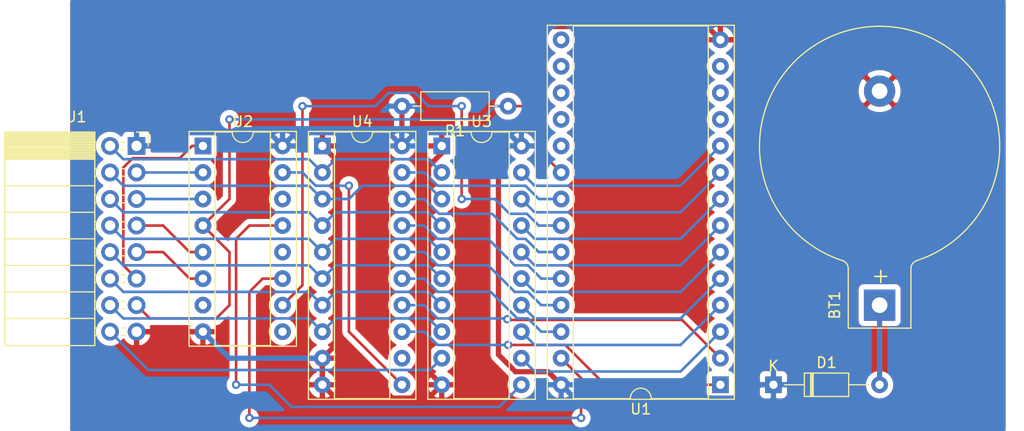
<source format=kicad_pcb>
(kicad_pcb (version 20171130) (host pcbnew "(5.1.2-1)-1")

  (general
    (thickness 1.6)
    (drawings 0)
    (tracks 246)
    (zones 0)
    (modules 8)
    (nets 37)
  )

  (page A4)
  (layers
    (0 F.Cu signal)
    (31 B.Cu signal)
    (32 B.Adhes user)
    (33 F.Adhes user)
    (34 B.Paste user)
    (35 F.Paste user)
    (36 B.SilkS user)
    (37 F.SilkS user)
    (38 B.Mask user)
    (39 F.Mask user)
    (40 Dwgs.User user)
    (41 Cmts.User user)
    (42 Eco1.User user)
    (43 Eco2.User user)
    (44 Edge.Cuts user)
    (45 Margin user)
    (46 B.CrtYd user)
    (47 F.CrtYd user)
    (48 B.Fab user)
    (49 F.Fab user)
  )

  (setup
    (last_trace_width 0.25)
    (user_trace_width 0.5)
    (trace_clearance 0.2)
    (zone_clearance 0.508)
    (zone_45_only no)
    (trace_min 0.2)
    (via_size 0.8)
    (via_drill 0.4)
    (via_min_size 0.4)
    (via_min_drill 0.3)
    (uvia_size 0.3)
    (uvia_drill 0.1)
    (uvias_allowed no)
    (uvia_min_size 0.2)
    (uvia_min_drill 0.1)
    (edge_width 0.05)
    (segment_width 0.2)
    (pcb_text_width 0.3)
    (pcb_text_size 1.5 1.5)
    (mod_edge_width 0.12)
    (mod_text_size 1 1)
    (mod_text_width 0.15)
    (pad_size 1.524 1.524)
    (pad_drill 0.762)
    (pad_to_mask_clearance 0.051)
    (solder_mask_min_width 0.25)
    (aux_axis_origin 0 0)
    (visible_elements FFFFFF7F)
    (pcbplotparams
      (layerselection 0x010fc_ffffffff)
      (usegerberextensions false)
      (usegerberattributes false)
      (usegerberadvancedattributes false)
      (creategerberjobfile false)
      (excludeedgelayer true)
      (linewidth 0.100000)
      (plotframeref false)
      (viasonmask false)
      (mode 1)
      (useauxorigin false)
      (hpglpennumber 1)
      (hpglpenspeed 20)
      (hpglpendiameter 15.000000)
      (psnegative false)
      (psa4output false)
      (plotreference true)
      (plotvalue true)
      (plotinvisibletext false)
      (padsonsilk false)
      (subtractmaskfromsilk false)
      (outputformat 1)
      (mirror false)
      (drillshape 1)
      (scaleselection 1)
      (outputdirectory ""))
  )

  (net 0 "")
  (net 1 "Net-(BT1-Pad1)")
  (net 2 GND)
  (net 3 +5V)
  (net 4 /PD7)
  (net 5 /PD6)
  (net 6 /~IOX)
  (net 7 /PD5)
  (net 8 /~BRW)
  (net 9 /PD4)
  (net 10 /BA3)
  (net 11 /PD3)
  (net 12 /BA2)
  (net 13 /PD2)
  (net 14 /BA1)
  (net 15 /PD1)
  (net 16 /BA0)
  (net 17 /PD0)
  (net 18 /~WE)
  (net 19 /A13)
  (net 20 /A8)
  (net 21 /A9)
  (net 22 /A0)
  (net 23 /A11)
  (net 24 /A1)
  (net 25 /~OE)
  (net 26 /A2)
  (net 27 /A10)
  (net 28 /A3)
  (net 29 /A4)
  (net 30 /A5)
  (net 31 /A6)
  (net 32 /A7)
  (net 33 /A12)
  (net 34 /A14)
  (net 35 /~LH)
  (net 36 /~LL)

  (net_class Default "Esta es la clase de red por defecto."
    (clearance 0.2)
    (trace_width 0.25)
    (via_dia 0.8)
    (via_drill 0.4)
    (uvia_dia 0.3)
    (uvia_drill 0.1)
    (add_net +5V)
    (add_net /A0)
    (add_net /A1)
    (add_net /A10)
    (add_net /A11)
    (add_net /A12)
    (add_net /A13)
    (add_net /A14)
    (add_net /A2)
    (add_net /A3)
    (add_net /A4)
    (add_net /A5)
    (add_net /A6)
    (add_net /A7)
    (add_net /A8)
    (add_net /A9)
    (add_net /BA0)
    (add_net /BA1)
    (add_net /BA2)
    (add_net /BA3)
    (add_net /PD0)
    (add_net /PD1)
    (add_net /PD2)
    (add_net /PD3)
    (add_net /PD4)
    (add_net /PD5)
    (add_net /PD6)
    (add_net /PD7)
    (add_net /~BRW)
    (add_net /~IOX)
    (add_net /~LH)
    (add_net /~LL)
    (add_net /~OE)
    (add_net /~WE)
    (add_net GND)
    (add_net "Net-(BT1-Pad1)")
    (add_net "Net-(U2-Pad12)")
    (add_net "Net-(U2-Pad14)")
    (add_net "Net-(U2-Pad7)")
    (add_net "Net-(U2-Pad9)")
    (add_net "Net-(U4-Pad12)")
  )

  (module Package_DIP:DIP-28_W15.24mm_Socket (layer F.Cu) (tedit 5A02E8C5) (tstamp 6440FD48)
    (at 223.52 59.69 180)
    (descr "28-lead though-hole mounted DIP package, row spacing 15.24 mm (600 mils), Socket")
    (tags "THT DIP DIL PDIP 2.54mm 15.24mm 600mil Socket")
    (path /644062C2)
    (fp_text reference U1 (at 7.62 -2.33) (layer F.SilkS)
      (effects (font (size 1 1) (thickness 0.15)))
    )
    (fp_text value 62256 (at 7.62 35.35) (layer F.Fab)
      (effects (font (size 1 1) (thickness 0.15)))
    )
    (fp_text user %R (at 7.62 16.51) (layer F.Fab)
      (effects (font (size 1 1) (thickness 0.15)))
    )
    (fp_line (start 16.8 -1.6) (end -1.55 -1.6) (layer F.CrtYd) (width 0.05))
    (fp_line (start 16.8 34.65) (end 16.8 -1.6) (layer F.CrtYd) (width 0.05))
    (fp_line (start -1.55 34.65) (end 16.8 34.65) (layer F.CrtYd) (width 0.05))
    (fp_line (start -1.55 -1.6) (end -1.55 34.65) (layer F.CrtYd) (width 0.05))
    (fp_line (start 16.57 -1.39) (end -1.33 -1.39) (layer F.SilkS) (width 0.12))
    (fp_line (start 16.57 34.41) (end 16.57 -1.39) (layer F.SilkS) (width 0.12))
    (fp_line (start -1.33 34.41) (end 16.57 34.41) (layer F.SilkS) (width 0.12))
    (fp_line (start -1.33 -1.39) (end -1.33 34.41) (layer F.SilkS) (width 0.12))
    (fp_line (start 14.08 -1.33) (end 8.62 -1.33) (layer F.SilkS) (width 0.12))
    (fp_line (start 14.08 34.35) (end 14.08 -1.33) (layer F.SilkS) (width 0.12))
    (fp_line (start 1.16 34.35) (end 14.08 34.35) (layer F.SilkS) (width 0.12))
    (fp_line (start 1.16 -1.33) (end 1.16 34.35) (layer F.SilkS) (width 0.12))
    (fp_line (start 6.62 -1.33) (end 1.16 -1.33) (layer F.SilkS) (width 0.12))
    (fp_line (start 16.51 -1.33) (end -1.27 -1.33) (layer F.Fab) (width 0.1))
    (fp_line (start 16.51 34.35) (end 16.51 -1.33) (layer F.Fab) (width 0.1))
    (fp_line (start -1.27 34.35) (end 16.51 34.35) (layer F.Fab) (width 0.1))
    (fp_line (start -1.27 -1.33) (end -1.27 34.35) (layer F.Fab) (width 0.1))
    (fp_line (start 0.255 -0.27) (end 1.255 -1.27) (layer F.Fab) (width 0.1))
    (fp_line (start 0.255 34.29) (end 0.255 -0.27) (layer F.Fab) (width 0.1))
    (fp_line (start 14.985 34.29) (end 0.255 34.29) (layer F.Fab) (width 0.1))
    (fp_line (start 14.985 -1.27) (end 14.985 34.29) (layer F.Fab) (width 0.1))
    (fp_line (start 1.255 -1.27) (end 14.985 -1.27) (layer F.Fab) (width 0.1))
    (fp_arc (start 7.62 -1.33) (end 6.62 -1.33) (angle -180) (layer F.SilkS) (width 0.12))
    (pad 28 thru_hole oval (at 15.24 0 180) (size 1.6 1.6) (drill 0.8) (layers *.Cu *.Mask)
      (net 3 +5V))
    (pad 14 thru_hole oval (at 0 33.02 180) (size 1.6 1.6) (drill 0.8) (layers *.Cu *.Mask)
      (net 2 GND))
    (pad 27 thru_hole oval (at 15.24 2.54 180) (size 1.6 1.6) (drill 0.8) (layers *.Cu *.Mask)
      (net 18 /~WE))
    (pad 13 thru_hole oval (at 0 30.48 180) (size 1.6 1.6) (drill 0.8) (layers *.Cu *.Mask)
      (net 17 /PD0))
    (pad 26 thru_hole oval (at 15.24 5.08 180) (size 1.6 1.6) (drill 0.8) (layers *.Cu *.Mask)
      (net 33 /A12))
    (pad 12 thru_hole oval (at 0 27.94 180) (size 1.6 1.6) (drill 0.8) (layers *.Cu *.Mask)
      (net 15 /PD1))
    (pad 25 thru_hole oval (at 15.24 7.62 180) (size 1.6 1.6) (drill 0.8) (layers *.Cu *.Mask)
      (net 23 /A11))
    (pad 11 thru_hole oval (at 0 25.4 180) (size 1.6 1.6) (drill 0.8) (layers *.Cu *.Mask)
      (net 13 /PD2))
    (pad 24 thru_hole oval (at 15.24 10.16 180) (size 1.6 1.6) (drill 0.8) (layers *.Cu *.Mask)
      (net 27 /A10))
    (pad 10 thru_hole oval (at 0 22.86 180) (size 1.6 1.6) (drill 0.8) (layers *.Cu *.Mask)
      (net 22 /A0))
    (pad 23 thru_hole oval (at 15.24 12.7 180) (size 1.6 1.6) (drill 0.8) (layers *.Cu *.Mask)
      (net 21 /A9))
    (pad 9 thru_hole oval (at 0 20.32 180) (size 1.6 1.6) (drill 0.8) (layers *.Cu *.Mask)
      (net 24 /A1))
    (pad 22 thru_hole oval (at 15.24 15.24 180) (size 1.6 1.6) (drill 0.8) (layers *.Cu *.Mask)
      (net 25 /~OE))
    (pad 8 thru_hole oval (at 0 17.78 180) (size 1.6 1.6) (drill 0.8) (layers *.Cu *.Mask)
      (net 26 /A2))
    (pad 21 thru_hole oval (at 15.24 17.78 180) (size 1.6 1.6) (drill 0.8) (layers *.Cu *.Mask)
      (net 20 /A8))
    (pad 7 thru_hole oval (at 0 15.24 180) (size 1.6 1.6) (drill 0.8) (layers *.Cu *.Mask)
      (net 28 /A3))
    (pad 20 thru_hole oval (at 15.24 20.32 180) (size 1.6 1.6) (drill 0.8) (layers *.Cu *.Mask)
      (net 6 /~IOX))
    (pad 6 thru_hole oval (at 0 12.7 180) (size 1.6 1.6) (drill 0.8) (layers *.Cu *.Mask)
      (net 29 /A4))
    (pad 19 thru_hole oval (at 15.24 22.86 180) (size 1.6 1.6) (drill 0.8) (layers *.Cu *.Mask)
      (net 4 /PD7))
    (pad 5 thru_hole oval (at 0 10.16 180) (size 1.6 1.6) (drill 0.8) (layers *.Cu *.Mask)
      (net 30 /A5))
    (pad 18 thru_hole oval (at 15.24 25.4 180) (size 1.6 1.6) (drill 0.8) (layers *.Cu *.Mask)
      (net 5 /PD6))
    (pad 4 thru_hole oval (at 0 7.62 180) (size 1.6 1.6) (drill 0.8) (layers *.Cu *.Mask)
      (net 31 /A6))
    (pad 17 thru_hole oval (at 15.24 27.94 180) (size 1.6 1.6) (drill 0.8) (layers *.Cu *.Mask)
      (net 7 /PD5))
    (pad 3 thru_hole oval (at 0 5.08 180) (size 1.6 1.6) (drill 0.8) (layers *.Cu *.Mask)
      (net 32 /A7))
    (pad 16 thru_hole oval (at 15.24 30.48 180) (size 1.6 1.6) (drill 0.8) (layers *.Cu *.Mask)
      (net 9 /PD4))
    (pad 2 thru_hole oval (at 0 2.54 180) (size 1.6 1.6) (drill 0.8) (layers *.Cu *.Mask)
      (net 19 /A13))
    (pad 15 thru_hole oval (at 15.24 33.02 180) (size 1.6 1.6) (drill 0.8) (layers *.Cu *.Mask)
      (net 11 /PD3))
    (pad 1 thru_hole rect (at 0 0 180) (size 1.6 1.6) (drill 0.8) (layers *.Cu *.Mask)
      (net 34 /A14))
    (model ${KISYS3DMOD}/Package_DIP.3dshapes/DIP-28_W15.24mm_Socket.wrl
      (at (xyz 0 0 0))
      (scale (xyz 1 1 1))
      (rotate (xyz 0 0 0))
    )
  )

  (module Package_DIP:DIP-20_W7.62mm_Socket (layer F.Cu) (tedit 5A02E8C5) (tstamp 6440FDD4)
    (at 185.42 36.83)
    (descr "20-lead though-hole mounted DIP package, row spacing 7.62 mm (300 mils), Socket")
    (tags "THT DIP DIL PDIP 2.54mm 7.62mm 300mil Socket")
    (path /64408FEA)
    (fp_text reference U4 (at 3.81 -2.33) (layer F.SilkS)
      (effects (font (size 1 1) (thickness 0.15)))
    )
    (fp_text value 74HC574 (at 3.81 25.19) (layer F.Fab)
      (effects (font (size 1 1) (thickness 0.15)))
    )
    (fp_text user %R (at 3.81 11.43) (layer F.Fab)
      (effects (font (size 1 1) (thickness 0.15)))
    )
    (fp_line (start 9.15 -1.6) (end -1.55 -1.6) (layer F.CrtYd) (width 0.05))
    (fp_line (start 9.15 24.45) (end 9.15 -1.6) (layer F.CrtYd) (width 0.05))
    (fp_line (start -1.55 24.45) (end 9.15 24.45) (layer F.CrtYd) (width 0.05))
    (fp_line (start -1.55 -1.6) (end -1.55 24.45) (layer F.CrtYd) (width 0.05))
    (fp_line (start 8.95 -1.39) (end -1.33 -1.39) (layer F.SilkS) (width 0.12))
    (fp_line (start 8.95 24.25) (end 8.95 -1.39) (layer F.SilkS) (width 0.12))
    (fp_line (start -1.33 24.25) (end 8.95 24.25) (layer F.SilkS) (width 0.12))
    (fp_line (start -1.33 -1.39) (end -1.33 24.25) (layer F.SilkS) (width 0.12))
    (fp_line (start 6.46 -1.33) (end 4.81 -1.33) (layer F.SilkS) (width 0.12))
    (fp_line (start 6.46 24.19) (end 6.46 -1.33) (layer F.SilkS) (width 0.12))
    (fp_line (start 1.16 24.19) (end 6.46 24.19) (layer F.SilkS) (width 0.12))
    (fp_line (start 1.16 -1.33) (end 1.16 24.19) (layer F.SilkS) (width 0.12))
    (fp_line (start 2.81 -1.33) (end 1.16 -1.33) (layer F.SilkS) (width 0.12))
    (fp_line (start 8.89 -1.33) (end -1.27 -1.33) (layer F.Fab) (width 0.1))
    (fp_line (start 8.89 24.19) (end 8.89 -1.33) (layer F.Fab) (width 0.1))
    (fp_line (start -1.27 24.19) (end 8.89 24.19) (layer F.Fab) (width 0.1))
    (fp_line (start -1.27 -1.33) (end -1.27 24.19) (layer F.Fab) (width 0.1))
    (fp_line (start 0.635 -0.27) (end 1.635 -1.27) (layer F.Fab) (width 0.1))
    (fp_line (start 0.635 24.13) (end 0.635 -0.27) (layer F.Fab) (width 0.1))
    (fp_line (start 6.985 24.13) (end 0.635 24.13) (layer F.Fab) (width 0.1))
    (fp_line (start 6.985 -1.27) (end 6.985 24.13) (layer F.Fab) (width 0.1))
    (fp_line (start 1.635 -1.27) (end 6.985 -1.27) (layer F.Fab) (width 0.1))
    (fp_arc (start 3.81 -1.33) (end 2.81 -1.33) (angle -180) (layer F.SilkS) (width 0.12))
    (pad 20 thru_hole oval (at 7.62 0) (size 1.6 1.6) (drill 0.8) (layers *.Cu *.Mask)
      (net 3 +5V))
    (pad 10 thru_hole oval (at 0 22.86) (size 1.6 1.6) (drill 0.8) (layers *.Cu *.Mask)
      (net 2 GND))
    (pad 19 thru_hole oval (at 7.62 2.54) (size 1.6 1.6) (drill 0.8) (layers *.Cu *.Mask)
      (net 20 /A8))
    (pad 9 thru_hole oval (at 0 20.32) (size 1.6 1.6) (drill 0.8) (layers *.Cu *.Mask)
      (net 2 GND))
    (pad 18 thru_hole oval (at 7.62 5.08) (size 1.6 1.6) (drill 0.8) (layers *.Cu *.Mask)
      (net 21 /A9))
    (pad 8 thru_hole oval (at 0 17.78) (size 1.6 1.6) (drill 0.8) (layers *.Cu *.Mask)
      (net 5 /PD6))
    (pad 17 thru_hole oval (at 7.62 7.62) (size 1.6 1.6) (drill 0.8) (layers *.Cu *.Mask)
      (net 27 /A10))
    (pad 7 thru_hole oval (at 0 15.24) (size 1.6 1.6) (drill 0.8) (layers *.Cu *.Mask)
      (net 7 /PD5))
    (pad 16 thru_hole oval (at 7.62 10.16) (size 1.6 1.6) (drill 0.8) (layers *.Cu *.Mask)
      (net 23 /A11))
    (pad 6 thru_hole oval (at 0 12.7) (size 1.6 1.6) (drill 0.8) (layers *.Cu *.Mask)
      (net 9 /PD4))
    (pad 15 thru_hole oval (at 7.62 12.7) (size 1.6 1.6) (drill 0.8) (layers *.Cu *.Mask)
      (net 33 /A12))
    (pad 5 thru_hole oval (at 0 10.16) (size 1.6 1.6) (drill 0.8) (layers *.Cu *.Mask)
      (net 11 /PD3))
    (pad 14 thru_hole oval (at 7.62 15.24) (size 1.6 1.6) (drill 0.8) (layers *.Cu *.Mask)
      (net 19 /A13))
    (pad 4 thru_hole oval (at 0 7.62) (size 1.6 1.6) (drill 0.8) (layers *.Cu *.Mask)
      (net 13 /PD2))
    (pad 13 thru_hole oval (at 7.62 17.78) (size 1.6 1.6) (drill 0.8) (layers *.Cu *.Mask)
      (net 34 /A14))
    (pad 3 thru_hole oval (at 0 5.08) (size 1.6 1.6) (drill 0.8) (layers *.Cu *.Mask)
      (net 15 /PD1))
    (pad 12 thru_hole oval (at 7.62 20.32) (size 1.6 1.6) (drill 0.8) (layers *.Cu *.Mask))
    (pad 2 thru_hole oval (at 0 2.54) (size 1.6 1.6) (drill 0.8) (layers *.Cu *.Mask)
      (net 17 /PD0))
    (pad 11 thru_hole oval (at 7.62 22.86) (size 1.6 1.6) (drill 0.8) (layers *.Cu *.Mask)
      (net 35 /~LH))
    (pad 1 thru_hole rect (at 0 0) (size 1.6 1.6) (drill 0.8) (layers *.Cu *.Mask)
      (net 2 GND))
    (model ${KISYS3DMOD}/Package_DIP.3dshapes/DIP-20_W7.62mm_Socket.wrl
      (at (xyz 0 0 0))
      (scale (xyz 1 1 1))
      (rotate (xyz 0 0 0))
    )
  )

  (module Diode_THT:D_DO-35_SOD27_P10.16mm_Horizontal (layer F.Cu) (tedit 5AE50CD5) (tstamp 6440FC81)
    (at 228.6 59.69)
    (descr "Diode, DO-35_SOD27 series, Axial, Horizontal, pin pitch=10.16mm, , length*diameter=4*2mm^2, , http://www.diodes.com/_files/packages/DO-35.pdf")
    (tags "Diode DO-35_SOD27 series Axial Horizontal pin pitch 10.16mm  length 4mm diameter 2mm")
    (path /6440757F)
    (fp_text reference D1 (at 5.08 -2.12) (layer F.SilkS)
      (effects (font (size 1 1) (thickness 0.15)))
    )
    (fp_text value D_Schottky (at 5.08 2.12) (layer F.Fab)
      (effects (font (size 1 1) (thickness 0.15)))
    )
    (fp_text user K (at 0 -1.8) (layer F.SilkS)
      (effects (font (size 1 1) (thickness 0.15)))
    )
    (fp_text user K (at 0 -1.8) (layer F.Fab)
      (effects (font (size 1 1) (thickness 0.15)))
    )
    (fp_text user %R (at 5.38 0) (layer F.Fab)
      (effects (font (size 0.8 0.8) (thickness 0.12)))
    )
    (fp_line (start 11.21 -1.25) (end -1.05 -1.25) (layer F.CrtYd) (width 0.05))
    (fp_line (start 11.21 1.25) (end 11.21 -1.25) (layer F.CrtYd) (width 0.05))
    (fp_line (start -1.05 1.25) (end 11.21 1.25) (layer F.CrtYd) (width 0.05))
    (fp_line (start -1.05 -1.25) (end -1.05 1.25) (layer F.CrtYd) (width 0.05))
    (fp_line (start 3.56 -1.12) (end 3.56 1.12) (layer F.SilkS) (width 0.12))
    (fp_line (start 3.8 -1.12) (end 3.8 1.12) (layer F.SilkS) (width 0.12))
    (fp_line (start 3.68 -1.12) (end 3.68 1.12) (layer F.SilkS) (width 0.12))
    (fp_line (start 9.12 0) (end 7.2 0) (layer F.SilkS) (width 0.12))
    (fp_line (start 1.04 0) (end 2.96 0) (layer F.SilkS) (width 0.12))
    (fp_line (start 7.2 -1.12) (end 2.96 -1.12) (layer F.SilkS) (width 0.12))
    (fp_line (start 7.2 1.12) (end 7.2 -1.12) (layer F.SilkS) (width 0.12))
    (fp_line (start 2.96 1.12) (end 7.2 1.12) (layer F.SilkS) (width 0.12))
    (fp_line (start 2.96 -1.12) (end 2.96 1.12) (layer F.SilkS) (width 0.12))
    (fp_line (start 3.58 -1) (end 3.58 1) (layer F.Fab) (width 0.1))
    (fp_line (start 3.78 -1) (end 3.78 1) (layer F.Fab) (width 0.1))
    (fp_line (start 3.68 -1) (end 3.68 1) (layer F.Fab) (width 0.1))
    (fp_line (start 10.16 0) (end 7.08 0) (layer F.Fab) (width 0.1))
    (fp_line (start 0 0) (end 3.08 0) (layer F.Fab) (width 0.1))
    (fp_line (start 7.08 -1) (end 3.08 -1) (layer F.Fab) (width 0.1))
    (fp_line (start 7.08 1) (end 7.08 -1) (layer F.Fab) (width 0.1))
    (fp_line (start 3.08 1) (end 7.08 1) (layer F.Fab) (width 0.1))
    (fp_line (start 3.08 -1) (end 3.08 1) (layer F.Fab) (width 0.1))
    (pad 2 thru_hole oval (at 10.16 0) (size 1.6 1.6) (drill 0.8) (layers *.Cu *.Mask)
      (net 1 "Net-(BT1-Pad1)"))
    (pad 1 thru_hole rect (at 0 0) (size 1.6 1.6) (drill 0.8) (layers *.Cu *.Mask)
      (net 3 +5V))
    (model ${KISYS3DMOD}/Diode_THT.3dshapes/D_DO-35_SOD27_P10.16mm_Horizontal.wrl
      (at (xyz 0 0 0))
      (scale (xyz 1 1 1))
      (rotate (xyz 0 0 0))
    )
  )

  (module Package_DIP:DIP-20_W7.62mm_Socket (layer F.Cu) (tedit 5A02E8C5) (tstamp 6440FDA4)
    (at 196.85 36.83)
    (descr "20-lead though-hole mounted DIP package, row spacing 7.62 mm (300 mils), Socket")
    (tags "THT DIP DIL PDIP 2.54mm 7.62mm 300mil Socket")
    (path /644084D4)
    (fp_text reference U3 (at 3.81 -2.33) (layer F.SilkS)
      (effects (font (size 1 1) (thickness 0.15)))
    )
    (fp_text value 74HC574 (at 3.81 25.19) (layer F.Fab)
      (effects (font (size 1 1) (thickness 0.15)))
    )
    (fp_text user %R (at 3.81 11.43) (layer F.Fab)
      (effects (font (size 1 1) (thickness 0.15)))
    )
    (fp_line (start 9.15 -1.6) (end -1.55 -1.6) (layer F.CrtYd) (width 0.05))
    (fp_line (start 9.15 24.45) (end 9.15 -1.6) (layer F.CrtYd) (width 0.05))
    (fp_line (start -1.55 24.45) (end 9.15 24.45) (layer F.CrtYd) (width 0.05))
    (fp_line (start -1.55 -1.6) (end -1.55 24.45) (layer F.CrtYd) (width 0.05))
    (fp_line (start 8.95 -1.39) (end -1.33 -1.39) (layer F.SilkS) (width 0.12))
    (fp_line (start 8.95 24.25) (end 8.95 -1.39) (layer F.SilkS) (width 0.12))
    (fp_line (start -1.33 24.25) (end 8.95 24.25) (layer F.SilkS) (width 0.12))
    (fp_line (start -1.33 -1.39) (end -1.33 24.25) (layer F.SilkS) (width 0.12))
    (fp_line (start 6.46 -1.33) (end 4.81 -1.33) (layer F.SilkS) (width 0.12))
    (fp_line (start 6.46 24.19) (end 6.46 -1.33) (layer F.SilkS) (width 0.12))
    (fp_line (start 1.16 24.19) (end 6.46 24.19) (layer F.SilkS) (width 0.12))
    (fp_line (start 1.16 -1.33) (end 1.16 24.19) (layer F.SilkS) (width 0.12))
    (fp_line (start 2.81 -1.33) (end 1.16 -1.33) (layer F.SilkS) (width 0.12))
    (fp_line (start 8.89 -1.33) (end -1.27 -1.33) (layer F.Fab) (width 0.1))
    (fp_line (start 8.89 24.19) (end 8.89 -1.33) (layer F.Fab) (width 0.1))
    (fp_line (start -1.27 24.19) (end 8.89 24.19) (layer F.Fab) (width 0.1))
    (fp_line (start -1.27 -1.33) (end -1.27 24.19) (layer F.Fab) (width 0.1))
    (fp_line (start 0.635 -0.27) (end 1.635 -1.27) (layer F.Fab) (width 0.1))
    (fp_line (start 0.635 24.13) (end 0.635 -0.27) (layer F.Fab) (width 0.1))
    (fp_line (start 6.985 24.13) (end 0.635 24.13) (layer F.Fab) (width 0.1))
    (fp_line (start 6.985 -1.27) (end 6.985 24.13) (layer F.Fab) (width 0.1))
    (fp_line (start 1.635 -1.27) (end 6.985 -1.27) (layer F.Fab) (width 0.1))
    (fp_arc (start 3.81 -1.33) (end 2.81 -1.33) (angle -180) (layer F.SilkS) (width 0.12))
    (pad 20 thru_hole oval (at 7.62 0) (size 1.6 1.6) (drill 0.8) (layers *.Cu *.Mask)
      (net 3 +5V))
    (pad 10 thru_hole oval (at 0 22.86) (size 1.6 1.6) (drill 0.8) (layers *.Cu *.Mask)
      (net 2 GND))
    (pad 19 thru_hole oval (at 7.62 2.54) (size 1.6 1.6) (drill 0.8) (layers *.Cu *.Mask)
      (net 22 /A0))
    (pad 9 thru_hole oval (at 0 20.32) (size 1.6 1.6) (drill 0.8) (layers *.Cu *.Mask)
      (net 4 /PD7))
    (pad 18 thru_hole oval (at 7.62 5.08) (size 1.6 1.6) (drill 0.8) (layers *.Cu *.Mask)
      (net 24 /A1))
    (pad 8 thru_hole oval (at 0 17.78) (size 1.6 1.6) (drill 0.8) (layers *.Cu *.Mask)
      (net 5 /PD6))
    (pad 17 thru_hole oval (at 7.62 7.62) (size 1.6 1.6) (drill 0.8) (layers *.Cu *.Mask)
      (net 26 /A2))
    (pad 7 thru_hole oval (at 0 15.24) (size 1.6 1.6) (drill 0.8) (layers *.Cu *.Mask)
      (net 7 /PD5))
    (pad 16 thru_hole oval (at 7.62 10.16) (size 1.6 1.6) (drill 0.8) (layers *.Cu *.Mask)
      (net 28 /A3))
    (pad 6 thru_hole oval (at 0 12.7) (size 1.6 1.6) (drill 0.8) (layers *.Cu *.Mask)
      (net 9 /PD4))
    (pad 15 thru_hole oval (at 7.62 12.7) (size 1.6 1.6) (drill 0.8) (layers *.Cu *.Mask)
      (net 29 /A4))
    (pad 5 thru_hole oval (at 0 10.16) (size 1.6 1.6) (drill 0.8) (layers *.Cu *.Mask)
      (net 11 /PD3))
    (pad 14 thru_hole oval (at 7.62 15.24) (size 1.6 1.6) (drill 0.8) (layers *.Cu *.Mask)
      (net 30 /A5))
    (pad 4 thru_hole oval (at 0 7.62) (size 1.6 1.6) (drill 0.8) (layers *.Cu *.Mask)
      (net 13 /PD2))
    (pad 13 thru_hole oval (at 7.62 17.78) (size 1.6 1.6) (drill 0.8) (layers *.Cu *.Mask)
      (net 31 /A6))
    (pad 3 thru_hole oval (at 0 5.08) (size 1.6 1.6) (drill 0.8) (layers *.Cu *.Mask)
      (net 15 /PD1))
    (pad 12 thru_hole oval (at 7.62 20.32) (size 1.6 1.6) (drill 0.8) (layers *.Cu *.Mask)
      (net 32 /A7))
    (pad 2 thru_hole oval (at 0 2.54) (size 1.6 1.6) (drill 0.8) (layers *.Cu *.Mask)
      (net 17 /PD0))
    (pad 11 thru_hole oval (at 7.62 22.86) (size 1.6 1.6) (drill 0.8) (layers *.Cu *.Mask)
      (net 36 /~LL))
    (pad 1 thru_hole rect (at 0 0) (size 1.6 1.6) (drill 0.8) (layers *.Cu *.Mask)
      (net 2 GND))
    (model ${KISYS3DMOD}/Package_DIP.3dshapes/DIP-20_W7.62mm_Socket.wrl
      (at (xyz 0 0 0))
      (scale (xyz 1 1 1))
      (rotate (xyz 0 0 0))
    )
  )

  (module Package_DIP:DIP-16_W7.62mm_Socket (layer F.Cu) (tedit 5A02E8C5) (tstamp 6440FD74)
    (at 173.99 36.83)
    (descr "16-lead though-hole mounted DIP package, row spacing 7.62 mm (300 mils), Socket")
    (tags "THT DIP DIL PDIP 2.54mm 7.62mm 300mil Socket")
    (path /64409636)
    (fp_text reference U2 (at 3.81 -2.33) (layer F.SilkS)
      (effects (font (size 1 1) (thickness 0.15)))
    )
    (fp_text value 74HC138 (at 3.81 20.11) (layer F.Fab)
      (effects (font (size 1 1) (thickness 0.15)))
    )
    (fp_text user %R (at 3.81 8.89) (layer F.Fab)
      (effects (font (size 1 1) (thickness 0.15)))
    )
    (fp_line (start 9.15 -1.6) (end -1.55 -1.6) (layer F.CrtYd) (width 0.05))
    (fp_line (start 9.15 19.4) (end 9.15 -1.6) (layer F.CrtYd) (width 0.05))
    (fp_line (start -1.55 19.4) (end 9.15 19.4) (layer F.CrtYd) (width 0.05))
    (fp_line (start -1.55 -1.6) (end -1.55 19.4) (layer F.CrtYd) (width 0.05))
    (fp_line (start 8.95 -1.39) (end -1.33 -1.39) (layer F.SilkS) (width 0.12))
    (fp_line (start 8.95 19.17) (end 8.95 -1.39) (layer F.SilkS) (width 0.12))
    (fp_line (start -1.33 19.17) (end 8.95 19.17) (layer F.SilkS) (width 0.12))
    (fp_line (start -1.33 -1.39) (end -1.33 19.17) (layer F.SilkS) (width 0.12))
    (fp_line (start 6.46 -1.33) (end 4.81 -1.33) (layer F.SilkS) (width 0.12))
    (fp_line (start 6.46 19.11) (end 6.46 -1.33) (layer F.SilkS) (width 0.12))
    (fp_line (start 1.16 19.11) (end 6.46 19.11) (layer F.SilkS) (width 0.12))
    (fp_line (start 1.16 -1.33) (end 1.16 19.11) (layer F.SilkS) (width 0.12))
    (fp_line (start 2.81 -1.33) (end 1.16 -1.33) (layer F.SilkS) (width 0.12))
    (fp_line (start 8.89 -1.33) (end -1.27 -1.33) (layer F.Fab) (width 0.1))
    (fp_line (start 8.89 19.11) (end 8.89 -1.33) (layer F.Fab) (width 0.1))
    (fp_line (start -1.27 19.11) (end 8.89 19.11) (layer F.Fab) (width 0.1))
    (fp_line (start -1.27 -1.33) (end -1.27 19.11) (layer F.Fab) (width 0.1))
    (fp_line (start 0.635 -0.27) (end 1.635 -1.27) (layer F.Fab) (width 0.1))
    (fp_line (start 0.635 19.05) (end 0.635 -0.27) (layer F.Fab) (width 0.1))
    (fp_line (start 6.985 19.05) (end 0.635 19.05) (layer F.Fab) (width 0.1))
    (fp_line (start 6.985 -1.27) (end 6.985 19.05) (layer F.Fab) (width 0.1))
    (fp_line (start 1.635 -1.27) (end 6.985 -1.27) (layer F.Fab) (width 0.1))
    (fp_arc (start 3.81 -1.33) (end 2.81 -1.33) (angle -180) (layer F.SilkS) (width 0.12))
    (pad 16 thru_hole oval (at 7.62 0) (size 1.6 1.6) (drill 0.8) (layers *.Cu *.Mask)
      (net 3 +5V))
    (pad 8 thru_hole oval (at 0 17.78) (size 1.6 1.6) (drill 0.8) (layers *.Cu *.Mask)
      (net 2 GND))
    (pad 15 thru_hole oval (at 7.62 2.54) (size 1.6 1.6) (drill 0.8) (layers *.Cu *.Mask)
      (net 35 /~LH))
    (pad 7 thru_hole oval (at 0 15.24) (size 1.6 1.6) (drill 0.8) (layers *.Cu *.Mask))
    (pad 14 thru_hole oval (at 7.62 5.08) (size 1.6 1.6) (drill 0.8) (layers *.Cu *.Mask))
    (pad 6 thru_hole oval (at 0 12.7) (size 1.6 1.6) (drill 0.8) (layers *.Cu *.Mask)
      (net 10 /BA3))
    (pad 13 thru_hole oval (at 7.62 7.62) (size 1.6 1.6) (drill 0.8) (layers *.Cu *.Mask)
      (net 36 /~LL))
    (pad 5 thru_hole oval (at 0 10.16) (size 1.6 1.6) (drill 0.8) (layers *.Cu *.Mask)
      (net 12 /BA2))
    (pad 12 thru_hole oval (at 7.62 10.16) (size 1.6 1.6) (drill 0.8) (layers *.Cu *.Mask))
    (pad 4 thru_hole oval (at 0 7.62) (size 1.6 1.6) (drill 0.8) (layers *.Cu *.Mask)
      (net 6 /~IOX))
    (pad 11 thru_hole oval (at 7.62 12.7) (size 1.6 1.6) (drill 0.8) (layers *.Cu *.Mask)
      (net 18 /~WE))
    (pad 3 thru_hole oval (at 0 5.08) (size 1.6 1.6) (drill 0.8) (layers *.Cu *.Mask)
      (net 14 /BA1))
    (pad 10 thru_hole oval (at 7.62 15.24) (size 1.6 1.6) (drill 0.8) (layers *.Cu *.Mask)
      (net 25 /~OE))
    (pad 2 thru_hole oval (at 0 2.54) (size 1.6 1.6) (drill 0.8) (layers *.Cu *.Mask)
      (net 16 /BA0))
    (pad 9 thru_hole oval (at 7.62 17.78) (size 1.6 1.6) (drill 0.8) (layers *.Cu *.Mask))
    (pad 1 thru_hole rect (at 0 0) (size 1.6 1.6) (drill 0.8) (layers *.Cu *.Mask)
      (net 8 /~BRW))
    (model ${KISYS3DMOD}/Package_DIP.3dshapes/DIP-16_W7.62mm_Socket.wrl
      (at (xyz 0 0 0))
      (scale (xyz 1 1 1))
      (rotate (xyz 0 0 0))
    )
  )

  (module Resistor_THT:R_Axial_DIN0207_L6.3mm_D2.5mm_P10.16mm_Horizontal (layer F.Cu) (tedit 5AE5139B) (tstamp 6440FD10)
    (at 203.2 33.02 180)
    (descr "Resistor, Axial_DIN0207 series, Axial, Horizontal, pin pitch=10.16mm, 0.25W = 1/4W, length*diameter=6.3*2.5mm^2, http://cdn-reichelt.de/documents/datenblatt/B400/1_4W%23YAG.pdf")
    (tags "Resistor Axial_DIN0207 series Axial Horizontal pin pitch 10.16mm 0.25W = 1/4W length 6.3mm diameter 2.5mm")
    (path /64407D3F)
    (fp_text reference R1 (at 5.08 -2.37) (layer F.SilkS)
      (effects (font (size 1 1) (thickness 0.15)))
    )
    (fp_text value 47K (at 5.08 2.37) (layer F.Fab)
      (effects (font (size 1 1) (thickness 0.15)))
    )
    (fp_text user %R (at 5.08 0) (layer F.Fab)
      (effects (font (size 1 1) (thickness 0.15)))
    )
    (fp_line (start 11.21 -1.5) (end -1.05 -1.5) (layer F.CrtYd) (width 0.05))
    (fp_line (start 11.21 1.5) (end 11.21 -1.5) (layer F.CrtYd) (width 0.05))
    (fp_line (start -1.05 1.5) (end 11.21 1.5) (layer F.CrtYd) (width 0.05))
    (fp_line (start -1.05 -1.5) (end -1.05 1.5) (layer F.CrtYd) (width 0.05))
    (fp_line (start 9.12 0) (end 8.35 0) (layer F.SilkS) (width 0.12))
    (fp_line (start 1.04 0) (end 1.81 0) (layer F.SilkS) (width 0.12))
    (fp_line (start 8.35 -1.37) (end 1.81 -1.37) (layer F.SilkS) (width 0.12))
    (fp_line (start 8.35 1.37) (end 8.35 -1.37) (layer F.SilkS) (width 0.12))
    (fp_line (start 1.81 1.37) (end 8.35 1.37) (layer F.SilkS) (width 0.12))
    (fp_line (start 1.81 -1.37) (end 1.81 1.37) (layer F.SilkS) (width 0.12))
    (fp_line (start 10.16 0) (end 8.23 0) (layer F.Fab) (width 0.1))
    (fp_line (start 0 0) (end 1.93 0) (layer F.Fab) (width 0.1))
    (fp_line (start 8.23 -1.25) (end 1.93 -1.25) (layer F.Fab) (width 0.1))
    (fp_line (start 8.23 1.25) (end 8.23 -1.25) (layer F.Fab) (width 0.1))
    (fp_line (start 1.93 1.25) (end 8.23 1.25) (layer F.Fab) (width 0.1))
    (fp_line (start 1.93 -1.25) (end 1.93 1.25) (layer F.Fab) (width 0.1))
    (pad 2 thru_hole oval (at 10.16 0 180) (size 1.6 1.6) (drill 0.8) (layers *.Cu *.Mask)
      (net 3 +5V))
    (pad 1 thru_hole circle (at 0 0 180) (size 1.6 1.6) (drill 0.8) (layers *.Cu *.Mask)
      (net 6 /~IOX))
    (model ${KISYS3DMOD}/Resistor_THT.3dshapes/R_Axial_DIN0207_L6.3mm_D2.5mm_P10.16mm_Horizontal.wrl
      (at (xyz 0 0 0))
      (scale (xyz 1 1 1))
      (rotate (xyz 0 0 0))
    )
  )

  (module Connector_PinSocket_2.54mm:PinSocket_2x08_P2.54mm_Horizontal (layer F.Cu) (tedit 5A19A430) (tstamp 6440FCF9)
    (at 167.64 36.83)
    (descr "Through hole angled socket strip, 2x08, 2.54mm pitch, 8.51mm socket length, double cols (from Kicad 4.0.7), script generated")
    (tags "Through hole angled socket strip THT 2x08 2.54mm double row")
    (path /64424472)
    (fp_text reference J1 (at -5.65 -2.77) (layer F.SilkS)
      (effects (font (size 1 1) (thickness 0.15)))
    )
    (fp_text value IOx (at -5.65 20.55) (layer F.Fab)
      (effects (font (size 1 1) (thickness 0.15)))
    )
    (fp_text user %R (at -8.315 8.89 90) (layer F.Fab)
      (effects (font (size 1 1) (thickness 0.15)))
    )
    (fp_line (start 1.8 19.55) (end 1.8 -1.8) (layer F.CrtYd) (width 0.05))
    (fp_line (start -13.05 19.55) (end 1.8 19.55) (layer F.CrtYd) (width 0.05))
    (fp_line (start -13.05 -1.8) (end -13.05 19.55) (layer F.CrtYd) (width 0.05))
    (fp_line (start 1.8 -1.8) (end -13.05 -1.8) (layer F.CrtYd) (width 0.05))
    (fp_line (start 0 -1.33) (end 1.11 -1.33) (layer F.SilkS) (width 0.12))
    (fp_line (start 1.11 -1.33) (end 1.11 0) (layer F.SilkS) (width 0.12))
    (fp_line (start -12.63 -1.33) (end -12.63 19.11) (layer F.SilkS) (width 0.12))
    (fp_line (start -12.63 19.11) (end -4 19.11) (layer F.SilkS) (width 0.12))
    (fp_line (start -4 -1.33) (end -4 19.11) (layer F.SilkS) (width 0.12))
    (fp_line (start -12.63 -1.33) (end -4 -1.33) (layer F.SilkS) (width 0.12))
    (fp_line (start -12.63 16.51) (end -4 16.51) (layer F.SilkS) (width 0.12))
    (fp_line (start -12.63 13.97) (end -4 13.97) (layer F.SilkS) (width 0.12))
    (fp_line (start -12.63 11.43) (end -4 11.43) (layer F.SilkS) (width 0.12))
    (fp_line (start -12.63 8.89) (end -4 8.89) (layer F.SilkS) (width 0.12))
    (fp_line (start -12.63 6.35) (end -4 6.35) (layer F.SilkS) (width 0.12))
    (fp_line (start -12.63 3.81) (end -4 3.81) (layer F.SilkS) (width 0.12))
    (fp_line (start -12.63 1.27) (end -4 1.27) (layer F.SilkS) (width 0.12))
    (fp_line (start -1.49 18.14) (end -1.05 18.14) (layer F.SilkS) (width 0.12))
    (fp_line (start -4 18.14) (end -3.59 18.14) (layer F.SilkS) (width 0.12))
    (fp_line (start -1.49 17.42) (end -1.05 17.42) (layer F.SilkS) (width 0.12))
    (fp_line (start -4 17.42) (end -3.59 17.42) (layer F.SilkS) (width 0.12))
    (fp_line (start -1.49 15.6) (end -1.05 15.6) (layer F.SilkS) (width 0.12))
    (fp_line (start -4 15.6) (end -3.59 15.6) (layer F.SilkS) (width 0.12))
    (fp_line (start -1.49 14.88) (end -1.05 14.88) (layer F.SilkS) (width 0.12))
    (fp_line (start -4 14.88) (end -3.59 14.88) (layer F.SilkS) (width 0.12))
    (fp_line (start -1.49 13.06) (end -1.05 13.06) (layer F.SilkS) (width 0.12))
    (fp_line (start -4 13.06) (end -3.59 13.06) (layer F.SilkS) (width 0.12))
    (fp_line (start -1.49 12.34) (end -1.05 12.34) (layer F.SilkS) (width 0.12))
    (fp_line (start -4 12.34) (end -3.59 12.34) (layer F.SilkS) (width 0.12))
    (fp_line (start -1.49 10.52) (end -1.05 10.52) (layer F.SilkS) (width 0.12))
    (fp_line (start -4 10.52) (end -3.59 10.52) (layer F.SilkS) (width 0.12))
    (fp_line (start -1.49 9.8) (end -1.05 9.8) (layer F.SilkS) (width 0.12))
    (fp_line (start -4 9.8) (end -3.59 9.8) (layer F.SilkS) (width 0.12))
    (fp_line (start -1.49 7.98) (end -1.05 7.98) (layer F.SilkS) (width 0.12))
    (fp_line (start -4 7.98) (end -3.59 7.98) (layer F.SilkS) (width 0.12))
    (fp_line (start -1.49 7.26) (end -1.05 7.26) (layer F.SilkS) (width 0.12))
    (fp_line (start -4 7.26) (end -3.59 7.26) (layer F.SilkS) (width 0.12))
    (fp_line (start -1.49 5.44) (end -1.05 5.44) (layer F.SilkS) (width 0.12))
    (fp_line (start -4 5.44) (end -3.59 5.44) (layer F.SilkS) (width 0.12))
    (fp_line (start -1.49 4.72) (end -1.05 4.72) (layer F.SilkS) (width 0.12))
    (fp_line (start -4 4.72) (end -3.59 4.72) (layer F.SilkS) (width 0.12))
    (fp_line (start -1.49 2.9) (end -1.05 2.9) (layer F.SilkS) (width 0.12))
    (fp_line (start -4 2.9) (end -3.59 2.9) (layer F.SilkS) (width 0.12))
    (fp_line (start -1.49 2.18) (end -1.05 2.18) (layer F.SilkS) (width 0.12))
    (fp_line (start -4 2.18) (end -3.59 2.18) (layer F.SilkS) (width 0.12))
    (fp_line (start -1.49 0.36) (end -1.11 0.36) (layer F.SilkS) (width 0.12))
    (fp_line (start -4 0.36) (end -3.59 0.36) (layer F.SilkS) (width 0.12))
    (fp_line (start -1.49 -0.36) (end -1.11 -0.36) (layer F.SilkS) (width 0.12))
    (fp_line (start -4 -0.36) (end -3.59 -0.36) (layer F.SilkS) (width 0.12))
    (fp_line (start -12.63 1.1519) (end -4 1.1519) (layer F.SilkS) (width 0.12))
    (fp_line (start -12.63 1.033805) (end -4 1.033805) (layer F.SilkS) (width 0.12))
    (fp_line (start -12.63 0.91571) (end -4 0.91571) (layer F.SilkS) (width 0.12))
    (fp_line (start -12.63 0.797615) (end -4 0.797615) (layer F.SilkS) (width 0.12))
    (fp_line (start -12.63 0.67952) (end -4 0.67952) (layer F.SilkS) (width 0.12))
    (fp_line (start -12.63 0.561425) (end -4 0.561425) (layer F.SilkS) (width 0.12))
    (fp_line (start -12.63 0.44333) (end -4 0.44333) (layer F.SilkS) (width 0.12))
    (fp_line (start -12.63 0.325235) (end -4 0.325235) (layer F.SilkS) (width 0.12))
    (fp_line (start -12.63 0.20714) (end -4 0.20714) (layer F.SilkS) (width 0.12))
    (fp_line (start -12.63 0.089045) (end -4 0.089045) (layer F.SilkS) (width 0.12))
    (fp_line (start -12.63 -0.02905) (end -4 -0.02905) (layer F.SilkS) (width 0.12))
    (fp_line (start -12.63 -0.147145) (end -4 -0.147145) (layer F.SilkS) (width 0.12))
    (fp_line (start -12.63 -0.26524) (end -4 -0.26524) (layer F.SilkS) (width 0.12))
    (fp_line (start -12.63 -0.383335) (end -4 -0.383335) (layer F.SilkS) (width 0.12))
    (fp_line (start -12.63 -0.50143) (end -4 -0.50143) (layer F.SilkS) (width 0.12))
    (fp_line (start -12.63 -0.619525) (end -4 -0.619525) (layer F.SilkS) (width 0.12))
    (fp_line (start -12.63 -0.73762) (end -4 -0.73762) (layer F.SilkS) (width 0.12))
    (fp_line (start -12.63 -0.855715) (end -4 -0.855715) (layer F.SilkS) (width 0.12))
    (fp_line (start -12.63 -0.97381) (end -4 -0.97381) (layer F.SilkS) (width 0.12))
    (fp_line (start -12.63 -1.091905) (end -4 -1.091905) (layer F.SilkS) (width 0.12))
    (fp_line (start -12.63 -1.21) (end -4 -1.21) (layer F.SilkS) (width 0.12))
    (fp_line (start 0 18.08) (end 0 17.48) (layer F.Fab) (width 0.1))
    (fp_line (start -4.06 18.08) (end 0 18.08) (layer F.Fab) (width 0.1))
    (fp_line (start 0 17.48) (end -4.06 17.48) (layer F.Fab) (width 0.1))
    (fp_line (start 0 15.54) (end 0 14.94) (layer F.Fab) (width 0.1))
    (fp_line (start -4.06 15.54) (end 0 15.54) (layer F.Fab) (width 0.1))
    (fp_line (start 0 14.94) (end -4.06 14.94) (layer F.Fab) (width 0.1))
    (fp_line (start 0 13) (end 0 12.4) (layer F.Fab) (width 0.1))
    (fp_line (start -4.06 13) (end 0 13) (layer F.Fab) (width 0.1))
    (fp_line (start 0 12.4) (end -4.06 12.4) (layer F.Fab) (width 0.1))
    (fp_line (start 0 10.46) (end 0 9.86) (layer F.Fab) (width 0.1))
    (fp_line (start -4.06 10.46) (end 0 10.46) (layer F.Fab) (width 0.1))
    (fp_line (start 0 9.86) (end -4.06 9.86) (layer F.Fab) (width 0.1))
    (fp_line (start 0 7.92) (end 0 7.32) (layer F.Fab) (width 0.1))
    (fp_line (start -4.06 7.92) (end 0 7.92) (layer F.Fab) (width 0.1))
    (fp_line (start 0 7.32) (end -4.06 7.32) (layer F.Fab) (width 0.1))
    (fp_line (start 0 5.38) (end 0 4.78) (layer F.Fab) (width 0.1))
    (fp_line (start -4.06 5.38) (end 0 5.38) (layer F.Fab) (width 0.1))
    (fp_line (start 0 4.78) (end -4.06 4.78) (layer F.Fab) (width 0.1))
    (fp_line (start 0 2.84) (end 0 2.24) (layer F.Fab) (width 0.1))
    (fp_line (start -4.06 2.84) (end 0 2.84) (layer F.Fab) (width 0.1))
    (fp_line (start 0 2.24) (end -4.06 2.24) (layer F.Fab) (width 0.1))
    (fp_line (start 0 0.3) (end 0 -0.3) (layer F.Fab) (width 0.1))
    (fp_line (start -4.06 0.3) (end 0 0.3) (layer F.Fab) (width 0.1))
    (fp_line (start 0 -0.3) (end -4.06 -0.3) (layer F.Fab) (width 0.1))
    (fp_line (start -12.57 19.05) (end -12.57 -1.27) (layer F.Fab) (width 0.1))
    (fp_line (start -4.06 19.05) (end -12.57 19.05) (layer F.Fab) (width 0.1))
    (fp_line (start -4.06 -0.3) (end -4.06 19.05) (layer F.Fab) (width 0.1))
    (fp_line (start -5.03 -1.27) (end -4.06 -0.3) (layer F.Fab) (width 0.1))
    (fp_line (start -12.57 -1.27) (end -5.03 -1.27) (layer F.Fab) (width 0.1))
    (pad 16 thru_hole oval (at -2.54 17.78) (size 1.7 1.7) (drill 1) (layers *.Cu *.Mask)
      (net 4 /PD7))
    (pad 15 thru_hole oval (at 0 17.78) (size 1.7 1.7) (drill 1) (layers *.Cu *.Mask)
      (net 2 GND))
    (pad 14 thru_hole oval (at -2.54 15.24) (size 1.7 1.7) (drill 1) (layers *.Cu *.Mask)
      (net 5 /PD6))
    (pad 13 thru_hole oval (at 0 15.24) (size 1.7 1.7) (drill 1) (layers *.Cu *.Mask)
      (net 6 /~IOX))
    (pad 12 thru_hole oval (at -2.54 12.7) (size 1.7 1.7) (drill 1) (layers *.Cu *.Mask)
      (net 7 /PD5))
    (pad 11 thru_hole oval (at 0 12.7) (size 1.7 1.7) (drill 1) (layers *.Cu *.Mask)
      (net 8 /~BRW))
    (pad 10 thru_hole oval (at -2.54 10.16) (size 1.7 1.7) (drill 1) (layers *.Cu *.Mask)
      (net 9 /PD4))
    (pad 9 thru_hole oval (at 0 10.16) (size 1.7 1.7) (drill 1) (layers *.Cu *.Mask)
      (net 10 /BA3))
    (pad 8 thru_hole oval (at -2.54 7.62) (size 1.7 1.7) (drill 1) (layers *.Cu *.Mask)
      (net 11 /PD3))
    (pad 7 thru_hole oval (at 0 7.62) (size 1.7 1.7) (drill 1) (layers *.Cu *.Mask)
      (net 12 /BA2))
    (pad 6 thru_hole oval (at -2.54 5.08) (size 1.7 1.7) (drill 1) (layers *.Cu *.Mask)
      (net 13 /PD2))
    (pad 5 thru_hole oval (at 0 5.08) (size 1.7 1.7) (drill 1) (layers *.Cu *.Mask)
      (net 14 /BA1))
    (pad 4 thru_hole oval (at -2.54 2.54) (size 1.7 1.7) (drill 1) (layers *.Cu *.Mask)
      (net 15 /PD1))
    (pad 3 thru_hole oval (at 0 2.54) (size 1.7 1.7) (drill 1) (layers *.Cu *.Mask)
      (net 16 /BA0))
    (pad 2 thru_hole oval (at -2.54 0) (size 1.7 1.7) (drill 1) (layers *.Cu *.Mask)
      (net 17 /PD0))
    (pad 1 thru_hole rect (at 0 0) (size 1.7 1.7) (drill 1) (layers *.Cu *.Mask)
      (net 3 +5V))
    (model ${KISYS3DMOD}/Connector_PinSocket_2.54mm.3dshapes/PinSocket_2x08_P2.54mm_Horizontal.wrl
      (at (xyz 0 0 0))
      (scale (xyz 1 1 1))
      (rotate (xyz 0 0 0))
    )
  )

  (module Battery:BatteryHolder_Keystone_103_1x20mm (layer F.Cu) (tedit 5787C32C) (tstamp 6440FC62)
    (at 238.76 52.07 90)
    (descr http://www.keyelco.com/product-pdf.cfm?p=719)
    (tags "Keystone type 103 battery holder")
    (path /64427BA6)
    (fp_text reference BT1 (at 0 -4.3 90) (layer F.SilkS)
      (effects (font (size 1 1) (thickness 0.15)))
    )
    (fp_text value CR2032 (at 15 13 90) (layer F.Fab)
      (effects (font (size 1 1) (thickness 0.15)))
    )
    (fp_arc (start -1.7 -2.5) (end -2.1 -2.5) (angle 90) (layer F.Fab) (width 0.1))
    (fp_arc (start -1.7 2.5) (end -2.1 2.5) (angle -90) (layer F.Fab) (width 0.1))
    (fp_line (start 0 -1.3) (end 0 1.3) (layer F.Fab) (width 0.1))
    (fp_arc (start 16.2 0) (end 16.2 -1.3) (angle 180) (layer F.Fab) (width 0.1))
    (fp_arc (start 3.5 -3.8) (end 3.5 -2.9) (angle -70) (layer F.Fab) (width 0.1))
    (fp_line (start 16.2 -1.3) (end 0 -1.3) (layer F.Fab) (width 0.1))
    (fp_line (start 0 1.3) (end 16.2 1.3) (layer F.Fab) (width 0.1))
    (fp_line (start -2.1 -2.5) (end -2.1 2.5) (layer F.Fab) (width 0.1))
    (fp_line (start -1.7 2.9) (end 3.5306 2.9) (layer F.Fab) (width 0.1))
    (fp_line (start 3.5306 -2.9) (end -1.7 -2.9) (layer F.Fab) (width 0.1))
    (fp_arc (start 15.2 0) (end 5.2 -1.3) (angle 180) (layer F.Fab) (width 0.1))
    (fp_arc (start 15.2 0) (end 9 -1.3) (angle 170) (layer F.Fab) (width 0.1))
    (fp_arc (start 15.2 0) (end 13.3 -1.3) (angle 150) (layer F.Fab) (width 0.1))
    (fp_line (start 23.5712 -7.7216) (end 22.6314 -6.858) (layer F.Fab) (width 0.1))
    (fp_line (start 23.5712 7.7216) (end 22.6568 6.8834) (layer F.Fab) (width 0.1))
    (fp_arc (start 15.2 0) (end 13.3 1.3) (angle -150) (layer F.Fab) (width 0.1))
    (fp_arc (start 15.2 0) (end 9 1.3) (angle -170) (layer F.Fab) (width 0.1))
    (fp_line (start -2.2 3) (end 3.5 3) (layer F.SilkS) (width 0.12))
    (fp_line (start -2.2 3) (end -2.2 -3) (layer F.SilkS) (width 0.12))
    (fp_line (start -2.2 -3) (end 3.5 -3) (layer F.SilkS) (width 0.12))
    (fp_line (start -2.45 3.25) (end -2.45 -3.25) (layer F.CrtYd) (width 0.05))
    (fp_line (start -2.45 3.25) (end 3.5 3.25) (layer F.CrtYd) (width 0.05))
    (fp_line (start -2.45 -3.25) (end 3.5 -3.25) (layer F.CrtYd) (width 0.05))
    (fp_arc (start 15.2 0) (end 5.2 1.3) (angle -180) (layer F.Fab) (width 0.1))
    (fp_arc (start 15.2 0) (end 4.35 -3.5) (angle 162.5) (layer F.Fab) (width 0.1))
    (fp_arc (start 15.2 0) (end 4.35 3.5) (angle -162.5) (layer F.Fab) (width 0.1))
    (fp_arc (start 3.5 3.8) (end 3.5 2.9) (angle 70) (layer F.Fab) (width 0.1))
    (fp_arc (start 3.5 -3.8) (end 3.5 -3) (angle -70) (layer F.SilkS) (width 0.12))
    (fp_arc (start 15.2 0) (end 4.25 -3.5) (angle 162.5) (layer F.SilkS) (width 0.12))
    (fp_arc (start 3.5 3.8) (end 3.5 3) (angle 70) (layer F.SilkS) (width 0.12))
    (fp_arc (start 15.2 0) (end 4.25 3.5) (angle -162.5) (layer F.SilkS) (width 0.12))
    (fp_arc (start 3.5 -3.8) (end 3.5 -3.25) (angle -70) (layer F.CrtYd) (width 0.05))
    (fp_arc (start 3.5 3.8) (end 3.5 3.25) (angle 70) (layer F.CrtYd) (width 0.05))
    (fp_arc (start 15.2 0) (end 4.01 -3.6) (angle 162.5) (layer F.CrtYd) (width 0.05))
    (fp_arc (start 15.2 0) (end 4.01 3.6) (angle -162.5) (layer F.CrtYd) (width 0.05))
    (fp_text user %R (at 0 0 90) (layer F.Fab)
      (effects (font (size 1 1) (thickness 0.15)))
    )
    (fp_text user + (at 2.75 0 90) (layer F.SilkS)
      (effects (font (size 1.5 1.5) (thickness 0.15)))
    )
    (pad 1 thru_hole rect (at 0 0 90) (size 3 3) (drill 1.5) (layers *.Cu *.Mask)
      (net 1 "Net-(BT1-Pad1)"))
    (pad 2 thru_hole circle (at 20.49 0 90) (size 3 3) (drill 1.5) (layers *.Cu *.Mask)
      (net 2 GND))
    (model ${KISYS3DMOD}/Battery.3dshapes/BatteryHolder_Keystone_103_1x20mm.wrl
      (at (xyz 0 0 0))
      (scale (xyz 1 1 1))
      (rotate (xyz 0 0 0))
    )
  )

  (segment (start 238.76 59.69) (end 238.76 52.07) (width 0.5) (layer B.Cu) (net 1))
  (segment (start 224.65137 26.67) (end 223.52 26.67) (width 0.5) (layer F.Cu) (net 2))
  (segment (start 233.85 26.67) (end 224.65137 26.67) (width 0.5) (layer F.Cu) (net 2))
  (segment (start 238.76 31.58) (end 233.85 26.67) (width 0.5) (layer F.Cu) (net 2))
  (segment (start 185.42 59.69) (end 185.42 57.15) (width 0.5) (layer F.Cu) (net 2))
  (segment (start 186.670001 38.080001) (end 185.42 36.83) (width 0.5) (layer F.Cu) (net 2))
  (segment (start 186.670001 55.899999) (end 186.670001 38.080001) (width 0.5) (layer F.Cu) (net 2))
  (segment (start 185.42 57.15) (end 186.670001 55.899999) (width 0.5) (layer F.Cu) (net 2))
  (segment (start 173.99 54.61) (end 167.64 54.61) (width 0.5) (layer F.Cu) (net 2))
  (segment (start 176.53 57.15) (end 185.42 57.15) (width 0.5) (layer B.Cu) (net 2))
  (segment (start 173.99 54.61) (end 176.53 57.15) (width 0.5) (layer B.Cu) (net 2))
  (segment (start 196.85 59.69) (end 195.58 58.42) (width 0.5) (layer F.Cu) (net 2))
  (segment (start 196.85 37.519998) (end 196.85 36.83) (width 0.5) (layer F.Cu) (net 2))
  (segment (start 195.58 38.789998) (end 196.85 37.519998) (width 0.5) (layer F.Cu) (net 2))
  (segment (start 195.58 58.42) (end 195.58 38.789998) (width 0.5) (layer F.Cu) (net 2))
  (segment (start 196.050001 60.489999) (end 196.85 59.69) (width 0.5) (layer F.Cu) (net 2))
  (segment (start 195.58 60.96) (end 196.050001 60.489999) (width 0.5) (layer F.Cu) (net 2))
  (segment (start 186.69 60.96) (end 195.58 60.96) (width 0.5) (layer F.Cu) (net 2))
  (segment (start 185.42 59.69) (end 186.69 60.96) (width 0.5) (layer F.Cu) (net 2))
  (segment (start 196.85 35.53) (end 196.85 36.83) (width 0.5) (layer F.Cu) (net 2))
  (segment (start 196.85 31.115) (end 196.85 35.53) (width 0.5) (layer F.Cu) (net 2))
  (segment (start 222.25 25.4) (end 202.565 25.4) (width 0.5) (layer F.Cu) (net 2))
  (segment (start 202.565 25.4) (end 196.85 31.115) (width 0.5) (layer F.Cu) (net 2))
  (segment (start 223.52 26.67) (end 222.25 25.4) (width 0.5) (layer F.Cu) (net 2))
  (segment (start 168.99 36.83) (end 170.26 35.56) (width 0.5) (layer B.Cu) (net 3))
  (segment (start 167.64 36.83) (end 168.99 36.83) (width 0.5) (layer B.Cu) (net 3))
  (segment (start 180.34 35.56) (end 181.61 36.83) (width 0.5) (layer B.Cu) (net 3))
  (segment (start 170.26 35.56) (end 180.34 35.56) (width 0.5) (layer B.Cu) (net 3))
  (segment (start 181.61 36.83) (end 182.88 35.56) (width 0.5) (layer B.Cu) (net 3))
  (segment (start 191.77 35.56) (end 193.04 36.83) (width 0.5) (layer B.Cu) (net 3))
  (segment (start 182.88 35.56) (end 191.77 35.56) (width 0.5) (layer B.Cu) (net 3))
  (segment (start 193.04 36.83) (end 194.31 35.56) (width 0.5) (layer B.Cu) (net 3))
  (segment (start 203.2 35.56) (end 204.47 36.83) (width 0.5) (layer B.Cu) (net 3))
  (segment (start 194.31 35.56) (end 203.2 35.56) (width 0.5) (layer B.Cu) (net 3))
  (segment (start 227.3 59.69) (end 228.6 59.69) (width 0.5) (layer B.Cu) (net 3))
  (segment (start 226.03 60.96) (end 227.3 59.69) (width 0.5) (layer B.Cu) (net 3))
  (segment (start 209.55 60.96) (end 226.03 60.96) (width 0.5) (layer B.Cu) (net 3))
  (segment (start 208.28 59.69) (end 209.55 60.96) (width 0.5) (layer B.Cu) (net 3))
  (segment (start 193.04 36.83) (end 193.04 33.02) (width 0.5) (layer F.Cu) (net 3))
  (segment (start 203.909997 58.439999) (end 207.029999 58.439999) (width 0.5) (layer F.Cu) (net 3))
  (segment (start 207.029999 58.439999) (end 207.480001 58.890001) (width 0.5) (layer F.Cu) (net 3))
  (segment (start 202.274845 56.804847) (end 203.909997 58.439999) (width 0.5) (layer F.Cu) (net 3))
  (segment (start 202.274845 37.893785) (end 202.274845 56.804847) (width 0.5) (layer F.Cu) (net 3))
  (segment (start 203.33863 36.83) (end 202.274845 37.893785) (width 0.5) (layer F.Cu) (net 3))
  (segment (start 207.480001 58.890001) (end 208.28 59.69) (width 0.5) (layer F.Cu) (net 3))
  (segment (start 204.47 36.83) (end 203.33863 36.83) (width 0.5) (layer F.Cu) (net 3))
  (segment (start 196.050001 57.949999) (end 196.85 57.15) (width 0.25) (layer B.Cu) (net 4))
  (segment (start 195.724999 58.275001) (end 196.050001 57.949999) (width 0.25) (layer B.Cu) (net 4))
  (segment (start 168.765001 58.275001) (end 195.724999 58.275001) (width 0.25) (layer B.Cu) (net 4))
  (segment (start 165.1 54.61) (end 168.765001 58.275001) (width 0.25) (layer B.Cu) (net 4))
  (segment (start 184.620001 53.810001) (end 185.42 54.61) (width 0.25) (layer B.Cu) (net 5))
  (segment (start 166.37 53.34) (end 184.15 53.34) (width 0.25) (layer B.Cu) (net 5))
  (segment (start 184.15 53.34) (end 184.620001 53.810001) (width 0.25) (layer B.Cu) (net 5))
  (segment (start 165.1 52.07) (end 166.37 53.34) (width 0.25) (layer B.Cu) (net 5))
  (segment (start 185.42 54.61) (end 186.69 53.34) (width 0.25) (layer B.Cu) (net 5))
  (segment (start 186.69 53.34) (end 195.58 53.34) (width 0.25) (layer B.Cu) (net 5))
  (segment (start 195.58 53.34) (end 196.85 54.61) (width 0.25) (layer B.Cu) (net 5))
  (segment (start 167.64 52.07) (end 168.91 53.34) (width 0.25) (layer F.Cu) (net 6))
  (segment (start 168.91 53.34) (end 175.26 53.34) (width 0.25) (layer F.Cu) (net 6))
  (segment (start 175.26 53.34) (end 176.53 52.07) (width 0.25) (layer F.Cu) (net 6))
  (segment (start 176.53 52.07) (end 176.53 46.99) (width 0.25) (layer F.Cu) (net 6))
  (segment (start 176.53 46.99) (end 173.99 44.45) (width 0.25) (layer F.Cu) (net 6))
  (segment (start 203.2 33.02) (end 201.93 33.02) (width 0.25) (layer B.Cu) (net 6))
  (segment (start 201.93 33.02) (end 200.66 34.29) (width 0.25) (layer B.Cu) (net 6))
  (via (at 176.53 34.29) (size 0.8) (drill 0.4) (layers F.Cu B.Cu) (net 6))
  (segment (start 200.66 34.29) (end 176.53 34.29) (width 0.25) (layer B.Cu) (net 6))
  (segment (start 176.53 41.91) (end 173.99 44.45) (width 0.25) (layer F.Cu) (net 6))
  (segment (start 176.53 34.29) (end 176.53 41.91) (width 0.25) (layer F.Cu) (net 6))
  (segment (start 206.375 34.29) (end 205.105 33.02) (width 0.25) (layer F.Cu) (net 6))
  (segment (start 206.375 37.465) (end 206.375 34.29) (width 0.25) (layer F.Cu) (net 6))
  (segment (start 205.105 33.02) (end 203.2 33.02) (width 0.25) (layer F.Cu) (net 6))
  (segment (start 208.28 39.37) (end 206.375 37.465) (width 0.25) (layer F.Cu) (net 6))
  (segment (start 165.1 49.53) (end 166.37 50.8) (width 0.25) (layer B.Cu) (net 7))
  (segment (start 184.15 50.8) (end 185.42 52.07) (width 0.25) (layer B.Cu) (net 7))
  (segment (start 166.37 50.8) (end 184.15 50.8) (width 0.25) (layer B.Cu) (net 7))
  (segment (start 185.42 52.07) (end 186.69 50.8) (width 0.25) (layer B.Cu) (net 7))
  (segment (start 186.69 50.8) (end 195.58 50.8) (width 0.25) (layer B.Cu) (net 7))
  (segment (start 195.58 50.8) (end 196.85 52.07) (width 0.25) (layer B.Cu) (net 7))
  (segment (start 167.64 49.53) (end 166.37 48.26) (width 0.25) (layer F.Cu) (net 8))
  (segment (start 172.94 36.83) (end 173.99 36.83) (width 0.25) (layer F.Cu) (net 8))
  (segment (start 171.764999 38.005001) (end 172.94 36.83) (width 0.25) (layer F.Cu) (net 8))
  (segment (start 167.265997 38.005001) (end 171.764999 38.005001) (width 0.25) (layer F.Cu) (net 8))
  (segment (start 166.37 38.900998) (end 167.265997 38.005001) (width 0.25) (layer F.Cu) (net 8))
  (segment (start 166.37 48.26) (end 166.37 38.900998) (width 0.25) (layer F.Cu) (net 8))
  (segment (start 165.1 46.99) (end 166.37 48.26) (width 0.25) (layer B.Cu) (net 9))
  (segment (start 184.15 48.26) (end 185.42 49.53) (width 0.25) (layer B.Cu) (net 9))
  (segment (start 166.37 48.26) (end 184.15 48.26) (width 0.25) (layer B.Cu) (net 9))
  (segment (start 185.42 49.53) (end 186.69 48.26) (width 0.25) (layer B.Cu) (net 9))
  (segment (start 195.58 48.26) (end 196.85 49.53) (width 0.25) (layer B.Cu) (net 9))
  (segment (start 186.69 48.26) (end 195.58 48.26) (width 0.25) (layer B.Cu) (net 9))
  (segment (start 173.99 49.53) (end 172.72 49.53) (width 0.25) (layer F.Cu) (net 10))
  (segment (start 172.72 49.53) (end 170.18 46.99) (width 0.25) (layer F.Cu) (net 10))
  (segment (start 170.18 46.99) (end 167.64 46.99) (width 0.25) (layer F.Cu) (net 10))
  (segment (start 165.1 44.45) (end 166.37 45.72) (width 0.25) (layer B.Cu) (net 11))
  (segment (start 184.15 45.72) (end 185.42 46.99) (width 0.25) (layer B.Cu) (net 11))
  (segment (start 166.37 45.72) (end 184.15 45.72) (width 0.25) (layer B.Cu) (net 11))
  (segment (start 185.42 46.99) (end 186.69 45.72) (width 0.25) (layer B.Cu) (net 11))
  (segment (start 195.58 45.72) (end 196.85 46.99) (width 0.25) (layer B.Cu) (net 11))
  (segment (start 186.69 45.72) (end 195.58 45.72) (width 0.25) (layer B.Cu) (net 11))
  (segment (start 173.99 46.99) (end 172.72 46.99) (width 0.25) (layer F.Cu) (net 12))
  (segment (start 170.18 44.45) (end 167.64 44.45) (width 0.25) (layer F.Cu) (net 12))
  (segment (start 172.72 46.99) (end 170.18 44.45) (width 0.25) (layer F.Cu) (net 12))
  (segment (start 165.1 41.91) (end 166.37 43.18) (width 0.25) (layer B.Cu) (net 13))
  (segment (start 184.15 43.18) (end 185.42 44.45) (width 0.25) (layer B.Cu) (net 13))
  (segment (start 166.37 43.18) (end 184.15 43.18) (width 0.25) (layer B.Cu) (net 13))
  (segment (start 185.42 44.45) (end 186.69 43.18) (width 0.25) (layer B.Cu) (net 13))
  (segment (start 186.69 43.18) (end 195.58 43.18) (width 0.25) (layer B.Cu) (net 13))
  (segment (start 195.58 43.18) (end 196.85 44.45) (width 0.25) (layer B.Cu) (net 13))
  (segment (start 167.64 41.91) (end 173.99 41.91) (width 0.25) (layer B.Cu) (net 14))
  (segment (start 184.620001 41.110001) (end 185.42 41.91) (width 0.25) (layer B.Cu) (net 15))
  (segment (start 184.15 40.64) (end 184.620001 41.110001) (width 0.25) (layer B.Cu) (net 15))
  (segment (start 166.37 40.64) (end 184.15 40.64) (width 0.25) (layer B.Cu) (net 15))
  (segment (start 165.1 39.37) (end 166.37 40.64) (width 0.25) (layer B.Cu) (net 15))
  (segment (start 185.42 41.91) (end 187.96 41.91) (width 0.25) (layer B.Cu) (net 15))
  (segment (start 187.96 41.91) (end 189.23 40.64) (width 0.25) (layer B.Cu) (net 15))
  (segment (start 195.58 40.64) (end 196.85 41.91) (width 0.25) (layer B.Cu) (net 15))
  (segment (start 189.23 40.64) (end 195.58 40.64) (width 0.25) (layer B.Cu) (net 15))
  (segment (start 167.64 39.37) (end 173.99 39.37) (width 0.25) (layer B.Cu) (net 16))
  (segment (start 166.37 38.1) (end 184.15 38.1) (width 0.25) (layer B.Cu) (net 17))
  (segment (start 184.620001 38.570001) (end 185.42 39.37) (width 0.25) (layer B.Cu) (net 17))
  (segment (start 184.15 38.1) (end 184.620001 38.570001) (width 0.25) (layer B.Cu) (net 17))
  (segment (start 165.1 36.83) (end 166.37 38.1) (width 0.25) (layer B.Cu) (net 17))
  (segment (start 195.58 38.1) (end 196.85 39.37) (width 0.25) (layer B.Cu) (net 17))
  (segment (start 186.69 38.1) (end 195.58 38.1) (width 0.25) (layer B.Cu) (net 17))
  (segment (start 185.42 39.37) (end 186.69 38.1) (width 0.25) (layer B.Cu) (net 17))
  (segment (start 182.88 62.865) (end 184.15 62.865) (width 0.25) (layer B.Cu) (net 18))
  (via (at 210.185 62.865) (size 0.8) (drill 0.4) (layers F.Cu B.Cu) (net 18))
  (segment (start 184.15 62.865) (end 210.185 62.865) (width 0.25) (layer B.Cu) (net 18))
  (segment (start 210.185 59.055) (end 208.28 57.15) (width 0.25) (layer F.Cu) (net 18))
  (segment (start 210.185 62.865) (end 210.185 59.055) (width 0.25) (layer F.Cu) (net 18))
  (segment (start 181.61 49.53) (end 179.705 49.53) (width 0.25) (layer F.Cu) (net 18))
  (via (at 178.435 62.865) (size 0.8) (drill 0.4) (layers F.Cu B.Cu) (net 18))
  (segment (start 178.435 50.8) (end 178.435 62.865) (width 0.25) (layer F.Cu) (net 18))
  (segment (start 179.705 49.53) (end 178.435 50.8) (width 0.25) (layer F.Cu) (net 18))
  (segment (start 178.435 62.865) (end 182.88 62.865) (width 0.25) (layer B.Cu) (net 18))
  (segment (start 195.184998 52.07) (end 196.454998 53.34) (width 0.25) (layer B.Cu) (net 19))
  (segment (start 193.04 52.07) (end 195.184998 52.07) (width 0.25) (layer B.Cu) (net 19))
  (via (at 203.124846 53.415154) (size 0.8) (drill 0.4) (layers F.Cu B.Cu) (net 19))
  (segment (start 203.049692 53.34) (end 203.124846 53.415154) (width 0.25) (layer B.Cu) (net 19))
  (segment (start 196.454998 53.34) (end 203.049692 53.34) (width 0.25) (layer B.Cu) (net 19))
  (segment (start 222.720001 56.350001) (end 223.52 57.15) (width 0.25) (layer F.Cu) (net 19))
  (segment (start 219.854999 53.484999) (end 222.720001 56.350001) (width 0.25) (layer F.Cu) (net 19))
  (segment (start 203.194691 53.484999) (end 219.854999 53.484999) (width 0.25) (layer F.Cu) (net 19))
  (segment (start 203.124846 53.415154) (end 203.194691 53.484999) (width 0.25) (layer F.Cu) (net 19))
  (segment (start 207.14863 41.91) (end 208.28 41.91) (width 0.25) (layer B.Cu) (net 20))
  (segment (start 206.135002 41.91) (end 207.14863 41.91) (width 0.25) (layer B.Cu) (net 20))
  (segment (start 196.454998 40.64) (end 204.865002 40.64) (width 0.25) (layer B.Cu) (net 20))
  (segment (start 195.184998 39.37) (end 196.454998 40.64) (width 0.25) (layer B.Cu) (net 20))
  (segment (start 204.865002 40.64) (end 206.135002 41.91) (width 0.25) (layer B.Cu) (net 20))
  (segment (start 193.04 39.37) (end 195.184998 39.37) (width 0.25) (layer B.Cu) (net 20))
  (segment (start 204.865002 45.72) (end 206.135002 46.99) (width 0.25) (layer B.Cu) (net 21))
  (segment (start 201.679997 43.324999) (end 204.074998 45.72) (width 0.25) (layer B.Cu) (net 21))
  (segment (start 196.599997 43.324999) (end 201.679997 43.324999) (width 0.25) (layer B.Cu) (net 21))
  (segment (start 207.14863 46.99) (end 208.28 46.99) (width 0.25) (layer B.Cu) (net 21))
  (segment (start 206.135002 46.99) (end 207.14863 46.99) (width 0.25) (layer B.Cu) (net 21))
  (segment (start 204.074998 45.72) (end 204.865002 45.72) (width 0.25) (layer B.Cu) (net 21))
  (segment (start 195.184998 41.91) (end 196.599997 43.324999) (width 0.25) (layer B.Cu) (net 21))
  (segment (start 193.04 41.91) (end 195.184998 41.91) (width 0.25) (layer B.Cu) (net 21))
  (segment (start 204.47 39.37) (end 205.74 40.64) (width 0.25) (layer B.Cu) (net 22))
  (segment (start 205.74 40.64) (end 219.71 40.64) (width 0.25) (layer B.Cu) (net 22))
  (segment (start 219.71 40.64) (end 223.52 36.83) (width 0.25) (layer B.Cu) (net 22))
  (segment (start 207.14863 52.07) (end 208.28 52.07) (width 0.25) (layer B.Cu) (net 23))
  (segment (start 205.10359 50.8) (end 206.37359 52.07) (width 0.25) (layer B.Cu) (net 23))
  (segment (start 203.835 50.8) (end 205.10359 50.8) (width 0.25) (layer B.Cu) (net 23))
  (segment (start 206.37359 52.07) (end 207.14863 52.07) (width 0.25) (layer B.Cu) (net 23))
  (segment (start 201.295 48.26) (end 203.835 50.8) (width 0.25) (layer B.Cu) (net 23))
  (segment (start 195.184998 46.99) (end 195.724999 47.530001) (width 0.25) (layer B.Cu) (net 23))
  (segment (start 193.04 46.99) (end 195.184998 46.99) (width 0.25) (layer B.Cu) (net 23))
  (segment (start 195.724999 47.530001) (end 196.454998 48.26) (width 0.25) (layer B.Cu) (net 23))
  (segment (start 196.454998 48.26) (end 201.295 48.26) (width 0.25) (layer B.Cu) (net 23))
  (segment (start 204.47 41.91) (end 205.74 43.18) (width 0.25) (layer B.Cu) (net 24))
  (segment (start 205.74 43.18) (end 219.71 43.18) (width 0.25) (layer B.Cu) (net 24))
  (segment (start 219.71 43.18) (end 223.52 39.37) (width 0.25) (layer B.Cu) (net 24))
  (segment (start 205.010001 43.324999) (end 203.344999 43.324999) (width 0.25) (layer B.Cu) (net 25))
  (segment (start 206.135002 44.45) (end 205.010001 43.324999) (width 0.25) (layer B.Cu) (net 25))
  (segment (start 208.28 44.45) (end 206.135002 44.45) (width 0.25) (layer B.Cu) (net 25))
  (via (at 198.755 41.91) (size 0.8) (drill 0.4) (layers F.Cu B.Cu) (net 25))
  (segment (start 201.93 41.91) (end 198.755 41.91) (width 0.25) (layer B.Cu) (net 25))
  (segment (start 203.344999 43.324999) (end 201.93 41.91) (width 0.25) (layer B.Cu) (net 25))
  (segment (start 198.755 41.91) (end 198.755 33.02) (width 0.25) (layer F.Cu) (net 25))
  (via (at 198.755 33.02) (size 0.8) (drill 0.4) (layers F.Cu B.Cu) (net 25))
  (segment (start 198.755 33.02) (end 195.58 33.02) (width 0.25) (layer B.Cu) (net 25))
  (segment (start 195.58 33.02) (end 194.31 31.75) (width 0.25) (layer B.Cu) (net 25))
  (segment (start 194.31 31.75) (end 191.77 31.75) (width 0.25) (layer B.Cu) (net 25))
  (segment (start 191.77 31.75) (end 190.5 33.02) (width 0.25) (layer B.Cu) (net 25))
  (via (at 183.515 33.02) (size 0.8) (drill 0.4) (layers F.Cu B.Cu) (net 25))
  (segment (start 190.5 33.02) (end 183.515 33.02) (width 0.25) (layer B.Cu) (net 25))
  (segment (start 183.515 50.165) (end 181.61 52.07) (width 0.25) (layer F.Cu) (net 25))
  (segment (start 183.515 33.02) (end 183.515 50.165) (width 0.25) (layer F.Cu) (net 25))
  (segment (start 204.47 44.45) (end 205.74 45.72) (width 0.25) (layer B.Cu) (net 26))
  (segment (start 205.74 45.72) (end 219.71 45.72) (width 0.25) (layer B.Cu) (net 26))
  (segment (start 219.71 45.72) (end 223.52 41.91) (width 0.25) (layer B.Cu) (net 26))
  (segment (start 195.184998 44.45) (end 196.454998 45.72) (width 0.25) (layer B.Cu) (net 27))
  (segment (start 193.04 44.45) (end 195.184998 44.45) (width 0.25) (layer B.Cu) (net 27))
  (segment (start 196.454998 45.72) (end 201.295 45.72) (width 0.25) (layer B.Cu) (net 27))
  (segment (start 207.14863 49.53) (end 208.28 49.53) (width 0.25) (layer B.Cu) (net 27))
  (segment (start 205.10359 48.26) (end 206.37359 49.53) (width 0.25) (layer B.Cu) (net 27))
  (segment (start 203.835 48.26) (end 205.10359 48.26) (width 0.25) (layer B.Cu) (net 27))
  (segment (start 206.37359 49.53) (end 207.14863 49.53) (width 0.25) (layer B.Cu) (net 27))
  (segment (start 201.295 45.72) (end 203.835 48.26) (width 0.25) (layer B.Cu) (net 27))
  (segment (start 204.47 46.99) (end 205.74 48.26) (width 0.25) (layer B.Cu) (net 28))
  (segment (start 205.74 48.26) (end 219.71 48.26) (width 0.25) (layer B.Cu) (net 28))
  (segment (start 219.71 48.26) (end 223.52 44.45) (width 0.25) (layer B.Cu) (net 28))
  (segment (start 204.47 49.53) (end 205.74 50.8) (width 0.25) (layer B.Cu) (net 29))
  (segment (start 205.74 50.8) (end 219.71 50.8) (width 0.25) (layer B.Cu) (net 29))
  (segment (start 219.71 50.8) (end 223.52 46.99) (width 0.25) (layer B.Cu) (net 29))
  (segment (start 204.47 52.07) (end 205.74 53.34) (width 0.25) (layer B.Cu) (net 30))
  (segment (start 205.74 53.34) (end 219.71 53.34) (width 0.25) (layer B.Cu) (net 30))
  (segment (start 219.71 53.34) (end 223.52 49.53) (width 0.25) (layer B.Cu) (net 30))
  (segment (start 204.47 54.61) (end 205.74 55.88) (width 0.25) (layer B.Cu) (net 31))
  (segment (start 205.74 55.88) (end 219.71 55.88) (width 0.25) (layer B.Cu) (net 31))
  (segment (start 219.71 55.88) (end 223.52 52.07) (width 0.25) (layer B.Cu) (net 31))
  (segment (start 204.47 57.15) (end 205.74 58.42) (width 0.25) (layer B.Cu) (net 32))
  (segment (start 205.74 58.42) (end 219.71 58.42) (width 0.25) (layer B.Cu) (net 32))
  (segment (start 219.71 58.42) (end 223.52 54.61) (width 0.25) (layer B.Cu) (net 32))
  (segment (start 195.184998 49.53) (end 196.454998 50.8) (width 0.25) (layer B.Cu) (net 33))
  (segment (start 193.04 49.53) (end 195.184998 49.53) (width 0.25) (layer B.Cu) (net 33))
  (segment (start 204.074998 53.34) (end 205.10359 53.34) (width 0.25) (layer B.Cu) (net 33))
  (segment (start 201.534998 50.8) (end 204.074998 53.34) (width 0.25) (layer B.Cu) (net 33))
  (segment (start 196.454998 50.8) (end 201.534998 50.8) (width 0.25) (layer B.Cu) (net 33))
  (segment (start 206.37359 54.61) (end 208.28 54.61) (width 0.25) (layer B.Cu) (net 33))
  (segment (start 205.10359 53.34) (end 206.37359 54.61) (width 0.25) (layer B.Cu) (net 33))
  (segment (start 193.04 54.61) (end 194.945 54.61) (width 0.25) (layer B.Cu) (net 34))
  (segment (start 195.184998 54.61) (end 196.454998 55.88) (width 0.25) (layer B.Cu) (net 34))
  (segment (start 194.945 54.61) (end 195.184998 54.61) (width 0.25) (layer B.Cu) (net 34))
  (via (at 203.2 55.88) (size 0.8) (drill 0.4) (layers F.Cu B.Cu) (net 34))
  (segment (start 196.454998 55.88) (end 203.2 55.88) (width 0.25) (layer B.Cu) (net 34))
  (segment (start 203.2 55.88) (end 208.675002 55.88) (width 0.25) (layer F.Cu) (net 34))
  (segment (start 212.485002 59.69) (end 223.52 59.69) (width 0.25) (layer F.Cu) (net 34))
  (segment (start 208.675002 55.88) (end 212.485002 59.69) (width 0.25) (layer F.Cu) (net 34))
  (segment (start 182.74137 39.37) (end 181.61 39.37) (width 0.25) (layer B.Cu) (net 35))
  (segment (start 183.51641 39.37) (end 182.74137 39.37) (width 0.25) (layer B.Cu) (net 35))
  (segment (start 184.78641 40.64) (end 183.51641 39.37) (width 0.25) (layer B.Cu) (net 35))
  (segment (start 187.96 40.64) (end 187.96 40.64) (width 0.25) (layer B.Cu) (net 35))
  (segment (start 187.96 40.64) (end 184.78641 40.64) (width 0.25) (layer B.Cu) (net 35) (tstamp 64412A61))
  (via (at 187.96 40.64) (size 0.8) (drill 0.4) (layers F.Cu B.Cu) (net 35))
  (segment (start 187.96 54.61) (end 193.04 59.69) (width 0.25) (layer F.Cu) (net 35))
  (segment (start 187.96 40.64) (end 187.96 54.61) (width 0.25) (layer F.Cu) (net 35))
  (segment (start 202.35 61.81) (end 182.46 61.81) (width 0.25) (layer B.Cu) (net 36))
  (segment (start 204.47 59.69) (end 202.35 61.81) (width 0.25) (layer B.Cu) (net 36))
  (segment (start 182.46 61.81) (end 180.34 59.69) (width 0.25) (layer B.Cu) (net 36))
  (segment (start 181.61 44.45) (end 178.435 44.45) (width 0.25) (layer F.Cu) (net 36))
  (via (at 177.165 59.69) (size 0.8) (drill 0.4) (layers F.Cu B.Cu) (net 36))
  (segment (start 177.165 45.72) (end 177.165 59.69) (width 0.25) (layer F.Cu) (net 36))
  (segment (start 178.435 44.45) (end 177.165 45.72) (width 0.25) (layer F.Cu) (net 36))
  (segment (start 177.165 59.69) (end 180.34 59.69) (width 0.25) (layer B.Cu) (net 36))

  (zone (net 2) (net_name GND) (layer F.Cu) (tstamp 0) (hatch edge 0.508)
    (connect_pads (clearance 0.508))
    (min_thickness 0.254)
    (fill yes (arc_segments 32) (thermal_gap 0.508) (thermal_bridge_width 0.508))
    (polygon
      (pts
        (xy 161.29 22.86) (xy 161.29 64.135) (xy 250.825 64.135) (xy 250.825 22.86)
      )
    )
    (filled_polygon
      (pts
        (xy 250.698 64.008) (xy 161.417 64.008) (xy 161.417 36.83) (xy 163.607815 36.83) (xy 163.636487 37.121111)
        (xy 163.721401 37.401034) (xy 163.859294 37.659014) (xy 164.044866 37.885134) (xy 164.270986 38.070706) (xy 164.325791 38.1)
        (xy 164.270986 38.129294) (xy 164.044866 38.314866) (xy 163.859294 38.540986) (xy 163.721401 38.798966) (xy 163.636487 39.078889)
        (xy 163.607815 39.37) (xy 163.636487 39.661111) (xy 163.721401 39.941034) (xy 163.859294 40.199014) (xy 164.044866 40.425134)
        (xy 164.270986 40.610706) (xy 164.325791 40.64) (xy 164.270986 40.669294) (xy 164.044866 40.854866) (xy 163.859294 41.080986)
        (xy 163.721401 41.338966) (xy 163.636487 41.618889) (xy 163.607815 41.91) (xy 163.636487 42.201111) (xy 163.721401 42.481034)
        (xy 163.859294 42.739014) (xy 164.044866 42.965134) (xy 164.270986 43.150706) (xy 164.325791 43.18) (xy 164.270986 43.209294)
        (xy 164.044866 43.394866) (xy 163.859294 43.620986) (xy 163.721401 43.878966) (xy 163.636487 44.158889) (xy 163.607815 44.45)
        (xy 163.636487 44.741111) (xy 163.721401 45.021034) (xy 163.859294 45.279014) (xy 164.044866 45.505134) (xy 164.270986 45.690706)
        (xy 164.325791 45.72) (xy 164.270986 45.749294) (xy 164.044866 45.934866) (xy 163.859294 46.160986) (xy 163.721401 46.418966)
        (xy 163.636487 46.698889) (xy 163.607815 46.99) (xy 163.636487 47.281111) (xy 163.721401 47.561034) (xy 163.859294 47.819014)
        (xy 164.044866 48.045134) (xy 164.270986 48.230706) (xy 164.325791 48.26) (xy 164.270986 48.289294) (xy 164.044866 48.474866)
        (xy 163.859294 48.700986) (xy 163.721401 48.958966) (xy 163.636487 49.238889) (xy 163.607815 49.53) (xy 163.636487 49.821111)
        (xy 163.721401 50.101034) (xy 163.859294 50.359014) (xy 164.044866 50.585134) (xy 164.270986 50.770706) (xy 164.325791 50.8)
        (xy 164.270986 50.829294) (xy 164.044866 51.014866) (xy 163.859294 51.240986) (xy 163.721401 51.498966) (xy 163.636487 51.778889)
        (xy 163.607815 52.07) (xy 163.636487 52.361111) (xy 163.721401 52.641034) (xy 163.859294 52.899014) (xy 164.044866 53.125134)
        (xy 164.270986 53.310706) (xy 164.325791 53.34) (xy 164.270986 53.369294) (xy 164.044866 53.554866) (xy 163.859294 53.780986)
        (xy 163.721401 54.038966) (xy 163.636487 54.318889) (xy 163.607815 54.61) (xy 163.636487 54.901111) (xy 163.721401 55.181034)
        (xy 163.859294 55.439014) (xy 164.044866 55.665134) (xy 164.270986 55.850706) (xy 164.528966 55.988599) (xy 164.808889 56.073513)
        (xy 165.02705 56.095) (xy 165.17295 56.095) (xy 165.391111 56.073513) (xy 165.671034 55.988599) (xy 165.929014 55.850706)
        (xy 166.155134 55.665134) (xy 166.340706 55.439014) (xy 166.371584 55.381244) (xy 166.542412 55.610269) (xy 166.758645 55.805178)
        (xy 167.008748 55.954157) (xy 167.283109 56.051481) (xy 167.513 55.930814) (xy 167.513 54.737) (xy 167.767 54.737)
        (xy 167.767 55.930814) (xy 167.996891 56.051481) (xy 168.271252 55.954157) (xy 168.521355 55.805178) (xy 168.737588 55.610269)
        (xy 168.911641 55.37692) (xy 169.036825 55.114099) (xy 169.081476 54.96689) (xy 169.077333 54.959039) (xy 172.598096 54.959039)
        (xy 172.638754 55.093087) (xy 172.758963 55.34742) (xy 172.926481 55.573414) (xy 173.134869 55.762385) (xy 173.376119 55.90707)
        (xy 173.64096 56.001909) (xy 173.863 55.880624) (xy 173.863 54.737) (xy 174.117 54.737) (xy 174.117 55.880624)
        (xy 174.33904 56.001909) (xy 174.603881 55.90707) (xy 174.845131 55.762385) (xy 175.053519 55.573414) (xy 175.221037 55.34742)
        (xy 175.341246 55.093087) (xy 175.381904 54.959039) (xy 175.259915 54.737) (xy 174.117 54.737) (xy 173.863 54.737)
        (xy 172.720085 54.737) (xy 172.598096 54.959039) (xy 169.077333 54.959039) (xy 168.960155 54.737) (xy 167.767 54.737)
        (xy 167.513 54.737) (xy 167.493 54.737) (xy 167.493 54.483) (xy 167.513 54.483) (xy 167.513 54.463)
        (xy 167.767 54.463) (xy 167.767 54.483) (xy 168.960155 54.483) (xy 169.081476 54.25311) (xy 169.036825 54.105901)
        (xy 169.034014 54.1) (xy 172.651474 54.1) (xy 172.638754 54.126913) (xy 172.598096 54.260961) (xy 172.720085 54.483)
        (xy 173.863 54.483) (xy 173.863 54.463) (xy 174.117 54.463) (xy 174.117 54.483) (xy 175.259915 54.483)
        (xy 175.381904 54.260961) (xy 175.341246 54.126913) (xy 175.327138 54.097064) (xy 175.408986 54.089003) (xy 175.552247 54.045546)
        (xy 175.684276 53.974974) (xy 175.800001 53.880001) (xy 175.823804 53.850997) (xy 176.405001 53.269801) (xy 176.405001 58.986288)
        (xy 176.361063 59.030226) (xy 176.247795 59.199744) (xy 176.169774 59.388102) (xy 176.13 59.588061) (xy 176.13 59.791939)
        (xy 176.169774 59.991898) (xy 176.247795 60.180256) (xy 176.361063 60.349774) (xy 176.505226 60.493937) (xy 176.674744 60.607205)
        (xy 176.863102 60.685226) (xy 177.063061 60.725) (xy 177.266939 60.725) (xy 177.466898 60.685226) (xy 177.655256 60.607205)
        (xy 177.675001 60.594012) (xy 177.675001 62.161288) (xy 177.631063 62.205226) (xy 177.517795 62.374744) (xy 177.439774 62.563102)
        (xy 177.4 62.763061) (xy 177.4 62.966939) (xy 177.439774 63.166898) (xy 177.517795 63.355256) (xy 177.631063 63.524774)
        (xy 177.775226 63.668937) (xy 177.944744 63.782205) (xy 178.133102 63.860226) (xy 178.333061 63.9) (xy 178.536939 63.9)
        (xy 178.736898 63.860226) (xy 178.925256 63.782205) (xy 179.094774 63.668937) (xy 179.238937 63.524774) (xy 179.352205 63.355256)
        (xy 179.430226 63.166898) (xy 179.47 62.966939) (xy 179.47 62.763061) (xy 179.430226 62.563102) (xy 179.352205 62.374744)
        (xy 179.238937 62.205226) (xy 179.195 62.161289) (xy 179.195 60.039039) (xy 184.028096 60.039039) (xy 184.068754 60.173087)
        (xy 184.188963 60.42742) (xy 184.356481 60.653414) (xy 184.564869 60.842385) (xy 184.806119 60.98707) (xy 185.07096 61.081909)
        (xy 185.293 60.960624) (xy 185.293 59.817) (xy 185.547 59.817) (xy 185.547 60.960624) (xy 185.76904 61.081909)
        (xy 186.033881 60.98707) (xy 186.275131 60.842385) (xy 186.483519 60.653414) (xy 186.651037 60.42742) (xy 186.771246 60.173087)
        (xy 186.811904 60.039039) (xy 186.689915 59.817) (xy 185.547 59.817) (xy 185.293 59.817) (xy 184.150085 59.817)
        (xy 184.028096 60.039039) (xy 179.195 60.039039) (xy 179.195 57.499039) (xy 184.028096 57.499039) (xy 184.068754 57.633087)
        (xy 184.188963 57.88742) (xy 184.356481 58.113414) (xy 184.564869 58.302385) (xy 184.760982 58.42) (xy 184.564869 58.537615)
        (xy 184.356481 58.726586) (xy 184.188963 58.95258) (xy 184.068754 59.206913) (xy 184.028096 59.340961) (xy 184.150085 59.563)
        (xy 185.293 59.563) (xy 185.293 57.277) (xy 185.547 57.277) (xy 185.547 59.563) (xy 186.689915 59.563)
        (xy 186.811904 59.340961) (xy 186.771246 59.206913) (xy 186.651037 58.95258) (xy 186.483519 58.726586) (xy 186.275131 58.537615)
        (xy 186.079018 58.42) (xy 186.275131 58.302385) (xy 186.483519 58.113414) (xy 186.651037 57.88742) (xy 186.771246 57.633087)
        (xy 186.811904 57.499039) (xy 186.689915 57.277) (xy 185.547 57.277) (xy 185.293 57.277) (xy 184.150085 57.277)
        (xy 184.028096 57.499039) (xy 179.195 57.499039) (xy 179.195 51.114801) (xy 180.019802 50.29) (xy 180.389099 50.29)
        (xy 180.411068 50.331101) (xy 180.590392 50.549608) (xy 180.808899 50.728932) (xy 180.941858 50.8) (xy 180.808899 50.871068)
        (xy 180.590392 51.050392) (xy 180.411068 51.268899) (xy 180.277818 51.518192) (xy 180.195764 51.788691) (xy 180.168057 52.07)
        (xy 180.195764 52.351309) (xy 180.277818 52.621808) (xy 180.411068 52.871101) (xy 180.590392 53.089608) (xy 180.808899 53.268932)
        (xy 180.941858 53.34) (xy 180.808899 53.411068) (xy 180.590392 53.590392) (xy 180.411068 53.808899) (xy 180.277818 54.058192)
        (xy 180.195764 54.328691) (xy 180.168057 54.61) (xy 180.195764 54.891309) (xy 180.277818 55.161808) (xy 180.411068 55.411101)
        (xy 180.590392 55.629608) (xy 180.808899 55.808932) (xy 181.058192 55.942182) (xy 181.328691 56.024236) (xy 181.539508 56.045)
        (xy 181.680492 56.045) (xy 181.891309 56.024236) (xy 182.161808 55.942182) (xy 182.411101 55.808932) (xy 182.629608 55.629608)
        (xy 182.808932 55.411101) (xy 182.942182 55.161808) (xy 183.024236 54.891309) (xy 183.051943 54.61) (xy 183.024236 54.328691)
        (xy 182.942182 54.058192) (xy 182.808932 53.808899) (xy 182.629608 53.590392) (xy 182.411101 53.411068) (xy 182.278142 53.34)
        (xy 182.411101 53.268932) (xy 182.629608 53.089608) (xy 182.808932 52.871101) (xy 182.942182 52.621808) (xy 183.024236 52.351309)
        (xy 183.051943 52.07) (xy 183.024236 51.788691) (xy 183.010708 51.744094) (xy 184.026003 50.728799) (xy 184.055001 50.705001)
        (xy 184.149974 50.589276) (xy 184.220546 50.457247) (xy 184.248625 50.36468) (xy 184.400392 50.549608) (xy 184.618899 50.728932)
        (xy 184.751858 50.8) (xy 184.618899 50.871068) (xy 184.400392 51.050392) (xy 184.221068 51.268899) (xy 184.087818 51.518192)
        (xy 184.005764 51.788691) (xy 183.978057 52.07) (xy 184.005764 52.351309) (xy 184.087818 52.621808) (xy 184.221068 52.871101)
        (xy 184.400392 53.089608) (xy 184.618899 53.268932) (xy 184.751858 53.34) (xy 184.618899 53.411068) (xy 184.400392 53.590392)
        (xy 184.221068 53.808899) (xy 184.087818 54.058192) (xy 184.005764 54.328691) (xy 183.978057 54.61) (xy 184.005764 54.891309)
        (xy 184.087818 55.161808) (xy 184.221068 55.411101) (xy 184.400392 55.629608) (xy 184.618899 55.808932) (xy 184.756682 55.882579)
        (xy 184.564869 55.997615) (xy 184.356481 56.186586) (xy 184.188963 56.41258) (xy 184.068754 56.666913) (xy 184.028096 56.800961)
        (xy 184.150085 57.023) (xy 185.293 57.023) (xy 185.293 57.003) (xy 185.547 57.003) (xy 185.547 57.023)
        (xy 186.689915 57.023) (xy 186.811904 56.800961) (xy 186.771246 56.666913) (xy 186.651037 56.41258) (xy 186.483519 56.186586)
        (xy 186.275131 55.997615) (xy 186.083318 55.882579) (xy 186.221101 55.808932) (xy 186.439608 55.629608) (xy 186.618932 55.411101)
        (xy 186.752182 55.161808) (xy 186.834236 54.891309) (xy 186.861943 54.61) (xy 186.834236 54.328691) (xy 186.752182 54.058192)
        (xy 186.618932 53.808899) (xy 186.439608 53.590392) (xy 186.221101 53.411068) (xy 186.088142 53.34) (xy 186.221101 53.268932)
        (xy 186.439608 53.089608) (xy 186.618932 52.871101) (xy 186.752182 52.621808) (xy 186.834236 52.351309) (xy 186.861943 52.07)
        (xy 186.834236 51.788691) (xy 186.752182 51.518192) (xy 186.618932 51.268899) (xy 186.439608 51.050392) (xy 186.221101 50.871068)
        (xy 186.088142 50.8) (xy 186.221101 50.728932) (xy 186.439608 50.549608) (xy 186.618932 50.331101) (xy 186.752182 50.081808)
        (xy 186.834236 49.811309) (xy 186.861943 49.53) (xy 186.834236 49.248691) (xy 186.752182 48.978192) (xy 186.618932 48.728899)
        (xy 186.439608 48.510392) (xy 186.221101 48.331068) (xy 186.088142 48.26) (xy 186.221101 48.188932) (xy 186.439608 48.009608)
        (xy 186.618932 47.791101) (xy 186.752182 47.541808) (xy 186.834236 47.271309) (xy 186.861943 46.99) (xy 186.834236 46.708691)
        (xy 186.752182 46.438192) (xy 186.618932 46.188899) (xy 186.439608 45.970392) (xy 186.221101 45.791068) (xy 186.088142 45.72)
        (xy 186.221101 45.648932) (xy 186.439608 45.469608) (xy 186.618932 45.251101) (xy 186.752182 45.001808) (xy 186.834236 44.731309)
        (xy 186.861943 44.45) (xy 186.834236 44.168691) (xy 186.752182 43.898192) (xy 186.618932 43.648899) (xy 186.439608 43.430392)
        (xy 186.221101 43.251068) (xy 186.088142 43.18) (xy 186.221101 43.108932) (xy 186.439608 42.929608) (xy 186.618932 42.711101)
        (xy 186.752182 42.461808) (xy 186.834236 42.191309) (xy 186.861943 41.91) (xy 186.834236 41.628691) (xy 186.752182 41.358192)
        (xy 186.618932 41.108899) (xy 186.439608 40.890392) (xy 186.221101 40.711068) (xy 186.088142 40.64) (xy 186.221101 40.568932)
        (xy 186.258717 40.538061) (xy 186.925 40.538061) (xy 186.925 40.741939) (xy 186.964774 40.941898) (xy 187.042795 41.130256)
        (xy 187.156063 41.299774) (xy 187.2 41.343711) (xy 187.200001 54.572668) (xy 187.196324 54.61) (xy 187.210998 54.758985)
        (xy 187.254454 54.902246) (xy 187.325026 55.034276) (xy 187.390536 55.114099) (xy 187.42 55.150001) (xy 187.448998 55.173799)
        (xy 191.639292 59.364094) (xy 191.625764 59.408691) (xy 191.598057 59.69) (xy 191.625764 59.971309) (xy 191.707818 60.241808)
        (xy 191.841068 60.491101) (xy 192.020392 60.709608) (xy 192.238899 60.888932) (xy 192.488192 61.022182) (xy 192.758691 61.104236)
        (xy 192.969508 61.125) (xy 193.110492 61.125) (xy 193.321309 61.104236) (xy 193.591808 61.022182) (xy 193.841101 60.888932)
        (xy 194.059608 60.709608) (xy 194.238932 60.491101) (xy 194.372182 60.241808) (xy 194.43369 60.039039) (xy 195.458096 60.039039)
        (xy 195.498754 60.173087) (xy 195.618963 60.42742) (xy 195.786481 60.653414) (xy 195.994869 60.842385) (xy 196.236119 60.98707)
        (xy 196.50096 61.081909) (xy 196.723 60.960624) (xy 196.723 59.817) (xy 196.977 59.817) (xy 196.977 60.960624)
        (xy 197.19904 61.081909) (xy 197.463881 60.98707) (xy 197.705131 60.842385) (xy 197.913519 60.653414) (xy 198.081037 60.42742)
        (xy 198.201246 60.173087) (xy 198.241904 60.039039) (xy 198.119915 59.817) (xy 196.977 59.817) (xy 196.723 59.817)
        (xy 195.580085 59.817) (xy 195.458096 60.039039) (xy 194.43369 60.039039) (xy 194.454236 59.971309) (xy 194.481943 59.69)
        (xy 194.454236 59.408691) (xy 194.372182 59.138192) (xy 194.238932 58.888899) (xy 194.059608 58.670392) (xy 193.841101 58.491068)
        (xy 193.708142 58.42) (xy 193.841101 58.348932) (xy 194.059608 58.169608) (xy 194.238932 57.951101) (xy 194.372182 57.701808)
        (xy 194.454236 57.431309) (xy 194.481943 57.15) (xy 194.454236 56.868691) (xy 194.372182 56.598192) (xy 194.238932 56.348899)
        (xy 194.059608 56.130392) (xy 193.841101 55.951068) (xy 193.708142 55.88) (xy 193.841101 55.808932) (xy 194.059608 55.629608)
        (xy 194.238932 55.411101) (xy 194.372182 55.161808) (xy 194.454236 54.891309) (xy 194.481943 54.61) (xy 194.454236 54.328691)
        (xy 194.372182 54.058192) (xy 194.238932 53.808899) (xy 194.059608 53.590392) (xy 193.841101 53.411068) (xy 193.708142 53.34)
        (xy 193.841101 53.268932) (xy 194.059608 53.089608) (xy 194.238932 52.871101) (xy 194.372182 52.621808) (xy 194.454236 52.351309)
        (xy 194.481943 52.07) (xy 194.454236 51.788691) (xy 194.372182 51.518192) (xy 194.238932 51.268899) (xy 194.059608 51.050392)
        (xy 193.841101 50.871068) (xy 193.708142 50.8) (xy 193.841101 50.728932) (xy 194.059608 50.549608) (xy 194.238932 50.331101)
        (xy 194.372182 50.081808) (xy 194.454236 49.811309) (xy 194.481943 49.53) (xy 194.454236 49.248691) (xy 194.372182 48.978192)
        (xy 194.238932 48.728899) (xy 194.059608 48.510392) (xy 193.841101 48.331068) (xy 193.708142 48.26) (xy 193.841101 48.188932)
        (xy 194.059608 48.009608) (xy 194.238932 47.791101) (xy 194.372182 47.541808) (xy 194.454236 47.271309) (xy 194.481943 46.99)
        (xy 194.454236 46.708691) (xy 194.372182 46.438192) (xy 194.238932 46.188899) (xy 194.059608 45.970392) (xy 193.841101 45.791068)
        (xy 193.708142 45.72) (xy 193.841101 45.648932) (xy 194.059608 45.469608) (xy 194.238932 45.251101) (xy 194.372182 45.001808)
        (xy 194.454236 44.731309) (xy 194.481943 44.45) (xy 194.454236 44.168691) (xy 194.372182 43.898192) (xy 194.238932 43.648899)
        (xy 194.059608 43.430392) (xy 193.841101 43.251068) (xy 193.708142 43.18) (xy 193.841101 43.108932) (xy 194.059608 42.929608)
        (xy 194.238932 42.711101) (xy 194.372182 42.461808) (xy 194.454236 42.191309) (xy 194.481943 41.91) (xy 194.454236 41.628691)
        (xy 194.372182 41.358192) (xy 194.238932 41.108899) (xy 194.059608 40.890392) (xy 193.841101 40.711068) (xy 193.708142 40.64)
        (xy 193.841101 40.568932) (xy 194.059608 40.389608) (xy 194.238932 40.171101) (xy 194.372182 39.921808) (xy 194.454236 39.651309)
        (xy 194.481943 39.37) (xy 195.408057 39.37) (xy 195.435764 39.651309) (xy 195.517818 39.921808) (xy 195.651068 40.171101)
        (xy 195.830392 40.389608) (xy 196.048899 40.568932) (xy 196.181858 40.64) (xy 196.048899 40.711068) (xy 195.830392 40.890392)
        (xy 195.651068 41.108899) (xy 195.517818 41.358192) (xy 195.435764 41.628691) (xy 195.408057 41.91) (xy 195.435764 42.191309)
        (xy 195.517818 42.461808) (xy 195.651068 42.711101) (xy 195.830392 42.929608) (xy 196.048899 43.108932) (xy 196.181858 43.18)
        (xy 196.048899 43.251068) (xy 195.830392 43.430392) (xy 195.651068 43.648899) (xy 195.517818 43.898192) (xy 195.435764 44.168691)
        (xy 195.408057 44.45) (xy 195.435764 44.731309) (xy 195.517818 45.001808) (xy 195.651068 45.251101) (xy 195.830392 45.469608)
        (xy 196.048899 45.648932) (xy 196.181858 45.72) (xy 196.048899 45.791068) (xy 195.830392 45.970392) (xy 195.651068 46.188899)
        (xy 195.517818 46.438192) (xy 195.435764 46.708691) (xy 195.408057 46.99) (xy 195.435764 47.271309) (xy 195.517818 47.541808)
        (xy 195.651068 47.791101) (xy 195.830392 48.009608) (xy 196.048899 48.188932) (xy 196.181858 48.26) (xy 196.048899 48.331068)
        (xy 195.830392 48.510392) (xy 195.651068 48.728899) (xy 195.517818 48.978192) (xy 195.435764 49.248691) (xy 195.408057 49.53)
        (xy 195.435764 49.811309) (xy 195.517818 50.081808) (xy 195.651068 50.331101) (xy 195.830392 50.549608) (xy 196.048899 50.728932)
        (xy 196.181858 50.8) (xy 196.048899 50.871068) (xy 195.830392 51.050392) (xy 195.651068 51.268899) (xy 195.517818 51.518192)
        (xy 195.435764 51.788691) (xy 195.408057 52.07) (xy 195.435764 52.351309) (xy 195.517818 52.621808) (xy 195.651068 52.871101)
        (xy 195.830392 53.089608) (xy 196.048899 53.268932) (xy 196.181858 53.34) (xy 196.048899 53.411068) (xy 195.830392 53.590392)
        (xy 195.651068 53.808899) (xy 195.517818 54.058192) (xy 195.435764 54.328691) (xy 195.408057 54.61) (xy 195.435764 54.891309)
        (xy 195.517818 55.161808) (xy 195.651068 55.411101) (xy 195.830392 55.629608) (xy 196.048899 55.808932) (xy 196.181858 55.88)
        (xy 196.048899 55.951068) (xy 195.830392 56.130392) (xy 195.651068 56.348899) (xy 195.517818 56.598192) (xy 195.435764 56.868691)
        (xy 195.408057 57.15) (xy 195.435764 57.431309) (xy 195.517818 57.701808) (xy 195.651068 57.951101) (xy 195.830392 58.169608)
        (xy 196.048899 58.348932) (xy 196.186682 58.422579) (xy 195.994869 58.537615) (xy 195.786481 58.726586) (xy 195.618963 58.95258)
        (xy 195.498754 59.206913) (xy 195.458096 59.340961) (xy 195.580085 59.563) (xy 196.723 59.563) (xy 196.723 59.543)
        (xy 196.977 59.543) (xy 196.977 59.563) (xy 198.119915 59.563) (xy 198.241904 59.340961) (xy 198.201246 59.206913)
        (xy 198.081037 58.95258) (xy 197.913519 58.726586) (xy 197.705131 58.537615) (xy 197.513318 58.422579) (xy 197.651101 58.348932)
        (xy 197.869608 58.169608) (xy 198.048932 57.951101) (xy 198.182182 57.701808) (xy 198.264236 57.431309) (xy 198.291943 57.15)
        (xy 198.264236 56.868691) (xy 198.182182 56.598192) (xy 198.048932 56.348899) (xy 197.869608 56.130392) (xy 197.651101 55.951068)
        (xy 197.518142 55.88) (xy 197.651101 55.808932) (xy 197.869608 55.629608) (xy 198.048932 55.411101) (xy 198.182182 55.161808)
        (xy 198.264236 54.891309) (xy 198.291943 54.61) (xy 198.264236 54.328691) (xy 198.182182 54.058192) (xy 198.048932 53.808899)
        (xy 197.869608 53.590392) (xy 197.651101 53.411068) (xy 197.518142 53.34) (xy 197.651101 53.268932) (xy 197.869608 53.089608)
        (xy 198.048932 52.871101) (xy 198.182182 52.621808) (xy 198.264236 52.351309) (xy 198.291943 52.07) (xy 198.264236 51.788691)
        (xy 198.182182 51.518192) (xy 198.048932 51.268899) (xy 197.869608 51.050392) (xy 197.651101 50.871068) (xy 197.518142 50.8)
        (xy 197.651101 50.728932) (xy 197.869608 50.549608) (xy 198.048932 50.331101) (xy 198.182182 50.081808) (xy 198.264236 49.811309)
        (xy 198.291943 49.53) (xy 198.264236 49.248691) (xy 198.182182 48.978192) (xy 198.048932 48.728899) (xy 197.869608 48.510392)
        (xy 197.651101 48.331068) (xy 197.518142 48.26) (xy 197.651101 48.188932) (xy 197.869608 48.009608) (xy 198.048932 47.791101)
        (xy 198.182182 47.541808) (xy 198.264236 47.271309) (xy 198.291943 46.99) (xy 198.264236 46.708691) (xy 198.182182 46.438192)
        (xy 198.048932 46.188899) (xy 197.869608 45.970392) (xy 197.651101 45.791068) (xy 197.518142 45.72) (xy 197.651101 45.648932)
        (xy 197.869608 45.469608) (xy 198.048932 45.251101) (xy 198.182182 45.001808) (xy 198.264236 44.731309) (xy 198.291943 44.45)
        (xy 198.264236 44.168691) (xy 198.182182 43.898192) (xy 198.048932 43.648899) (xy 197.869608 43.430392) (xy 197.651101 43.251068)
        (xy 197.518142 43.18) (xy 197.651101 43.108932) (xy 197.869608 42.929608) (xy 198.048932 42.711101) (xy 198.06407 42.682781)
        (xy 198.095226 42.713937) (xy 198.264744 42.827205) (xy 198.453102 42.905226) (xy 198.653061 42.945) (xy 198.856939 42.945)
        (xy 199.056898 42.905226) (xy 199.245256 42.827205) (xy 199.414774 42.713937) (xy 199.558937 42.569774) (xy 199.672205 42.400256)
        (xy 199.750226 42.211898) (xy 199.79 42.011939) (xy 199.79 41.808061) (xy 199.750226 41.608102) (xy 199.672205 41.419744)
        (xy 199.558937 41.250226) (xy 199.515 41.206289) (xy 199.515 37.893785) (xy 201.385564 37.893785) (xy 201.389845 37.937254)
        (xy 201.389846 56.761368) (xy 201.385564 56.804847) (xy 201.40265 56.978337) (xy 201.453257 57.14516) (xy 201.535435 57.298906)
        (xy 201.618313 57.399893) (xy 201.618316 57.399896) (xy 201.646029 57.433664) (xy 201.679796 57.461376) (xy 203.214029 58.99561)
        (xy 203.137818 59.138192) (xy 203.055764 59.408691) (xy 203.028057 59.69) (xy 203.055764 59.971309) (xy 203.137818 60.241808)
        (xy 203.271068 60.491101) (xy 203.450392 60.709608) (xy 203.668899 60.888932) (xy 203.918192 61.022182) (xy 204.188691 61.104236)
        (xy 204.399508 61.125) (xy 204.540492 61.125) (xy 204.751309 61.104236) (xy 205.021808 61.022182) (xy 205.271101 60.888932)
        (xy 205.489608 60.709608) (xy 205.668932 60.491101) (xy 205.802182 60.241808) (xy 205.884236 59.971309) (xy 205.911943 59.69)
        (xy 205.884236 59.408691) (xy 205.858849 59.324999) (xy 206.663421 59.324999) (xy 206.855126 59.516704) (xy 206.838057 59.69)
        (xy 206.865764 59.971309) (xy 206.947818 60.241808) (xy 207.081068 60.491101) (xy 207.260392 60.709608) (xy 207.478899 60.888932)
        (xy 207.728192 61.022182) (xy 207.998691 61.104236) (xy 208.209508 61.125) (xy 208.350492 61.125) (xy 208.561309 61.104236)
        (xy 208.831808 61.022182) (xy 209.081101 60.888932) (xy 209.299608 60.709608) (xy 209.425001 60.556817) (xy 209.425 62.161289)
        (xy 209.381063 62.205226) (xy 209.267795 62.374744) (xy 209.189774 62.563102) (xy 209.15 62.763061) (xy 209.15 62.966939)
        (xy 209.189774 63.166898) (xy 209.267795 63.355256) (xy 209.381063 63.524774) (xy 209.525226 63.668937) (xy 209.694744 63.782205)
        (xy 209.883102 63.860226) (xy 210.083061 63.9) (xy 210.286939 63.9) (xy 210.486898 63.860226) (xy 210.675256 63.782205)
        (xy 210.844774 63.668937) (xy 210.988937 63.524774) (xy 211.102205 63.355256) (xy 211.180226 63.166898) (xy 211.22 62.966939)
        (xy 211.22 62.763061) (xy 211.180226 62.563102) (xy 211.102205 62.374744) (xy 210.988937 62.205226) (xy 210.945 62.161289)
        (xy 210.945 59.2248) (xy 211.921203 60.201003) (xy 211.945001 60.230001) (xy 212.060726 60.324974) (xy 212.192755 60.395546)
        (xy 212.336016 60.439003) (xy 212.447669 60.45) (xy 212.447677 60.45) (xy 212.485002 60.453676) (xy 212.522327 60.45)
        (xy 222.081928 60.45) (xy 222.081928 60.49) (xy 222.094188 60.614482) (xy 222.130498 60.73418) (xy 222.189463 60.844494)
        (xy 222.268815 60.941185) (xy 222.365506 61.020537) (xy 222.47582 61.079502) (xy 222.595518 61.115812) (xy 222.72 61.128072)
        (xy 224.32 61.128072) (xy 224.444482 61.115812) (xy 224.56418 61.079502) (xy 224.674494 61.020537) (xy 224.771185 60.941185)
        (xy 224.850537 60.844494) (xy 224.909502 60.73418) (xy 224.945812 60.614482) (xy 224.958072 60.49) (xy 224.958072 58.89)
        (xy 227.161928 58.89) (xy 227.161928 60.49) (xy 227.174188 60.614482) (xy 227.210498 60.73418) (xy 227.269463 60.844494)
        (xy 227.348815 60.941185) (xy 227.445506 61.020537) (xy 227.55582 61.079502) (xy 227.675518 61.115812) (xy 227.8 61.128072)
        (xy 229.4 61.128072) (xy 229.524482 61.115812) (xy 229.64418 61.079502) (xy 229.754494 61.020537) (xy 229.851185 60.941185)
        (xy 229.930537 60.844494) (xy 229.989502 60.73418) (xy 230.025812 60.614482) (xy 230.038072 60.49) (xy 230.038072 59.69)
        (xy 237.318057 59.69) (xy 237.345764 59.971309) (xy 237.427818 60.241808) (xy 237.561068 60.491101) (xy 237.740392 60.709608)
        (xy 237.958899 60.888932) (xy 238.208192 61.022182) (xy 238.478691 61.104236) (xy 238.689508 61.125) (xy 238.830492 61.125)
        (xy 239.041309 61.104236) (xy 239.311808 61.022182) (xy 239.561101 60.888932) (xy 239.779608 60.709608) (xy 239.958932 60.491101)
        (xy 240.092182 60.241808) (xy 240.174236 59.971309) (xy 240.201943 59.69) (xy 240.174236 59.408691) (xy 240.092182 59.138192)
        (xy 239.958932 58.888899) (xy 239.779608 58.670392) (xy 239.561101 58.491068) (xy 239.311808 58.357818) (xy 239.041309 58.275764)
        (xy 238.830492 58.255) (xy 238.689508 58.255) (xy 238.478691 58.275764) (xy 238.208192 58.357818) (xy 237.958899 58.491068)
        (xy 237.740392 58.670392) (xy 237.561068 58.888899) (xy 237.427818 59.138192) (xy 237.345764 59.408691) (xy 237.318057 59.69)
        (xy 230.038072 59.69) (xy 230.038072 58.89) (xy 230.025812 58.765518) (xy 229.989502 58.64582) (xy 229.930537 58.535506)
        (xy 229.851185 58.438815) (xy 229.754494 58.359463) (xy 229.64418 58.300498) (xy 229.524482 58.264188) (xy 229.4 58.251928)
        (xy 227.8 58.251928) (xy 227.675518 58.264188) (xy 227.55582 58.300498) (xy 227.445506 58.359463) (xy 227.348815 58.438815)
        (xy 227.269463 58.535506) (xy 227.210498 58.64582) (xy 227.174188 58.765518) (xy 227.161928 58.89) (xy 224.958072 58.89)
        (xy 224.945812 58.765518) (xy 224.909502 58.64582) (xy 224.850537 58.535506) (xy 224.771185 58.438815) (xy 224.674494 58.359463)
        (xy 224.56418 58.300498) (xy 224.444482 58.264188) (xy 224.426518 58.262419) (xy 224.539608 58.169608) (xy 224.718932 57.951101)
        (xy 224.852182 57.701808) (xy 224.934236 57.431309) (xy 224.961943 57.15) (xy 224.934236 56.868691) (xy 224.852182 56.598192)
        (xy 224.718932 56.348899) (xy 224.539608 56.130392) (xy 224.321101 55.951068) (xy 224.188142 55.88) (xy 224.321101 55.808932)
        (xy 224.539608 55.629608) (xy 224.718932 55.411101) (xy 224.852182 55.161808) (xy 224.934236 54.891309) (xy 224.961943 54.61)
        (xy 224.934236 54.328691) (xy 224.852182 54.058192) (xy 224.718932 53.808899) (xy 224.539608 53.590392) (xy 224.321101 53.411068)
        (xy 224.188142 53.34) (xy 224.321101 53.268932) (xy 224.539608 53.089608) (xy 224.718932 52.871101) (xy 224.852182 52.621808)
        (xy 224.934236 52.351309) (xy 224.961943 52.07) (xy 224.934236 51.788691) (xy 224.852182 51.518192) (xy 224.718932 51.268899)
        (xy 224.539608 51.050392) (xy 224.321101 50.871068) (xy 224.188142 50.8) (xy 224.321101 50.728932) (xy 224.51476 50.57)
        (xy 236.621928 50.57) (xy 236.621928 53.57) (xy 236.634188 53.694482) (xy 236.670498 53.81418) (xy 236.729463 53.924494)
        (xy 236.808815 54.021185) (xy 236.905506 54.100537) (xy 237.01582 54.159502) (xy 237.135518 54.195812) (xy 237.26 54.208072)
        (xy 240.26 54.208072) (xy 240.384482 54.195812) (xy 240.50418 54.159502) (xy 240.614494 54.100537) (xy 240.711185 54.021185)
        (xy 240.790537 53.924494) (xy 240.849502 53.81418) (xy 240.885812 53.694482) (xy 240.898072 53.57) (xy 240.898072 50.57)
        (xy 240.885812 50.445518) (xy 240.849502 50.32582) (xy 240.790537 50.215506) (xy 240.711185 50.118815) (xy 240.614494 50.039463)
        (xy 240.50418 49.980498) (xy 240.384482 49.944188) (xy 240.26 49.931928) (xy 237.26 49.931928) (xy 237.135518 49.944188)
        (xy 237.01582 49.980498) (xy 236.905506 50.039463) (xy 236.808815 50.118815) (xy 236.729463 50.215506) (xy 236.670498 50.32582)
        (xy 236.634188 50.445518) (xy 236.621928 50.57) (xy 224.51476 50.57) (xy 224.539608 50.549608) (xy 224.718932 50.331101)
        (xy 224.852182 50.081808) (xy 224.934236 49.811309) (xy 224.961943 49.53) (xy 224.934236 49.248691) (xy 224.852182 48.978192)
        (xy 224.718932 48.728899) (xy 224.539608 48.510392) (xy 224.321101 48.331068) (xy 224.188142 48.26) (xy 224.321101 48.188932)
        (xy 224.539608 48.009608) (xy 224.718932 47.791101) (xy 224.852182 47.541808) (xy 224.934236 47.271309) (xy 224.961943 46.99)
        (xy 224.934236 46.708691) (xy 224.852182 46.438192) (xy 224.718932 46.188899) (xy 224.539608 45.970392) (xy 224.321101 45.791068)
        (xy 224.188142 45.72) (xy 224.321101 45.648932) (xy 224.539608 45.469608) (xy 224.718932 45.251101) (xy 224.852182 45.001808)
        (xy 224.934236 44.731309) (xy 224.961943 44.45) (xy 224.934236 44.168691) (xy 224.852182 43.898192) (xy 224.718932 43.648899)
        (xy 224.539608 43.430392) (xy 224.321101 43.251068) (xy 224.188142 43.18) (xy 224.321101 43.108932) (xy 224.539608 42.929608)
        (xy 224.718932 42.711101) (xy 224.852182 42.461808) (xy 224.934236 42.191309) (xy 224.961943 41.91) (xy 224.934236 41.628691)
        (xy 224.852182 41.358192) (xy 224.718932 41.108899) (xy 224.539608 40.890392) (xy 224.321101 40.711068) (xy 224.188142 40.64)
        (xy 224.321101 40.568932) (xy 224.539608 40.389608) (xy 224.718932 40.171101) (xy 224.852182 39.921808) (xy 224.934236 39.651309)
        (xy 224.961943 39.37) (xy 224.934236 39.088691) (xy 224.852182 38.818192) (xy 224.718932 38.568899) (xy 224.539608 38.350392)
        (xy 224.321101 38.171068) (xy 224.188142 38.1) (xy 224.321101 38.028932) (xy 224.539608 37.849608) (xy 224.718932 37.631101)
        (xy 224.852182 37.381808) (xy 224.934236 37.111309) (xy 224.961943 36.83) (xy 224.934236 36.548691) (xy 224.852182 36.278192)
        (xy 224.718932 36.028899) (xy 224.539608 35.810392) (xy 224.321101 35.631068) (xy 224.188142 35.56) (xy 224.321101 35.488932)
        (xy 224.539608 35.309608) (xy 224.718932 35.091101) (xy 224.852182 34.841808) (xy 224.934236 34.571309) (xy 224.961943 34.29)
        (xy 224.934236 34.008691) (xy 224.852182 33.738192) (xy 224.718932 33.488899) (xy 224.539608 33.270392) (xy 224.321101 33.091068)
        (xy 224.284779 33.071653) (xy 237.447952 33.071653) (xy 237.603962 33.387214) (xy 237.978745 33.57802) (xy 238.383551 33.692044)
        (xy 238.802824 33.724902) (xy 239.220451 33.675334) (xy 239.620383 33.545243) (xy 239.916038 33.387214) (xy 240.072048 33.071653)
        (xy 238.76 31.759605) (xy 237.447952 33.071653) (xy 224.284779 33.071653) (xy 224.188142 33.02) (xy 224.321101 32.948932)
        (xy 224.539608 32.769608) (xy 224.718932 32.551101) (xy 224.852182 32.301808) (xy 224.934236 32.031309) (xy 224.961943 31.75)
        (xy 224.949418 31.622824) (xy 236.615098 31.622824) (xy 236.664666 32.040451) (xy 236.794757 32.440383) (xy 236.952786 32.736038)
        (xy 237.268347 32.892048) (xy 238.580395 31.58) (xy 238.939605 31.58) (xy 240.251653 32.892048) (xy 240.567214 32.736038)
        (xy 240.75802 32.361255) (xy 240.872044 31.956449) (xy 240.904902 31.537176) (xy 240.855334 31.119549) (xy 240.725243 30.719617)
        (xy 240.567214 30.423962) (xy 240.251653 30.267952) (xy 238.939605 31.58) (xy 238.580395 31.58) (xy 237.268347 30.267952)
        (xy 236.952786 30.423962) (xy 236.76198 30.798745) (xy 236.647956 31.203551) (xy 236.615098 31.622824) (xy 224.949418 31.622824)
        (xy 224.934236 31.468691) (xy 224.852182 31.198192) (xy 224.718932 30.948899) (xy 224.539608 30.730392) (xy 224.321101 30.551068)
        (xy 224.188142 30.48) (xy 224.321101 30.408932) (xy 224.539608 30.229608) (xy 224.655537 30.088347) (xy 237.447952 30.088347)
        (xy 238.76 31.400395) (xy 240.072048 30.088347) (xy 239.916038 29.772786) (xy 239.541255 29.58198) (xy 239.136449 29.467956)
        (xy 238.717176 29.435098) (xy 238.299549 29.484666) (xy 237.899617 29.614757) (xy 237.603962 29.772786) (xy 237.447952 30.088347)
        (xy 224.655537 30.088347) (xy 224.718932 30.011101) (xy 224.852182 29.761808) (xy 224.934236 29.491309) (xy 224.961943 29.21)
        (xy 224.934236 28.928691) (xy 224.852182 28.658192) (xy 224.718932 28.408899) (xy 224.539608 28.190392) (xy 224.321101 28.011068)
        (xy 224.183318 27.937421) (xy 224.375131 27.822385) (xy 224.583519 27.633414) (xy 224.751037 27.40742) (xy 224.871246 27.153087)
        (xy 224.911904 27.019039) (xy 224.789915 26.797) (xy 223.647 26.797) (xy 223.647 26.817) (xy 223.393 26.817)
        (xy 223.393 26.797) (xy 222.250085 26.797) (xy 222.128096 27.019039) (xy 222.168754 27.153087) (xy 222.288963 27.40742)
        (xy 222.456481 27.633414) (xy 222.664869 27.822385) (xy 222.856682 27.937421) (xy 222.718899 28.011068) (xy 222.500392 28.190392)
        (xy 222.321068 28.408899) (xy 222.187818 28.658192) (xy 222.105764 28.928691) (xy 222.078057 29.21) (xy 222.105764 29.491309)
        (xy 222.187818 29.761808) (xy 222.321068 30.011101) (xy 222.500392 30.229608) (xy 222.718899 30.408932) (xy 222.851858 30.48)
        (xy 222.718899 30.551068) (xy 222.500392 30.730392) (xy 222.321068 30.948899) (xy 222.187818 31.198192) (xy 222.105764 31.468691)
        (xy 222.078057 31.75) (xy 222.105764 32.031309) (xy 222.187818 32.301808) (xy 222.321068 32.551101) (xy 222.500392 32.769608)
        (xy 222.718899 32.948932) (xy 222.851858 33.02) (xy 222.718899 33.091068) (xy 222.500392 33.270392) (xy 222.321068 33.488899)
        (xy 222.187818 33.738192) (xy 222.105764 34.008691) (xy 222.078057 34.29) (xy 222.105764 34.571309) (xy 222.187818 34.841808)
        (xy 222.321068 35.091101) (xy 222.500392 35.309608) (xy 222.718899 35.488932) (xy 222.851858 35.56) (xy 222.718899 35.631068)
        (xy 222.500392 35.810392) (xy 222.321068 36.028899) (xy 222.187818 36.278192) (xy 222.105764 36.548691) (xy 222.078057 36.83)
        (xy 222.105764 37.111309) (xy 222.187818 37.381808) (xy 222.321068 37.631101) (xy 222.500392 37.849608) (xy 222.718899 38.028932)
        (xy 222.851858 38.1) (xy 222.718899 38.171068) (xy 222.500392 38.350392) (xy 222.321068 38.568899) (xy 222.187818 38.818192)
        (xy 222.105764 39.088691) (xy 222.078057 39.37) (xy 222.105764 39.651309) (xy 222.187818 39.921808) (xy 222.321068 40.171101)
        (xy 222.500392 40.389608) (xy 222.718899 40.568932) (xy 222.851858 40.64) (xy 222.718899 40.711068) (xy 222.500392 40.890392)
        (xy 222.321068 41.108899) (xy 222.187818 41.358192) (xy 222.105764 41.628691) (xy 222.078057 41.91) (xy 222.105764 42.191309)
        (xy 222.187818 42.461808) (xy 222.321068 42.711101) (xy 222.500392 42.929608) (xy 222.718899 43.108932) (xy 222.851858 43.18)
        (xy 222.718899 43.251068) (xy 222.500392 43.430392) (xy 222.321068 43.648899) (xy 222.187818 43.898192) (xy 222.105764 44.168691)
        (xy 222.078057 44.45) (xy 222.105764 44.731309) (xy 222.187818 45.001808) (xy 222.321068 45.251101) (xy 222.500392 45.469608)
        (xy 222.718899 45.648932) (xy 222.851858 45.72) (xy 222.718899 45.791068) (xy 222.500392 45.970392) (xy 222.321068 46.188899)
        (xy 222.187818 46.438192) (xy 222.105764 46.708691) (xy 222.078057 46.99) (xy 222.105764 47.271309) (xy 222.187818 47.541808)
        (xy 222.321068 47.791101) (xy 222.500392 48.009608) (xy 222.718899 48.188932) (xy 222.851858 48.26) (xy 222.718899 48.331068)
        (xy 222.500392 48.510392) (xy 222.321068 48.728899) (xy 222.187818 48.978192) (xy 222.105764 49.248691) (xy 222.078057 49.53)
        (xy 222.105764 49.811309) (xy 222.187818 50.081808) (xy 222.321068 50.331101) (xy 222.500392 50.549608) (xy 222.718899 50.728932)
        (xy 222.851858 50.8) (xy 222.718899 50.871068) (xy 222.500392 51.050392) (xy 222.321068 51.268899) (xy 222.187818 51.518192)
        (xy 222.105764 51.788691) (xy 222.078057 52.07) (xy 222.105764 52.351309) (xy 222.187818 52.621808) (xy 222.321068 52.871101)
        (xy 222.500392 53.089608) (xy 222.718899 53.268932) (xy 222.851858 53.34) (xy 222.718899 53.411068) (xy 222.500392 53.590392)
        (xy 222.321068 53.808899) (xy 222.187818 54.058192) (xy 222.105764 54.328691) (xy 222.078057 54.61) (xy 222.080598 54.635796)
        (xy 220.418803 52.974002) (xy 220.395 52.944998) (xy 220.279275 52.850025) (xy 220.147246 52.779453) (xy 220.003985 52.735996)
        (xy 219.892332 52.724999) (xy 219.892321 52.724999) (xy 219.854999 52.721323) (xy 219.817677 52.724999) (xy 209.557025 52.724999)
        (xy 209.612182 52.621808) (xy 209.694236 52.351309) (xy 209.721943 52.07) (xy 209.694236 51.788691) (xy 209.612182 51.518192)
        (xy 209.478932 51.268899) (xy 209.299608 51.050392) (xy 209.081101 50.871068) (xy 208.948142 50.8) (xy 209.081101 50.728932)
        (xy 209.299608 50.549608) (xy 209.478932 50.331101) (xy 209.612182 50.081808) (xy 209.694236 49.811309) (xy 209.721943 49.53)
        (xy 209.694236 49.248691) (xy 209.612182 48.978192) (xy 209.478932 48.728899) (xy 209.299608 48.510392) (xy 209.081101 48.331068)
        (xy 208.948142 48.26) (xy 209.081101 48.188932) (xy 209.299608 48.009608) (xy 209.478932 47.791101) (xy 209.612182 47.541808)
        (xy 209.694236 47.271309) (xy 209.721943 46.99) (xy 209.694236 46.708691) (xy 209.612182 46.438192) (xy 209.478932 46.188899)
        (xy 209.299608 45.970392) (xy 209.081101 45.791068) (xy 208.948142 45.72) (xy 209.081101 45.648932) (xy 209.299608 45.469608)
        (xy 209.478932 45.251101) (xy 209.612182 45.001808) (xy 209.694236 44.731309) (xy 209.721943 44.45) (xy 209.694236 44.168691)
        (xy 209.612182 43.898192) (xy 209.478932 43.648899) (xy 209.299608 43.430392) (xy 209.081101 43.251068) (xy 208.948142 43.18)
        (xy 209.081101 43.108932) (xy 209.299608 42.929608) (xy 209.478932 42.711101) (xy 209.612182 42.461808) (xy 209.694236 42.191309)
        (xy 209.721943 41.91) (xy 209.694236 41.628691) (xy 209.612182 41.358192) (xy 209.478932 41.108899) (xy 209.299608 40.890392)
        (xy 209.081101 40.711068) (xy 208.948142 40.64) (xy 209.081101 40.568932) (xy 209.299608 40.389608) (xy 209.478932 40.171101)
        (xy 209.612182 39.921808) (xy 209.694236 39.651309) (xy 209.721943 39.37) (xy 209.694236 39.088691) (xy 209.612182 38.818192)
        (xy 209.478932 38.568899) (xy 209.299608 38.350392) (xy 209.081101 38.171068) (xy 208.948142 38.1) (xy 209.081101 38.028932)
        (xy 209.299608 37.849608) (xy 209.478932 37.631101) (xy 209.612182 37.381808) (xy 209.694236 37.111309) (xy 209.721943 36.83)
        (xy 209.694236 36.548691) (xy 209.612182 36.278192) (xy 209.478932 36.028899) (xy 209.299608 35.810392) (xy 209.081101 35.631068)
        (xy 208.948142 35.56) (xy 209.081101 35.488932) (xy 209.299608 35.309608) (xy 209.478932 35.091101) (xy 209.612182 34.841808)
        (xy 209.694236 34.571309) (xy 209.721943 34.29) (xy 209.694236 34.008691) (xy 209.612182 33.738192) (xy 209.478932 33.488899)
        (xy 209.299608 33.270392) (xy 209.081101 33.091068) (xy 208.948142 33.02) (xy 209.081101 32.948932) (xy 209.299608 32.769608)
        (xy 209.478932 32.551101) (xy 209.612182 32.301808) (xy 209.694236 32.031309) (xy 209.721943 31.75) (xy 209.694236 31.468691)
        (xy 209.612182 31.198192) (xy 209.478932 30.948899) (xy 209.299608 30.730392) (xy 209.081101 30.551068) (xy 208.948142 30.48)
        (xy 209.081101 30.408932) (xy 209.299608 30.229608) (xy 209.478932 30.011101) (xy 209.612182 29.761808) (xy 209.694236 29.491309)
        (xy 209.721943 29.21) (xy 209.694236 28.928691) (xy 209.612182 28.658192) (xy 209.478932 28.408899) (xy 209.299608 28.190392)
        (xy 209.081101 28.011068) (xy 208.948142 27.94) (xy 209.081101 27.868932) (xy 209.299608 27.689608) (xy 209.478932 27.471101)
        (xy 209.612182 27.221808) (xy 209.694236 26.951309) (xy 209.721943 26.67) (xy 209.694236 26.388691) (xy 209.673691 26.320961)
        (xy 222.128096 26.320961) (xy 222.250085 26.543) (xy 223.393 26.543) (xy 223.393 25.399376) (xy 223.647 25.399376)
        (xy 223.647 26.543) (xy 224.789915 26.543) (xy 224.911904 26.320961) (xy 224.871246 26.186913) (xy 224.751037 25.93258)
        (xy 224.583519 25.706586) (xy 224.375131 25.517615) (xy 224.133881 25.37293) (xy 223.86904 25.278091) (xy 223.647 25.399376)
        (xy 223.393 25.399376) (xy 223.17096 25.278091) (xy 222.906119 25.37293) (xy 222.664869 25.517615) (xy 222.456481 25.706586)
        (xy 222.288963 25.93258) (xy 222.168754 26.186913) (xy 222.128096 26.320961) (xy 209.673691 26.320961) (xy 209.612182 26.118192)
        (xy 209.478932 25.868899) (xy 209.299608 25.650392) (xy 209.081101 25.471068) (xy 208.831808 25.337818) (xy 208.561309 25.255764)
        (xy 208.350492 25.235) (xy 208.209508 25.235) (xy 207.998691 25.255764) (xy 207.728192 25.337818) (xy 207.478899 25.471068)
        (xy 207.260392 25.650392) (xy 207.081068 25.868899) (xy 206.947818 26.118192) (xy 206.865764 26.388691) (xy 206.838057 26.67)
        (xy 206.865764 26.951309) (xy 206.947818 27.221808) (xy 207.081068 27.471101) (xy 207.260392 27.689608) (xy 207.478899 27.868932)
        (xy 207.611858 27.94) (xy 207.478899 28.011068) (xy 207.260392 28.190392) (xy 207.081068 28.408899) (xy 206.947818 28.658192)
        (xy 206.865764 28.928691) (xy 206.838057 29.21) (xy 206.865764 29.491309) (xy 206.947818 29.761808) (xy 207.081068 30.011101)
        (xy 207.260392 30.229608) (xy 207.478899 30.408932) (xy 207.611858 30.48) (xy 207.478899 30.551068) (xy 207.260392 30.730392)
        (xy 207.081068 30.948899) (xy 206.947818 31.198192) (xy 206.865764 31.468691) (xy 206.838057 31.75) (xy 206.865764 32.031309)
        (xy 206.947818 32.301808) (xy 207.081068 32.551101) (xy 207.260392 32.769608) (xy 207.478899 32.948932) (xy 207.611858 33.02)
        (xy 207.478899 33.091068) (xy 207.260392 33.270392) (xy 207.081068 33.488899) (xy 206.947818 33.738192) (xy 206.936347 33.776009)
        (xy 206.915001 33.749999) (xy 206.886003 33.726201) (xy 205.668804 32.509003) (xy 205.645001 32.479999) (xy 205.529276 32.385026)
        (xy 205.397247 32.314454) (xy 205.253986 32.270997) (xy 205.142333 32.26) (xy 205.142322 32.26) (xy 205.105 32.256324)
        (xy 205.067678 32.26) (xy 204.418043 32.26) (xy 204.314637 32.105241) (xy 204.114759 31.905363) (xy 203.879727 31.74832)
        (xy 203.618574 31.640147) (xy 203.341335 31.585) (xy 203.058665 31.585) (xy 202.781426 31.640147) (xy 202.520273 31.74832)
        (xy 202.285241 31.905363) (xy 202.085363 32.105241) (xy 201.92832 32.340273) (xy 201.820147 32.601426) (xy 201.765 32.878665)
        (xy 201.765 33.161335) (xy 201.820147 33.438574) (xy 201.92832 33.699727) (xy 202.085363 33.934759) (xy 202.285241 34.134637)
        (xy 202.520273 34.29168) (xy 202.781426 34.399853) (xy 203.058665 34.455) (xy 203.341335 34.455) (xy 203.618574 34.399853)
        (xy 203.879727 34.29168) (xy 204.114759 34.134637) (xy 204.314637 33.934759) (xy 204.418043 33.78) (xy 204.790199 33.78)
        (xy 205.615001 34.604803) (xy 205.615 35.963183) (xy 205.489608 35.810392) (xy 205.271101 35.631068) (xy 205.021808 35.497818)
        (xy 204.751309 35.415764) (xy 204.540492 35.395) (xy 204.399508 35.395) (xy 204.188691 35.415764) (xy 203.918192 35.497818)
        (xy 203.668899 35.631068) (xy 203.450392 35.810392) (xy 203.343076 35.941157) (xy 203.338629 35.940719) (xy 203.295163 35.945)
        (xy 203.295153 35.945) (xy 203.16514 35.957805) (xy 202.998317 36.008411) (xy 202.844571 36.090589) (xy 202.844569 36.09059)
        (xy 202.84457 36.09059) (xy 202.743583 36.173468) (xy 202.743581 36.17347) (xy 202.709813 36.201183) (xy 202.6821 36.234951)
        (xy 201.679801 37.237251) (xy 201.646028 37.264968) (xy 201.535434 37.399727) (xy 201.453256 37.553473) (xy 201.423492 37.651589)
        (xy 201.402958 37.719282) (xy 201.40265 37.720296) (xy 201.389845 37.850309) (xy 201.389845 37.850316) (xy 201.385564 37.893785)
        (xy 199.515 37.893785) (xy 199.515 33.723711) (xy 199.558937 33.679774) (xy 199.672205 33.510256) (xy 199.750226 33.321898)
        (xy 199.79 33.121939) (xy 199.79 32.918061) (xy 199.750226 32.718102) (xy 199.672205 32.529744) (xy 199.558937 32.360226)
        (xy 199.414774 32.216063) (xy 199.245256 32.102795) (xy 199.056898 32.024774) (xy 198.856939 31.985) (xy 198.653061 31.985)
        (xy 198.453102 32.024774) (xy 198.264744 32.102795) (xy 198.095226 32.216063) (xy 197.951063 32.360226) (xy 197.837795 32.529744)
        (xy 197.759774 32.718102) (xy 197.72 32.918061) (xy 197.72 33.121939) (xy 197.759774 33.321898) (xy 197.837795 33.510256)
        (xy 197.951063 33.679774) (xy 197.995001 33.723712) (xy 197.995001 35.494389) (xy 197.89418 35.440498) (xy 197.774482 35.404188)
        (xy 197.65 35.391928) (xy 197.13575 35.395) (xy 196.977 35.55375) (xy 196.977 36.703) (xy 196.997 36.703)
        (xy 196.997 36.957) (xy 196.977 36.957) (xy 196.977 36.977) (xy 196.723 36.977) (xy 196.723 36.957)
        (xy 195.57375 36.957) (xy 195.415 37.11575) (xy 195.411928 37.63) (xy 195.424188 37.754482) (xy 195.460498 37.87418)
        (xy 195.519463 37.984494) (xy 195.598815 38.081185) (xy 195.695506 38.160537) (xy 195.80582 38.219502) (xy 195.925518 38.255812)
        (xy 195.943482 38.257581) (xy 195.830392 38.350392) (xy 195.651068 38.568899) (xy 195.517818 38.818192) (xy 195.435764 39.088691)
        (xy 195.408057 39.37) (xy 194.481943 39.37) (xy 194.454236 39.088691) (xy 194.372182 38.818192) (xy 194.238932 38.568899)
        (xy 194.059608 38.350392) (xy 193.841101 38.171068) (xy 193.708142 38.1) (xy 193.841101 38.028932) (xy 194.059608 37.849608)
        (xy 194.238932 37.631101) (xy 194.372182 37.381808) (xy 194.454236 37.111309) (xy 194.481943 36.83) (xy 194.454236 36.548691)
        (xy 194.372182 36.278192) (xy 194.239521 36.03) (xy 195.411928 36.03) (xy 195.415 36.54425) (xy 195.57375 36.703)
        (xy 196.723 36.703) (xy 196.723 35.55375) (xy 196.56425 35.395) (xy 196.05 35.391928) (xy 195.925518 35.404188)
        (xy 195.80582 35.440498) (xy 195.695506 35.499463) (xy 195.598815 35.578815) (xy 195.519463 35.675506) (xy 195.460498 35.78582)
        (xy 195.424188 35.905518) (xy 195.411928 36.03) (xy 194.239521 36.03) (xy 194.238932 36.028899) (xy 194.059608 35.810392)
        (xy 193.925 35.699922) (xy 193.925 34.150078) (xy 194.059608 34.039608) (xy 194.238932 33.821101) (xy 194.372182 33.571808)
        (xy 194.454236 33.301309) (xy 194.481943 33.02) (xy 194.454236 32.738691) (xy 194.372182 32.468192) (xy 194.238932 32.218899)
        (xy 194.059608 32.000392) (xy 193.841101 31.821068) (xy 193.591808 31.687818) (xy 193.321309 31.605764) (xy 193.110492 31.585)
        (xy 192.969508 31.585) (xy 192.758691 31.605764) (xy 192.488192 31.687818) (xy 192.238899 31.821068) (xy 192.020392 32.000392)
        (xy 191.841068 32.218899) (xy 191.707818 32.468192) (xy 191.625764 32.738691) (xy 191.598057 33.02) (xy 191.625764 33.301309)
        (xy 191.707818 33.571808) (xy 191.841068 33.821101) (xy 192.020392 34.039608) (xy 192.155001 34.150078) (xy 192.155 35.699922)
        (xy 192.020392 35.810392) (xy 191.841068 36.028899) (xy 191.707818 36.278192) (xy 191.625764 36.548691) (xy 191.598057 36.83)
        (xy 191.625764 37.111309) (xy 191.707818 37.381808) (xy 191.841068 37.631101) (xy 192.020392 37.849608) (xy 192.238899 38.028932)
        (xy 192.371858 38.1) (xy 192.238899 38.171068) (xy 192.020392 38.350392) (xy 191.841068 38.568899) (xy 191.707818 38.818192)
        (xy 191.625764 39.088691) (xy 191.598057 39.37) (xy 191.625764 39.651309) (xy 191.707818 39.921808) (xy 191.841068 40.171101)
        (xy 192.020392 40.389608) (xy 192.238899 40.568932) (xy 192.371858 40.64) (xy 192.238899 40.711068) (xy 192.020392 40.890392)
        (xy 191.841068 41.108899) (xy 191.707818 41.358192) (xy 191.625764 41.628691) (xy 191.598057 41.91) (xy 191.625764 42.191309)
        (xy 191.707818 42.461808) (xy 191.841068 42.711101) (xy 192.020392 42.929608) (xy 192.238899 43.108932) (xy 192.371858 43.18)
        (xy 192.238899 43.251068) (xy 192.020392 43.430392) (xy 191.841068 43.648899) (xy 191.707818 43.898192) (xy 191.625764 44.168691)
        (xy 191.598057 44.45) (xy 191.625764 44.731309) (xy 191.707818 45.001808) (xy 191.841068 45.251101) (xy 192.020392 45.469608)
        (xy 192.238899 45.648932) (xy 192.371858 45.72) (xy 192.238899 45.791068) (xy 192.020392 45.970392) (xy 191.841068 46.188899)
        (xy 191.707818 46.438192) (xy 191.625764 46.708691) (xy 191.598057 46.99) (xy 191.625764 47.271309) (xy 191.707818 47.541808)
        (xy 191.841068 47.791101) (xy 192.020392 48.009608) (xy 192.238899 48.188932) (xy 192.371858 48.26) (xy 192.238899 48.331068)
        (xy 192.020392 48.510392) (xy 191.841068 48.728899) (xy 191.707818 48.978192) (xy 191.625764 49.248691) (xy 191.598057 49.53)
        (xy 191.625764 49.811309) (xy 191.707818 50.081808) (xy 191.841068 50.331101) (xy 192.020392 50.549608) (xy 192.238899 50.728932)
        (xy 192.371858 50.8) (xy 192.238899 50.871068) (xy 192.020392 51.050392) (xy 191.841068 51.268899) (xy 191.707818 51.518192)
        (xy 191.625764 51.788691) (xy 191.598057 52.07) (xy 191.625764 52.351309) (xy 191.707818 52.621808) (xy 191.841068 52.871101)
        (xy 192.020392 53.089608) (xy 192.238899 53.268932) (xy 192.371858 53.34) (xy 192.238899 53.411068) (xy 192.020392 53.590392)
        (xy 191.841068 53.808899) (xy 191.707818 54.058192) (xy 191.625764 54.328691) (xy 191.598057 54.61) (xy 191.625764 54.891309)
        (xy 191.707818 55.161808) (xy 191.841068 55.411101) (xy 192.020392 55.629608) (xy 192.238899 55.808932) (xy 192.371858 55.88)
        (xy 192.238899 55.951068) (xy 192.020392 56.130392) (xy 191.841068 56.348899) (xy 191.707818 56.598192) (xy 191.625764 56.868691)
        (xy 191.598057 57.15) (xy 191.600598 57.175796) (xy 188.72 54.295199) (xy 188.72 41.343711) (xy 188.763937 41.299774)
        (xy 188.877205 41.130256) (xy 188.955226 40.941898) (xy 188.995 40.741939) (xy 188.995 40.538061) (xy 188.955226 40.338102)
        (xy 188.877205 40.149744) (xy 188.763937 39.980226) (xy 188.619774 39.836063) (xy 188.450256 39.722795) (xy 188.261898 39.644774)
        (xy 188.061939 39.605) (xy 187.858061 39.605) (xy 187.658102 39.644774) (xy 187.469744 39.722795) (xy 187.300226 39.836063)
        (xy 187.156063 39.980226) (xy 187.042795 40.149744) (xy 186.964774 40.338102) (xy 186.925 40.538061) (xy 186.258717 40.538061)
        (xy 186.439608 40.389608) (xy 186.618932 40.171101) (xy 186.752182 39.921808) (xy 186.834236 39.651309) (xy 186.861943 39.37)
        (xy 186.834236 39.088691) (xy 186.752182 38.818192) (xy 186.618932 38.568899) (xy 186.439608 38.350392) (xy 186.326518 38.257581)
        (xy 186.344482 38.255812) (xy 186.46418 38.219502) (xy 186.574494 38.160537) (xy 186.671185 38.081185) (xy 186.750537 37.984494)
        (xy 186.809502 37.87418) (xy 186.845812 37.754482) (xy 186.858072 37.63) (xy 186.855 37.11575) (xy 186.69625 36.957)
        (xy 185.547 36.957) (xy 185.547 36.977) (xy 185.293 36.977) (xy 185.293 36.957) (xy 185.273 36.957)
        (xy 185.273 36.703) (xy 185.293 36.703) (xy 185.293 35.55375) (xy 185.547 35.55375) (xy 185.547 36.703)
        (xy 186.69625 36.703) (xy 186.855 36.54425) (xy 186.858072 36.03) (xy 186.845812 35.905518) (xy 186.809502 35.78582)
        (xy 186.750537 35.675506) (xy 186.671185 35.578815) (xy 186.574494 35.499463) (xy 186.46418 35.440498) (xy 186.344482 35.404188)
        (xy 186.22 35.391928) (xy 185.70575 35.395) (xy 185.547 35.55375) (xy 185.293 35.55375) (xy 185.13425 35.395)
        (xy 184.62 35.391928) (xy 184.495518 35.404188) (xy 184.37582 35.440498) (xy 184.275 35.494388) (xy 184.275 33.723711)
        (xy 184.318937 33.679774) (xy 184.432205 33.510256) (xy 184.510226 33.321898) (xy 184.55 33.121939) (xy 184.55 32.918061)
        (xy 184.510226 32.718102) (xy 184.432205 32.529744) (xy 184.318937 32.360226) (xy 184.174774 32.216063) (xy 184.005256 32.102795)
        (xy 183.816898 32.024774) (xy 183.616939 31.985) (xy 183.413061 31.985) (xy 183.213102 32.024774) (xy 183.024744 32.102795)
        (xy 182.855226 32.216063) (xy 182.711063 32.360226) (xy 182.597795 32.529744) (xy 182.519774 32.718102) (xy 182.48 32.918061)
        (xy 182.48 33.121939) (xy 182.519774 33.321898) (xy 182.597795 33.510256) (xy 182.711063 33.679774) (xy 182.755 33.723711)
        (xy 182.755 35.963183) (xy 182.629608 35.810392) (xy 182.411101 35.631068) (xy 182.161808 35.497818) (xy 181.891309 35.415764)
        (xy 181.680492 35.395) (xy 181.539508 35.395) (xy 181.328691 35.415764) (xy 181.058192 35.497818) (xy 180.808899 35.631068)
        (xy 180.590392 35.810392) (xy 180.411068 36.028899) (xy 180.277818 36.278192) (xy 180.195764 36.548691) (xy 180.168057 36.83)
        (xy 180.195764 37.111309) (xy 180.277818 37.381808) (xy 180.411068 37.631101) (xy 180.590392 37.849608) (xy 180.808899 38.028932)
        (xy 180.941858 38.1) (xy 180.808899 38.171068) (xy 180.590392 38.350392) (xy 180.411068 38.568899) (xy 180.277818 38.818192)
        (xy 180.195764 39.088691) (xy 180.168057 39.37) (xy 180.195764 39.651309) (xy 180.277818 39.921808) (xy 180.411068 40.171101)
        (xy 180.590392 40.389608) (xy 180.808899 40.568932) (xy 180.941858 40.64) (xy 180.808899 40.711068) (xy 180.590392 40.890392)
        (xy 180.411068 41.108899) (xy 180.277818 41.358192) (xy 180.195764 41.628691) (xy 180.168057 41.91) (xy 180.195764 42.191309)
        (xy 180.277818 42.461808) (xy 180.411068 42.711101) (xy 180.590392 42.929608) (xy 180.808899 43.108932) (xy 180.941858 43.18)
        (xy 180.808899 43.251068) (xy 180.590392 43.430392) (xy 180.411068 43.648899) (xy 180.389099 43.69) (xy 178.472322 43.69)
        (xy 178.434999 43.686324) (xy 178.397676 43.69) (xy 178.397667 43.69) (xy 178.286014 43.700997) (xy 178.142753 43.744454)
        (xy 178.010724 43.815026) (xy 177.894999 43.909999) (xy 177.871201 43.938997) (xy 176.654003 45.156196) (xy 176.624999 45.179999)
        (xy 176.569871 45.247174) (xy 176.530026 45.295724) (xy 176.459455 45.427753) (xy 176.459454 45.427754) (xy 176.415997 45.571015)
        (xy 176.405 45.682668) (xy 176.405 45.682678) (xy 176.401324 45.72) (xy 176.405 45.757322) (xy 176.405 45.790198)
        (xy 175.390708 44.775906) (xy 175.404236 44.731309) (xy 175.431943 44.45) (xy 175.404236 44.168691) (xy 175.390708 44.124094)
        (xy 177.041008 42.473795) (xy 177.070001 42.450001) (xy 177.093795 42.421008) (xy 177.093799 42.421004) (xy 177.164973 42.334277)
        (xy 177.164974 42.334276) (xy 177.235546 42.202247) (xy 177.279003 42.058986) (xy 177.29 41.947333) (xy 177.29 41.947324)
        (xy 177.293676 41.910001) (xy 177.29 41.872678) (xy 177.29 34.993711) (xy 177.333937 34.949774) (xy 177.447205 34.780256)
        (xy 177.525226 34.591898) (xy 177.565 34.391939) (xy 177.565 34.188061) (xy 177.525226 33.988102) (xy 177.447205 33.799744)
        (xy 177.333937 33.630226) (xy 177.189774 33.486063) (xy 177.020256 33.372795) (xy 176.831898 33.294774) (xy 176.631939 33.255)
        (xy 176.428061 33.255) (xy 176.228102 33.294774) (xy 176.039744 33.372795) (xy 175.870226 33.486063) (xy 175.726063 33.630226)
        (xy 175.612795 33.799744) (xy 175.534774 33.988102) (xy 175.495 34.188061) (xy 175.495 34.391939) (xy 175.534774 34.591898)
        (xy 175.612795 34.780256) (xy 175.726063 34.949774) (xy 175.77 34.993711) (xy 175.770001 41.595196) (xy 175.429402 41.935795)
        (xy 175.431943 41.91) (xy 175.404236 41.628691) (xy 175.322182 41.358192) (xy 175.188932 41.108899) (xy 175.009608 40.890392)
        (xy 174.791101 40.711068) (xy 174.658142 40.64) (xy 174.791101 40.568932) (xy 175.009608 40.389608) (xy 175.188932 40.171101)
        (xy 175.322182 39.921808) (xy 175.404236 39.651309) (xy 175.431943 39.37) (xy 175.404236 39.088691) (xy 175.322182 38.818192)
        (xy 175.188932 38.568899) (xy 175.009608 38.350392) (xy 174.896518 38.257581) (xy 174.914482 38.255812) (xy 175.03418 38.219502)
        (xy 175.144494 38.160537) (xy 175.241185 38.081185) (xy 175.320537 37.984494) (xy 175.379502 37.87418) (xy 175.415812 37.754482)
        (xy 175.428072 37.63) (xy 175.428072 36.03) (xy 175.415812 35.905518) (xy 175.379502 35.78582) (xy 175.320537 35.675506)
        (xy 175.241185 35.578815) (xy 175.144494 35.499463) (xy 175.03418 35.440498) (xy 174.914482 35.404188) (xy 174.79 35.391928)
        (xy 173.19 35.391928) (xy 173.065518 35.404188) (xy 172.94582 35.440498) (xy 172.835506 35.499463) (xy 172.738815 35.578815)
        (xy 172.659463 35.675506) (xy 172.600498 35.78582) (xy 172.564188 35.905518) (xy 172.551928 36.03) (xy 172.551928 36.175674)
        (xy 172.515724 36.195026) (xy 172.399999 36.289999) (xy 172.376201 36.318997) (xy 171.450198 37.245001) (xy 169.128072 37.245001)
        (xy 169.128072 35.98) (xy 169.115812 35.855518) (xy 169.079502 35.73582) (xy 169.020537 35.625506) (xy 168.941185 35.528815)
        (xy 168.844494 35.449463) (xy 168.73418 35.390498) (xy 168.614482 35.354188) (xy 168.49 35.341928) (xy 166.79 35.341928)
        (xy 166.665518 35.354188) (xy 166.54582 35.390498) (xy 166.435506 35.449463) (xy 166.338815 35.528815) (xy 166.259463 35.625506)
        (xy 166.200498 35.73582) (xy 166.179607 35.804687) (xy 166.155134 35.774866) (xy 165.929014 35.589294) (xy 165.671034 35.451401)
        (xy 165.391111 35.366487) (xy 165.17295 35.345) (xy 165.02705 35.345) (xy 164.808889 35.366487) (xy 164.528966 35.451401)
        (xy 164.270986 35.589294) (xy 164.044866 35.774866) (xy 163.859294 36.000986) (xy 163.721401 36.258966) (xy 163.636487 36.538889)
        (xy 163.607815 36.83) (xy 161.417 36.83) (xy 161.417 22.987) (xy 250.698 22.987)
      )
    )
  )
  (zone (net 3) (net_name +5V) (layer B.Cu) (tstamp 0) (hatch edge 0.508)
    (connect_pads (clearance 0.508))
    (min_thickness 0.254)
    (fill yes (arc_segments 32) (thermal_gap 0.508) (thermal_bridge_width 0.508))
    (polygon
      (pts
        (xy 161.29 22.86) (xy 161.29 64.135) (xy 250.825 64.135) (xy 250.825 22.86)
      )
    )
    (filled_polygon
      (pts
        (xy 250.698 64.008) (xy 161.417 64.008) (xy 161.417 36.83) (xy 163.607815 36.83) (xy 163.636487 37.121111)
        (xy 163.721401 37.401034) (xy 163.859294 37.659014) (xy 164.044866 37.885134) (xy 164.270986 38.070706) (xy 164.325791 38.1)
        (xy 164.270986 38.129294) (xy 164.044866 38.314866) (xy 163.859294 38.540986) (xy 163.721401 38.798966) (xy 163.636487 39.078889)
        (xy 163.607815 39.37) (xy 163.636487 39.661111) (xy 163.721401 39.941034) (xy 163.859294 40.199014) (xy 164.044866 40.425134)
        (xy 164.270986 40.610706) (xy 164.325791 40.64) (xy 164.270986 40.669294) (xy 164.044866 40.854866) (xy 163.859294 41.080986)
        (xy 163.721401 41.338966) (xy 163.636487 41.618889) (xy 163.607815 41.91) (xy 163.636487 42.201111) (xy 163.721401 42.481034)
        (xy 163.859294 42.739014) (xy 164.044866 42.965134) (xy 164.270986 43.150706) (xy 164.325791 43.18) (xy 164.270986 43.209294)
        (xy 164.044866 43.394866) (xy 163.859294 43.620986) (xy 163.721401 43.878966) (xy 163.636487 44.158889) (xy 163.607815 44.45)
        (xy 163.636487 44.741111) (xy 163.721401 45.021034) (xy 163.859294 45.279014) (xy 164.044866 45.505134) (xy 164.270986 45.690706)
        (xy 164.325791 45.72) (xy 164.270986 45.749294) (xy 164.044866 45.934866) (xy 163.859294 46.160986) (xy 163.721401 46.418966)
        (xy 163.636487 46.698889) (xy 163.607815 46.99) (xy 163.636487 47.281111) (xy 163.721401 47.561034) (xy 163.859294 47.819014)
        (xy 164.044866 48.045134) (xy 164.270986 48.230706) (xy 164.325791 48.26) (xy 164.270986 48.289294) (xy 164.044866 48.474866)
        (xy 163.859294 48.700986) (xy 163.721401 48.958966) (xy 163.636487 49.238889) (xy 163.607815 49.53) (xy 163.636487 49.821111)
        (xy 163.721401 50.101034) (xy 163.859294 50.359014) (xy 164.044866 50.585134) (xy 164.270986 50.770706) (xy 164.325791 50.8)
        (xy 164.270986 50.829294) (xy 164.044866 51.014866) (xy 163.859294 51.240986) (xy 163.721401 51.498966) (xy 163.636487 51.778889)
        (xy 163.607815 52.07) (xy 163.636487 52.361111) (xy 163.721401 52.641034) (xy 163.859294 52.899014) (xy 164.044866 53.125134)
        (xy 164.270986 53.310706) (xy 164.325791 53.34) (xy 164.270986 53.369294) (xy 164.044866 53.554866) (xy 163.859294 53.780986)
        (xy 163.721401 54.038966) (xy 163.636487 54.318889) (xy 163.607815 54.61) (xy 163.636487 54.901111) (xy 163.721401 55.181034)
        (xy 163.859294 55.439014) (xy 164.044866 55.665134) (xy 164.270986 55.850706) (xy 164.528966 55.988599) (xy 164.808889 56.073513)
        (xy 165.02705 56.095) (xy 165.17295 56.095) (xy 165.391111 56.073513) (xy 165.465996 56.050797) (xy 168.201202 58.786004)
        (xy 168.225 58.815002) (xy 168.253998 58.8388) (xy 168.340724 58.909975) (xy 168.472754 58.980547) (xy 168.616015 59.024004)
        (xy 168.727668 59.035001) (xy 168.727677 59.035001) (xy 168.765 59.038677) (xy 168.802323 59.035001) (xy 176.357872 59.035001)
        (xy 176.247795 59.199744) (xy 176.169774 59.388102) (xy 176.13 59.588061) (xy 176.13 59.791939) (xy 176.169774 59.991898)
        (xy 176.247795 60.180256) (xy 176.361063 60.349774) (xy 176.505226 60.493937) (xy 176.674744 60.607205) (xy 176.863102 60.685226)
        (xy 177.063061 60.725) (xy 177.266939 60.725) (xy 177.466898 60.685226) (xy 177.655256 60.607205) (xy 177.824774 60.493937)
        (xy 177.868711 60.45) (xy 180.025199 60.45) (xy 181.680198 62.105) (xy 179.138711 62.105) (xy 179.094774 62.061063)
        (xy 178.925256 61.947795) (xy 178.736898 61.869774) (xy 178.536939 61.83) (xy 178.333061 61.83) (xy 178.133102 61.869774)
        (xy 177.944744 61.947795) (xy 177.775226 62.061063) (xy 177.631063 62.205226) (xy 177.517795 62.374744) (xy 177.439774 62.563102)
        (xy 177.4 62.763061) (xy 177.4 62.966939) (xy 177.439774 63.166898) (xy 177.517795 63.355256) (xy 177.631063 63.524774)
        (xy 177.775226 63.668937) (xy 177.944744 63.782205) (xy 178.133102 63.860226) (xy 178.333061 63.9) (xy 178.536939 63.9)
        (xy 178.736898 63.860226) (xy 178.925256 63.782205) (xy 179.094774 63.668937) (xy 179.138711 63.625) (xy 209.481289 63.625)
        (xy 209.525226 63.668937) (xy 209.694744 63.782205) (xy 209.883102 63.860226) (xy 210.083061 63.9) (xy 210.286939 63.9)
        (xy 210.486898 63.860226) (xy 210.675256 63.782205) (xy 210.844774 63.668937) (xy 210.988937 63.524774) (xy 211.102205 63.355256)
        (xy 211.180226 63.166898) (xy 211.22 62.966939) (xy 211.22 62.763061) (xy 211.180226 62.563102) (xy 211.102205 62.374744)
        (xy 210.988937 62.205226) (xy 210.844774 62.061063) (xy 210.675256 61.947795) (xy 210.486898 61.869774) (xy 210.286939 61.83)
        (xy 210.083061 61.83) (xy 209.883102 61.869774) (xy 209.694744 61.947795) (xy 209.525226 62.061063) (xy 209.481289 62.105)
        (xy 203.129801 62.105) (xy 204.144094 61.090708) (xy 204.188691 61.104236) (xy 204.399508 61.125) (xy 204.540492 61.125)
        (xy 204.751309 61.104236) (xy 205.021808 61.022182) (xy 205.271101 60.888932) (xy 205.489608 60.709608) (xy 205.668932 60.491101)
        (xy 205.802182 60.241808) (xy 205.86369 60.039039) (xy 206.888096 60.039039) (xy 206.928754 60.173087) (xy 207.048963 60.42742)
        (xy 207.216481 60.653414) (xy 207.424869 60.842385) (xy 207.666119 60.98707) (xy 207.93096 61.081909) (xy 208.153 60.960624)
        (xy 208.153 59.817) (xy 208.407 59.817) (xy 208.407 60.960624) (xy 208.62904 61.081909) (xy 208.893881 60.98707)
        (xy 209.135131 60.842385) (xy 209.343519 60.653414) (xy 209.511037 60.42742) (xy 209.631246 60.173087) (xy 209.671904 60.039039)
        (xy 209.549915 59.817) (xy 208.407 59.817) (xy 208.153 59.817) (xy 207.010085 59.817) (xy 206.888096 60.039039)
        (xy 205.86369 60.039039) (xy 205.884236 59.971309) (xy 205.911943 59.69) (xy 205.884236 59.408691) (xy 205.814864 59.18)
        (xy 206.941474 59.18) (xy 206.928754 59.206913) (xy 206.888096 59.340961) (xy 207.010085 59.563) (xy 208.153 59.563)
        (xy 208.153 59.543) (xy 208.407 59.543) (xy 208.407 59.563) (xy 209.549915 59.563) (xy 209.671904 59.340961)
        (xy 209.631246 59.206913) (xy 209.618526 59.18) (xy 219.672678 59.18) (xy 219.71 59.183676) (xy 219.747322 59.18)
        (xy 219.747333 59.18) (xy 219.858986 59.169003) (xy 220.002247 59.125546) (xy 220.134276 59.054974) (xy 220.250001 58.960001)
        (xy 220.273804 58.930997) (xy 222.080598 57.124204) (xy 222.078057 57.15) (xy 222.105764 57.431309) (xy 222.187818 57.701808)
        (xy 222.321068 57.951101) (xy 222.500392 58.169608) (xy 222.613482 58.262419) (xy 222.595518 58.264188) (xy 222.47582 58.300498)
        (xy 222.365506 58.359463) (xy 222.268815 58.438815) (xy 222.189463 58.535506) (xy 222.130498 58.64582) (xy 222.094188 58.765518)
        (xy 222.081928 58.89) (xy 222.081928 60.49) (xy 222.094188 60.614482) (xy 222.130498 60.73418) (xy 222.189463 60.844494)
        (xy 222.268815 60.941185) (xy 222.365506 61.020537) (xy 222.47582 61.079502) (xy 222.595518 61.115812) (xy 222.72 61.128072)
        (xy 224.32 61.128072) (xy 224.444482 61.115812) (xy 224.56418 61.079502) (xy 224.674494 61.020537) (xy 224.771185 60.941185)
        (xy 224.850537 60.844494) (xy 224.909502 60.73418) (xy 224.945812 60.614482) (xy 224.958072 60.49) (xy 227.161928 60.49)
        (xy 227.174188 60.614482) (xy 227.210498 60.73418) (xy 227.269463 60.844494) (xy 227.348815 60.941185) (xy 227.445506 61.020537)
        (xy 227.55582 61.079502) (xy 227.675518 61.115812) (xy 227.8 61.128072) (xy 228.31425 61.125) (xy 228.473 60.96625)
        (xy 228.473 59.817) (xy 228.727 59.817) (xy 228.727 60.96625) (xy 228.88575 61.125) (xy 229.4 61.128072)
        (xy 229.524482 61.115812) (xy 229.64418 61.079502) (xy 229.754494 61.020537) (xy 229.851185 60.941185) (xy 229.930537 60.844494)
        (xy 229.989502 60.73418) (xy 230.025812 60.614482) (xy 230.038072 60.49) (xy 230.035 59.97575) (xy 229.87625 59.817)
        (xy 228.727 59.817) (xy 228.473 59.817) (xy 227.32375 59.817) (xy 227.165 59.97575) (xy 227.161928 60.49)
        (xy 224.958072 60.49) (xy 224.958072 58.89) (xy 227.161928 58.89) (xy 227.165 59.40425) (xy 227.32375 59.563)
        (xy 228.473 59.563) (xy 228.473 58.41375) (xy 228.727 58.41375) (xy 228.727 59.563) (xy 229.87625 59.563)
        (xy 230.035 59.40425) (xy 230.038072 58.89) (xy 230.025812 58.765518) (xy 229.989502 58.64582) (xy 229.930537 58.535506)
        (xy 229.851185 58.438815) (xy 229.754494 58.359463) (xy 229.64418 58.300498) (xy 229.524482 58.264188) (xy 229.4 58.251928)
        (xy 228.88575 58.255) (xy 228.727 58.41375) (xy 228.473 58.41375) (xy 228.31425 58.255) (xy 227.8 58.251928)
        (xy 227.675518 58.264188) (xy 227.55582 58.300498) (xy 227.445506 58.359463) (xy 227.348815 58.438815) (xy 227.269463 58.535506)
        (xy 227.210498 58.64582) (xy 227.174188 58.765518) (xy 227.161928 58.89) (xy 224.958072 58.89) (xy 224.945812 58.765518)
        (xy 224.909502 58.64582) (xy 224.850537 58.535506) (xy 224.771185 58.438815) (xy 224.674494 58.359463) (xy 224.56418 58.300498)
        (xy 224.444482 58.264188) (xy 224.426518 58.262419) (xy 224.539608 58.169608) (xy 224.718932 57.951101) (xy 224.852182 57.701808)
        (xy 224.934236 57.431309) (xy 224.961943 57.15) (xy 224.934236 56.868691) (xy 224.852182 56.598192) (xy 224.718932 56.348899)
        (xy 224.539608 56.130392) (xy 224.321101 55.951068) (xy 224.188142 55.88) (xy 224.321101 55.808932) (xy 224.539608 55.629608)
        (xy 224.718932 55.411101) (xy 224.852182 55.161808) (xy 224.934236 54.891309) (xy 224.961943 54.61) (xy 224.934236 54.328691)
        (xy 224.852182 54.058192) (xy 224.718932 53.808899) (xy 224.539608 53.590392) (xy 224.321101 53.411068) (xy 224.188142 53.34)
        (xy 224.321101 53.268932) (xy 224.539608 53.089608) (xy 224.718932 52.871101) (xy 224.852182 52.621808) (xy 224.934236 52.351309)
        (xy 224.961943 52.07) (xy 224.934236 51.788691) (xy 224.852182 51.518192) (xy 224.718932 51.268899) (xy 224.539608 51.050392)
        (xy 224.321101 50.871068) (xy 224.188142 50.8) (xy 224.321101 50.728932) (xy 224.51476 50.57) (xy 236.621928 50.57)
        (xy 236.621928 53.57) (xy 236.634188 53.694482) (xy 236.670498 53.81418) (xy 236.729463 53.924494) (xy 236.808815 54.021185)
        (xy 236.905506 54.100537) (xy 237.01582 54.159502) (xy 237.135518 54.195812) (xy 237.26 54.208072) (xy 237.875001 54.208072)
        (xy 237.875 58.559922) (xy 237.740392 58.670392) (xy 237.561068 58.888899) (xy 237.427818 59.138192) (xy 237.345764 59.408691)
        (xy 237.318057 59.69) (xy 237.345764 59.971309) (xy 237.427818 60.241808) (xy 237.561068 60.491101) (xy 237.740392 60.709608)
        (xy 237.958899 60.888932) (xy 238.208192 61.022182) (xy 238.478691 61.104236) (xy 238.689508 61.125) (xy 238.830492 61.125)
        (xy 239.041309 61.104236) (xy 239.311808 61.022182) (xy 239.561101 60.888932) (xy 239.779608 60.709608) (xy 239.958932 60.491101)
        (xy 240.092182 60.241808) (xy 240.174236 59.971309) (xy 240.201943 59.69) (xy 240.174236 59.408691) (xy 240.092182 59.138192)
        (xy 239.958932 58.888899) (xy 239.779608 58.670392) (xy 239.645 58.559922) (xy 239.645 54.208072) (xy 240.26 54.208072)
        (xy 240.384482 54.195812) (xy 240.50418 54.159502) (xy 240.614494 54.100537) (xy 240.711185 54.021185) (xy 240.790537 53.924494)
        (xy 240.849502 53.81418) (xy 240.885812 53.694482) (xy 240.898072 53.57) (xy 240.898072 50.57) (xy 240.885812 50.445518)
        (xy 240.849502 50.32582) (xy 240.790537 50.215506) (xy 240.711185 50.118815) (xy 240.614494 50.039463) (xy 240.50418 49.980498)
        (xy 240.384482 49.944188) (xy 240.26 49.931928) (xy 237.26 49.931928) (xy 237.135518 49.944188) (xy 237.01582 49.980498)
        (xy 236.905506 50.039463) (xy 236.808815 50.118815) (xy 236.729463 50.215506) (xy 236.670498 50.32582) (xy 236.634188 50.445518)
        (xy 236.621928 50.57) (xy 224.51476 50.57) (xy 224.539608 50.549608) (xy 224.718932 50.331101) (xy 224.852182 50.081808)
        (xy 224.934236 49.811309) (xy 224.961943 49.53) (xy 224.934236 49.248691) (xy 224.852182 48.978192) (xy 224.718932 48.728899)
        (xy 224.539608 48.510392) (xy 224.321101 48.331068) (xy 224.188142 48.26) (xy 224.321101 48.188932) (xy 224.539608 48.009608)
        (xy 224.718932 47.791101) (xy 224.852182 47.541808) (xy 224.934236 47.271309) (xy 224.961943 46.99) (xy 224.934236 46.708691)
        (xy 224.852182 46.438192) (xy 224.718932 46.188899) (xy 224.539608 45.970392) (xy 224.321101 45.791068) (xy 224.188142 45.72)
        (xy 224.321101 45.648932) (xy 224.539608 45.469608) (xy 224.718932 45.251101) (xy 224.852182 45.001808) (xy 224.934236 44.731309)
        (xy 224.961943 44.45) (xy 224.934236 44.168691) (xy 224.852182 43.898192) (xy 224.718932 43.648899) (xy 224.539608 43.430392)
        (xy 224.321101 43.251068) (xy 224.188142 43.18) (xy 224.321101 43.108932) (xy 224.539608 42.929608) (xy 224.718932 42.711101)
        (xy 224.852182 42.461808) (xy 224.934236 42.191309) (xy 224.961943 41.91) (xy 224.934236 41.628691) (xy 224.852182 41.358192)
        (xy 224.718932 41.108899) (xy 224.539608 40.890392) (xy 224.321101 40.711068) (xy 224.188142 40.64) (xy 224.321101 40.568932)
        (xy 224.539608 40.389608) (xy 224.718932 40.171101) (xy 224.852182 39.921808) (xy 224.934236 39.651309) (xy 224.961943 39.37)
        (xy 224.934236 39.088691) (xy 224.852182 38.818192) (xy 224.718932 38.568899) (xy 224.539608 38.350392) (xy 224.321101 38.171068)
        (xy 224.188142 38.1) (xy 224.321101 38.028932) (xy 224.539608 37.849608) (xy 224.718932 37.631101) (xy 224.852182 37.381808)
        (xy 224.934236 37.111309) (xy 224.961943 36.83) (xy 224.934236 36.548691) (xy 224.852182 36.278192) (xy 224.718932 36.028899)
        (xy 224.539608 35.810392) (xy 224.321101 35.631068) (xy 224.188142 35.56) (xy 224.321101 35.488932) (xy 224.539608 35.309608)
        (xy 224.718932 35.091101) (xy 224.852182 34.841808) (xy 224.934236 34.571309) (xy 224.961943 34.29) (xy 224.934236 34.008691)
        (xy 224.852182 33.738192) (xy 224.718932 33.488899) (xy 224.539608 33.270392) (xy 224.321101 33.091068) (xy 224.188142 33.02)
        (xy 224.321101 32.948932) (xy 224.539608 32.769608) (xy 224.718932 32.551101) (xy 224.852182 32.301808) (xy 224.934236 32.031309)
        (xy 224.961943 31.75) (xy 224.934236 31.468691) (xy 224.904215 31.369721) (xy 236.625 31.369721) (xy 236.625 31.790279)
        (xy 236.707047 32.202756) (xy 236.867988 32.591302) (xy 237.101637 32.940983) (xy 237.399017 33.238363) (xy 237.748698 33.472012)
        (xy 238.137244 33.632953) (xy 238.549721 33.715) (xy 238.970279 33.715) (xy 239.382756 33.632953) (xy 239.771302 33.472012)
        (xy 240.120983 33.238363) (xy 240.418363 32.940983) (xy 240.652012 32.591302) (xy 240.812953 32.202756) (xy 240.895 31.790279)
        (xy 240.895 31.369721) (xy 240.812953 30.957244) (xy 240.652012 30.568698) (xy 240.418363 30.219017) (xy 240.120983 29.921637)
        (xy 239.771302 29.687988) (xy 239.382756 29.527047) (xy 238.970279 29.445) (xy 238.549721 29.445) (xy 238.137244 29.527047)
        (xy 237.748698 29.687988) (xy 237.399017 29.921637) (xy 237.101637 30.219017) (xy 236.867988 30.568698) (xy 236.707047 30.957244)
        (xy 236.625 31.369721) (xy 224.904215 31.369721) (xy 224.852182 31.198192) (xy 224.718932 30.948899) (xy 224.539608 30.730392)
        (xy 224.321101 30.551068) (xy 224.188142 30.48) (xy 224.321101 30.408932) (xy 224.539608 30.229608) (xy 224.718932 30.011101)
        (xy 224.852182 29.761808) (xy 224.934236 29.491309) (xy 224.961943 29.21) (xy 224.934236 28.928691) (xy 224.852182 28.658192)
        (xy 224.718932 28.408899) (xy 224.539608 28.190392) (xy 224.321101 28.011068) (xy 224.188142 27.94) (xy 224.321101 27.868932)
        (xy 224.539608 27.689608) (xy 224.718932 27.471101) (xy 224.852182 27.221808) (xy 224.934236 26.951309) (xy 224.961943 26.67)
        (xy 224.934236 26.388691) (xy 224.852182 26.118192) (xy 224.718932 25.868899) (xy 224.539608 25.650392) (xy 224.321101 25.471068)
        (xy 224.071808 25.337818) (xy 223.801309 25.255764) (xy 223.590492 25.235) (xy 223.449508 25.235) (xy 223.238691 25.255764)
        (xy 222.968192 25.337818) (xy 222.718899 25.471068) (xy 222.500392 25.650392) (xy 222.321068 25.868899) (xy 222.187818 26.118192)
        (xy 222.105764 26.388691) (xy 222.078057 26.67) (xy 222.105764 26.951309) (xy 222.187818 27.221808) (xy 222.321068 27.471101)
        (xy 222.500392 27.689608) (xy 222.718899 27.868932) (xy 222.851858 27.94) (xy 222.718899 28.011068) (xy 222.500392 28.190392)
        (xy 222.321068 28.408899) (xy 222.187818 28.658192) (xy 222.105764 28.928691) (xy 222.078057 29.21) (xy 222.105764 29.491309)
        (xy 222.187818 29.761808) (xy 222.321068 30.011101) (xy 222.500392 30.229608) (xy 222.718899 30.408932) (xy 222.851858 30.48)
        (xy 222.718899 30.551068) (xy 222.500392 30.730392) (xy 222.321068 30.948899) (xy 222.187818 31.198192) (xy 222.105764 31.468691)
        (xy 222.078057 31.75) (xy 222.105764 32.031309) (xy 222.187818 32.301808) (xy 222.321068 32.551101) (xy 222.500392 32.769608)
        (xy 222.718899 32.948932) (xy 222.851858 33.02) (xy 222.718899 33.091068) (xy 222.500392 33.270392) (xy 222.321068 33.488899)
        (xy 222.187818 33.738192) (xy 222.105764 34.008691) (xy 222.078057 34.29) (xy 222.105764 34.571309) (xy 222.187818 34.841808)
        (xy 222.321068 35.091101) (xy 222.500392 35.309608) (xy 222.718899 35.488932) (xy 222.851858 35.56) (xy 222.718899 35.631068)
        (xy 222.500392 35.810392) (xy 222.321068 36.028899) (xy 222.187818 36.278192) (xy 222.105764 36.548691) (xy 222.078057 36.83)
        (xy 222.105764 37.111309) (xy 222.119292 37.155906) (xy 219.395199 39.88) (xy 209.624864 39.88) (xy 209.694236 39.651309)
        (xy 209.721943 39.37) (xy 209.694236 39.088691) (xy 209.612182 38.818192) (xy 209.478932 38.568899) (xy 209.299608 38.350392)
        (xy 209.081101 38.171068) (xy 208.948142 38.1) (xy 209.081101 38.028932) (xy 209.299608 37.849608) (xy 209.478932 37.631101)
        (xy 209.612182 37.381808) (xy 209.694236 37.111309) (xy 209.721943 36.83) (xy 209.694236 36.548691) (xy 209.612182 36.278192)
        (xy 209.478932 36.028899) (xy 209.299608 35.810392) (xy 209.081101 35.631068) (xy 208.948142 35.56) (xy 209.081101 35.488932)
        (xy 209.299608 35.309608) (xy 209.478932 35.091101) (xy 209.612182 34.841808) (xy 209.694236 34.571309) (xy 209.721943 34.29)
        (xy 209.694236 34.008691) (xy 209.612182 33.738192) (xy 209.478932 33.488899) (xy 209.299608 33.270392) (xy 209.081101 33.091068)
        (xy 208.948142 33.02) (xy 209.081101 32.948932) (xy 209.299608 32.769608) (xy 209.478932 32.551101) (xy 209.612182 32.301808)
        (xy 209.694236 32.031309) (xy 209.721943 31.75) (xy 209.694236 31.468691) (xy 209.612182 31.198192) (xy 209.478932 30.948899)
        (xy 209.299608 30.730392) (xy 209.081101 30.551068) (xy 208.948142 30.48) (xy 209.081101 30.408932) (xy 209.299608 30.229608)
        (xy 209.478932 30.011101) (xy 209.612182 29.761808) (xy 209.694236 29.491309) (xy 209.721943 29.21) (xy 209.694236 28.928691)
        (xy 209.612182 28.658192) (xy 209.478932 28.408899) (xy 209.299608 28.190392) (xy 209.081101 28.011068) (xy 208.948142 27.94)
        (xy 209.081101 27.868932) (xy 209.299608 27.689608) (xy 209.478932 27.471101) (xy 209.612182 27.221808) (xy 209.694236 26.951309)
        (xy 209.721943 26.67) (xy 209.694236 26.388691) (xy 209.612182 26.118192) (xy 209.478932 25.868899) (xy 209.299608 25.650392)
        (xy 209.081101 25.471068) (xy 208.831808 25.337818) (xy 208.561309 25.255764) (xy 208.350492 25.235) (xy 208.209508 25.235)
        (xy 207.998691 25.255764) (xy 207.728192 25.337818) (xy 207.478899 25.471068) (xy 207.260392 25.650392) (xy 207.081068 25.868899)
        (xy 206.947818 26.118192) (xy 206.865764 26.388691) (xy 206.838057 26.67) (xy 206.865764 26.951309) (xy 206.947818 27.221808)
        (xy 207.081068 27.471101) (xy 207.260392 27.689608) (xy 207.478899 27.868932) (xy 207.611858 27.94) (xy 207.478899 28.011068)
        (xy 207.260392 28.190392) (xy 207.081068 28.408899) (xy 206.947818 28.658192) (xy 206.865764 28.928691) (xy 206.838057 29.21)
        (xy 206.865764 29.491309) (xy 206.947818 29.761808) (xy 207.081068 30.011101) (xy 207.260392 30.229608) (xy 207.478899 30.408932)
        (xy 207.611858 30.48) (xy 207.478899 30.551068) (xy 207.260392 30.730392) (xy 207.081068 30.948899) (xy 206.947818 31.198192)
        (xy 206.865764 31.468691) (xy 206.838057 31.75) (xy 206.865764 32.031309) (xy 206.947818 32.301808) (xy 207.081068 32.551101)
        (xy 207.260392 32.769608) (xy 207.478899 32.948932) (xy 207.611858 33.02) (xy 207.478899 33.091068) (xy 207.260392 33.270392)
        (xy 207.081068 33.488899) (xy 206.947818 33.738192) (xy 206.865764 34.008691) (xy 206.838057 34.29) (xy 206.865764 34.571309)
        (xy 206.947818 34.841808) (xy 207.081068 35.091101) (xy 207.260392 35.309608) (xy 207.478899 35.488932) (xy 207.611858 35.56)
        (xy 207.478899 35.631068) (xy 207.260392 35.810392) (xy 207.081068 36.028899) (xy 206.947818 36.278192) (xy 206.865764 36.548691)
        (xy 206.838057 36.83) (xy 206.865764 37.111309) (xy 206.947818 37.381808) (xy 207.081068 37.631101) (xy 207.260392 37.849608)
        (xy 207.478899 38.028932) (xy 207.611858 38.1) (xy 207.478899 38.171068) (xy 207.260392 38.350392) (xy 207.081068 38.568899)
        (xy 206.947818 38.818192) (xy 206.865764 39.088691) (xy 206.838057 39.37) (xy 206.865764 39.651309) (xy 206.935136 39.88)
        (xy 206.054802 39.88) (xy 205.870708 39.695906) (xy 205.884236 39.651309) (xy 205.911943 39.37) (xy 205.884236 39.088691)
        (xy 205.802182 38.818192) (xy 205.668932 38.568899) (xy 205.489608 38.350392) (xy 205.271101 38.171068) (xy 205.133318 38.097421)
        (xy 205.325131 37.982385) (xy 205.533519 37.793414) (xy 205.701037 37.56742) (xy 205.821246 37.313087) (xy 205.861904 37.179039)
        (xy 205.739915 36.957) (xy 204.597 36.957) (xy 204.597 36.977) (xy 204.343 36.977) (xy 204.343 36.957)
        (xy 203.200085 36.957) (xy 203.078096 37.179039) (xy 203.118754 37.313087) (xy 203.238963 37.56742) (xy 203.406481 37.793414)
        (xy 203.614869 37.982385) (xy 203.806682 38.097421) (xy 203.668899 38.171068) (xy 203.450392 38.350392) (xy 203.271068 38.568899)
        (xy 203.137818 38.818192) (xy 203.055764 39.088691) (xy 203.028057 39.37) (xy 203.055764 39.651309) (xy 203.125136 39.88)
        (xy 198.194864 39.88) (xy 198.264236 39.651309) (xy 198.291943 39.37) (xy 198.264236 39.088691) (xy 198.182182 38.818192)
        (xy 198.048932 38.568899) (xy 197.869608 38.350392) (xy 197.756518 38.257581) (xy 197.774482 38.255812) (xy 197.89418 38.219502)
        (xy 198.004494 38.160537) (xy 198.101185 38.081185) (xy 198.180537 37.984494) (xy 198.239502 37.87418) (xy 198.275812 37.754482)
        (xy 198.288072 37.63) (xy 198.288072 36.480961) (xy 203.078096 36.480961) (xy 203.200085 36.703) (xy 204.343 36.703)
        (xy 204.343 35.559376) (xy 204.597 35.559376) (xy 204.597 36.703) (xy 205.739915 36.703) (xy 205.861904 36.480961)
        (xy 205.821246 36.346913) (xy 205.701037 36.09258) (xy 205.533519 35.866586) (xy 205.325131 35.677615) (xy 205.083881 35.53293)
        (xy 204.81904 35.438091) (xy 204.597 35.559376) (xy 204.343 35.559376) (xy 204.12096 35.438091) (xy 203.856119 35.53293)
        (xy 203.614869 35.677615) (xy 203.406481 35.866586) (xy 203.238963 36.09258) (xy 203.118754 36.346913) (xy 203.078096 36.480961)
        (xy 198.288072 36.480961) (xy 198.288072 36.03) (xy 198.275812 35.905518) (xy 198.239502 35.78582) (xy 198.180537 35.675506)
        (xy 198.101185 35.578815) (xy 198.004494 35.499463) (xy 197.89418 35.440498) (xy 197.774482 35.404188) (xy 197.65 35.391928)
        (xy 196.05 35.391928) (xy 195.925518 35.404188) (xy 195.80582 35.440498) (xy 195.695506 35.499463) (xy 195.598815 35.578815)
        (xy 195.519463 35.675506) (xy 195.460498 35.78582) (xy 195.424188 35.905518) (xy 195.411928 36.03) (xy 195.411928 37.34)
        (xy 194.378526 37.34) (xy 194.391246 37.313087) (xy 194.431904 37.179039) (xy 194.309915 36.957) (xy 193.167 36.957)
        (xy 193.167 36.977) (xy 192.913 36.977) (xy 192.913 36.957) (xy 191.770085 36.957) (xy 191.648096 37.179039)
        (xy 191.688754 37.313087) (xy 191.701474 37.34) (xy 186.858072 37.34) (xy 186.858072 36.480961) (xy 191.648096 36.480961)
        (xy 191.770085 36.703) (xy 192.913 36.703) (xy 192.913 35.559376) (xy 193.167 35.559376) (xy 193.167 36.703)
        (xy 194.309915 36.703) (xy 194.431904 36.480961) (xy 194.391246 36.346913) (xy 194.271037 36.09258) (xy 194.103519 35.866586)
        (xy 193.895131 35.677615) (xy 193.653881 35.53293) (xy 193.38904 35.438091) (xy 193.167 35.559376) (xy 192.913 35.559376)
        (xy 192.69096 35.438091) (xy 192.426119 35.53293) (xy 192.184869 35.677615) (xy 191.976481 35.866586) (xy 191.808963 36.09258)
        (xy 191.688754 36.346913) (xy 191.648096 36.480961) (xy 186.858072 36.480961) (xy 186.858072 36.03) (xy 186.845812 35.905518)
        (xy 186.809502 35.78582) (xy 186.750537 35.675506) (xy 186.671185 35.578815) (xy 186.574494 35.499463) (xy 186.46418 35.440498)
        (xy 186.344482 35.404188) (xy 186.22 35.391928) (xy 184.62 35.391928) (xy 184.495518 35.404188) (xy 184.37582 35.440498)
        (xy 184.265506 35.499463) (xy 184.168815 35.578815) (xy 184.089463 35.675506) (xy 184.030498 35.78582) (xy 183.994188 35.905518)
        (xy 183.981928 36.03) (xy 183.981928 37.34) (xy 182.948526 37.34) (xy 182.961246 37.313087) (xy 183.001904 37.179039)
        (xy 182.879915 36.957) (xy 181.737 36.957) (xy 181.737 36.977) (xy 181.483 36.977) (xy 181.483 36.957)
        (xy 180.340085 36.957) (xy 180.218096 37.179039) (xy 180.258754 37.313087) (xy 180.271474 37.34) (xy 175.428072 37.34)
        (xy 175.428072 36.480961) (xy 180.218096 36.480961) (xy 180.340085 36.703) (xy 181.483 36.703) (xy 181.483 35.559376)
        (xy 181.737 35.559376) (xy 181.737 36.703) (xy 182.879915 36.703) (xy 183.001904 36.480961) (xy 182.961246 36.346913)
        (xy 182.841037 36.09258) (xy 182.673519 35.866586) (xy 182.465131 35.677615) (xy 182.223881 35.53293) (xy 181.95904 35.438091)
        (xy 181.737 35.559376) (xy 181.483 35.559376) (xy 181.26096 35.438091) (xy 180.996119 35.53293) (xy 180.754869 35.677615)
        (xy 180.546481 35.866586) (xy 180.378963 36.09258) (xy 180.258754 36.346913) (xy 180.218096 36.480961) (xy 175.428072 36.480961)
        (xy 175.428072 36.03) (xy 175.415812 35.905518) (xy 175.379502 35.78582) (xy 175.320537 35.675506) (xy 175.241185 35.578815)
        (xy 175.144494 35.499463) (xy 175.03418 35.440498) (xy 174.914482 35.404188) (xy 174.79 35.391928) (xy 173.19 35.391928)
        (xy 173.065518 35.404188) (xy 172.94582 35.440498) (xy 172.835506 35.499463) (xy 172.738815 35.578815) (xy 172.659463 35.675506)
        (xy 172.600498 35.78582) (xy 172.564188 35.905518) (xy 172.551928 36.03) (xy 172.551928 37.34) (xy 169.126221 37.34)
        (xy 169.125 37.11575) (xy 168.96625 36.957) (xy 167.767 36.957) (xy 167.767 36.977) (xy 167.513 36.977)
        (xy 167.513 36.957) (xy 167.493 36.957) (xy 167.493 36.703) (xy 167.513 36.703) (xy 167.513 35.50375)
        (xy 167.767 35.50375) (xy 167.767 36.703) (xy 168.96625 36.703) (xy 169.125 36.54425) (xy 169.128072 35.98)
        (xy 169.115812 35.855518) (xy 169.079502 35.73582) (xy 169.020537 35.625506) (xy 168.941185 35.528815) (xy 168.844494 35.449463)
        (xy 168.73418 35.390498) (xy 168.614482 35.354188) (xy 168.49 35.341928) (xy 167.92575 35.345) (xy 167.767 35.50375)
        (xy 167.513 35.50375) (xy 167.35425 35.345) (xy 166.79 35.341928) (xy 166.665518 35.354188) (xy 166.54582 35.390498)
        (xy 166.435506 35.449463) (xy 166.338815 35.528815) (xy 166.259463 35.625506) (xy 166.200498 35.73582) (xy 166.179607 35.804687)
        (xy 166.155134 35.774866) (xy 165.929014 35.589294) (xy 165.671034 35.451401) (xy 165.391111 35.366487) (xy 165.17295 35.345)
        (xy 165.02705 35.345) (xy 164.808889 35.366487) (xy 164.528966 35.451401) (xy 164.270986 35.589294) (xy 164.044866 35.774866)
        (xy 163.859294 36.000986) (xy 163.721401 36.258966) (xy 163.636487 36.538889) (xy 163.607815 36.83) (xy 161.417 36.83)
        (xy 161.417 34.188061) (xy 175.495 34.188061) (xy 175.495 34.391939) (xy 175.534774 34.591898) (xy 175.612795 34.780256)
        (xy 175.726063 34.949774) (xy 175.870226 35.093937) (xy 176.039744 35.207205) (xy 176.228102 35.285226) (xy 176.428061 35.325)
        (xy 176.631939 35.325) (xy 176.831898 35.285226) (xy 177.020256 35.207205) (xy 177.189774 35.093937) (xy 177.233711 35.05)
        (xy 200.622678 35.05) (xy 200.66 35.053676) (xy 200.697322 35.05) (xy 200.697333 35.05) (xy 200.808986 35.039003)
        (xy 200.952247 34.995546) (xy 201.084276 34.924974) (xy 201.200001 34.830001) (xy 201.223804 34.800997) (xy 202.087703 33.937099)
        (xy 202.285241 34.134637) (xy 202.520273 34.29168) (xy 202.781426 34.399853) (xy 203.058665 34.455) (xy 203.341335 34.455)
        (xy 203.618574 34.399853) (xy 203.879727 34.29168) (xy 204.114759 34.134637) (xy 204.314637 33.934759) (xy 204.47168 33.699727)
        (xy 204.579853 33.438574) (xy 204.635 33.161335) (xy 204.635 32.878665) (xy 204.579853 32.601426) (xy 204.47168 32.340273)
        (xy 204.314637 32.105241) (xy 204.114759 31.905363) (xy 203.879727 31.74832) (xy 203.618574 31.640147) (xy 203.341335 31.585)
        (xy 203.058665 31.585) (xy 202.781426 31.640147) (xy 202.520273 31.74832) (xy 202.285241 31.905363) (xy 202.085363 32.105241)
        (xy 201.981957 32.26) (xy 201.967322 32.26) (xy 201.929999 32.256324) (xy 201.892676 32.26) (xy 201.892667 32.26)
        (xy 201.781014 32.270997) (xy 201.637753 32.314454) (xy 201.505724 32.385026) (xy 201.389999 32.479999) (xy 201.366201 32.508997)
        (xy 200.345199 33.53) (xy 199.659013 33.53) (xy 199.672205 33.510256) (xy 199.750226 33.321898) (xy 199.79 33.121939)
        (xy 199.79 32.918061) (xy 199.750226 32.718102) (xy 199.672205 32.529744) (xy 199.558937 32.360226) (xy 199.414774 32.216063)
        (xy 199.245256 32.102795) (xy 199.056898 32.024774) (xy 198.856939 31.985) (xy 198.653061 31.985) (xy 198.453102 32.024774)
        (xy 198.264744 32.102795) (xy 198.095226 32.216063) (xy 198.051289 32.26) (xy 195.894802 32.26) (xy 194.873804 31.239003)
        (xy 194.850001 31.209999) (xy 194.734276 31.115026) (xy 194.602247 31.044454) (xy 194.458986 31.000997) (xy 194.347333 30.99)
        (xy 194.347322 30.99) (xy 194.31 30.986324) (xy 194.272678 30.99) (xy 191.807322 30.99) (xy 191.769999 30.986324)
        (xy 191.732676 30.99) (xy 191.732667 30.99) (xy 191.621014 31.000997) (xy 191.477753 31.044454) (xy 191.345724 31.115026)
        (xy 191.229999 31.209999) (xy 191.206201 31.238997) (xy 190.185199 32.26) (xy 184.218711 32.26) (xy 184.174774 32.216063)
        (xy 184.005256 32.102795) (xy 183.816898 32.024774) (xy 183.616939 31.985) (xy 183.413061 31.985) (xy 183.213102 32.024774)
        (xy 183.024744 32.102795) (xy 182.855226 32.216063) (xy 182.711063 32.360226) (xy 182.597795 32.529744) (xy 182.519774 32.718102)
        (xy 182.48 32.918061) (xy 182.48 33.121939) (xy 182.519774 33.321898) (xy 182.597795 33.510256) (xy 182.610987 33.53)
        (xy 177.233711 33.53) (xy 177.189774 33.486063) (xy 177.020256 33.372795) (xy 176.831898 33.294774) (xy 176.631939 33.255)
        (xy 176.428061 33.255) (xy 176.228102 33.294774) (xy 176.039744 33.372795) (xy 175.870226 33.486063) (xy 175.726063 33.630226)
        (xy 175.612795 33.799744) (xy 175.534774 33.988102) (xy 175.495 34.188061) (xy 161.417 34.188061) (xy 161.417 22.987)
        (xy 250.698 22.987)
      )
    )
    (filled_polygon
      (pts
        (xy 195.015198 33.53) (xy 194.378526 33.53) (xy 194.391246 33.503087) (xy 194.431904 33.369039) (xy 194.309915 33.147)
        (xy 193.167 33.147) (xy 193.167 33.167) (xy 192.913 33.167) (xy 192.913 33.147) (xy 191.770085 33.147)
        (xy 191.648096 33.369039) (xy 191.688754 33.503087) (xy 191.701474 33.53) (xy 191.064801 33.53) (xy 191.745872 32.848929)
        (xy 191.770085 32.893) (xy 192.913 32.893) (xy 192.913 32.873) (xy 193.167 32.873) (xy 193.167 32.893)
        (xy 194.309915 32.893) (xy 194.334128 32.848929)
      )
    )
  )
)

</source>
